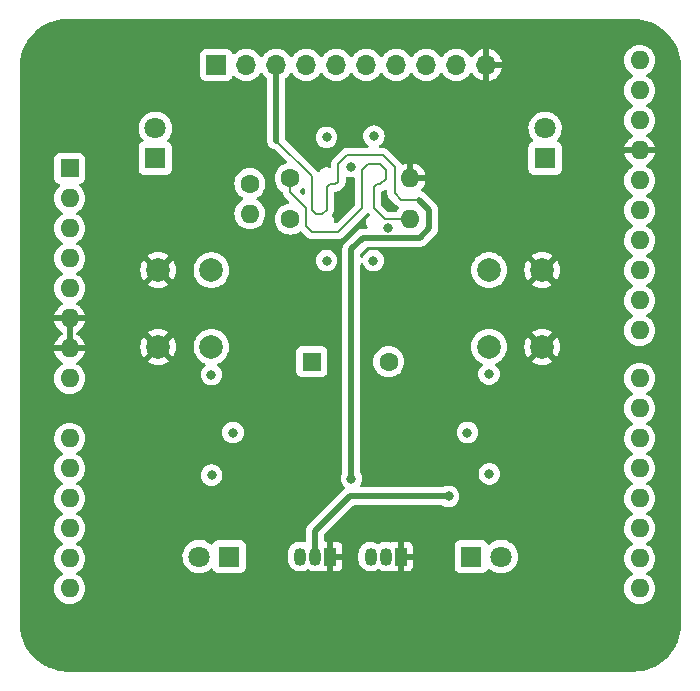
<source format=gbr>
%TF.GenerationSoftware,KiCad,Pcbnew,(6.0.10)*%
%TF.CreationDate,2023-08-29T00:03:05+02:00*%
%TF.ProjectId,Rentree ARES,52656e74-7265-4652-9041-5245532e6b69,rev?*%
%TF.SameCoordinates,Original*%
%TF.FileFunction,Copper,L4,Bot*%
%TF.FilePolarity,Positive*%
%FSLAX46Y46*%
G04 Gerber Fmt 4.6, Leading zero omitted, Abs format (unit mm)*
G04 Created by KiCad (PCBNEW (6.0.10)) date 2023-08-29 00:03:05*
%MOMM*%
%LPD*%
G01*
G04 APERTURE LIST*
%TA.AperFunction,ComponentPad*%
%ADD10C,1.600000*%
%TD*%
%TA.AperFunction,ComponentPad*%
%ADD11O,1.600000X1.600000*%
%TD*%
%TA.AperFunction,ComponentPad*%
%ADD12R,1.600000X1.600000*%
%TD*%
%TA.AperFunction,ComponentPad*%
%ADD13C,1.800000*%
%TD*%
%TA.AperFunction,ComponentPad*%
%ADD14R,1.800000X1.800000*%
%TD*%
%TA.AperFunction,ComponentPad*%
%ADD15R,1.700000X1.700000*%
%TD*%
%TA.AperFunction,ComponentPad*%
%ADD16O,1.700000X1.700000*%
%TD*%
%TA.AperFunction,ComponentPad*%
%ADD17C,2.000000*%
%TD*%
%TA.AperFunction,ComponentPad*%
%ADD18O,1.050000X1.500000*%
%TD*%
%TA.AperFunction,ComponentPad*%
%ADD19R,1.050000X1.500000*%
%TD*%
%TA.AperFunction,ViaPad*%
%ADD20C,0.800000*%
%TD*%
%TA.AperFunction,Conductor*%
%ADD21C,0.200000*%
%TD*%
%TA.AperFunction,Conductor*%
%ADD22C,0.500000*%
%TD*%
G04 APERTURE END LIST*
D10*
%TO.P,R2,1*%
%TO.N,Net-(R1-Pad2)*%
X119920000Y-99440000D03*
D11*
%TO.P,R2,2*%
%TO.N,/S1*%
X130080000Y-99440000D03*
%TD*%
%TO.P,A1,32,SCL/A5*%
%TO.N,unconnected-(A1-Pad32)*%
X149500000Y-86000000D03*
%TO.P,A1,31,SDA/A4*%
%TO.N,unconnected-(A1-Pad31)*%
X149500000Y-88540000D03*
%TO.P,A1,30,AREF*%
%TO.N,unconnected-(A1-Pad30)*%
X149500000Y-91080000D03*
%TO.P,A1,29,GND*%
%TO.N,GND*%
X149500000Y-93620000D03*
%TO.P,A1,28,D13*%
%TO.N,/RST*%
X149500000Y-96160000D03*
%TO.P,A1,27,D12*%
%TO.N,/Simon un peu plus dur/LED1*%
X149500000Y-98700000D03*
%TO.P,A1,26,D11*%
%TO.N,unconnected-(A1-Pad26)*%
X149500000Y-101240000D03*
%TO.P,A1,25,D10*%
%TO.N,/BUZZER*%
X149500000Y-103780000D03*
%TO.P,A1,24,D9*%
%TO.N,/Simon un peu plus dur/SW1*%
X149500000Y-106320000D03*
%TO.P,A1,23,D8*%
%TO.N,/Simon un peu plus dur/SW0*%
X149500000Y-108860000D03*
%TO.P,A1,22,D7*%
%TO.N,unconnected-(A1-Pad22)*%
X149500000Y-112920000D03*
%TO.P,A1,21,D6*%
%TO.N,unconnected-(A1-Pad21)*%
X149500000Y-115460000D03*
%TO.P,A1,20,D5*%
%TO.N,unconnected-(A1-Pad20)*%
X149500000Y-118000000D03*
%TO.P,A1,19,D4*%
%TO.N,unconnected-(A1-Pad19)*%
X149500000Y-120540000D03*
%TO.P,A1,18,D3*%
%TO.N,unconnected-(A1-Pad18)*%
X149500000Y-123080000D03*
%TO.P,A1,17,D2*%
%TO.N,unconnected-(A1-Pad17)*%
X149500000Y-125620000D03*
%TO.P,A1,16,D1/TX*%
%TO.N,unconnected-(A1-Pad16)*%
X149500000Y-128160000D03*
%TO.P,A1,15,D0/RX*%
%TO.N,unconnected-(A1-Pad15)*%
X149500000Y-130700000D03*
%TO.P,A1,14,SCL/A5*%
%TO.N,unconnected-(A1-Pad14)*%
X101240000Y-130700000D03*
%TO.P,A1,13,SDA/A4*%
%TO.N,unconnected-(A1-Pad13)*%
X101240000Y-128160000D03*
%TO.P,A1,12,A3*%
%TO.N,unconnected-(A1-Pad12)*%
X101240000Y-125620000D03*
%TO.P,A1,11,A2*%
%TO.N,unconnected-(A1-Pad11)*%
X101240000Y-123080000D03*
%TO.P,A1,10,A1*%
%TO.N,unconnected-(A1-Pad10)*%
X101240000Y-120540000D03*
%TO.P,A1,9,A0*%
%TO.N,/Simon un peu plus dur/LED0*%
X101240000Y-118000000D03*
%TO.P,A1,8,VIN*%
%TO.N,unconnected-(A1-Pad8)*%
X101240000Y-112920000D03*
%TO.P,A1,7,GND*%
%TO.N,GND*%
X101240000Y-110380000D03*
%TO.P,A1,6,GND*%
X101240000Y-107840000D03*
%TO.P,A1,5,+5V*%
%TO.N,unconnected-(A1-Pad5)*%
X101240000Y-105300000D03*
%TO.P,A1,4,3V3*%
%TO.N,+3.3V*%
X101240000Y-102760000D03*
%TO.P,A1,3,~{RESET}*%
%TO.N,unconnected-(A1-Pad3)*%
X101240000Y-100220000D03*
%TO.P,A1,2,IOREF*%
%TO.N,unconnected-(A1-Pad2)*%
X101240000Y-97680000D03*
D12*
%TO.P,A1,1,NC*%
%TO.N,unconnected-(A1-Pad1)*%
X101240000Y-95140000D03*
%TD*%
D13*
%TO.P,D1,2,A*%
%TO.N,Net-(D1-Pad2)*%
X112210000Y-128000000D03*
D14*
%TO.P,D1,1,K*%
%TO.N,Net-(C1-Pad2)*%
X114750000Y-128000000D03*
%TD*%
D13*
%TO.P,D2,2,A*%
%TO.N,Net-(D2-Pad2)*%
X137790000Y-128000000D03*
D14*
%TO.P,D2,1,K*%
%TO.N,/OSC*%
X135250000Y-128000000D03*
%TD*%
%TO.P,D3,1,K*%
%TO.N,Net-(D3-Pad1)*%
X108500000Y-94275000D03*
D13*
%TO.P,D3,2,A*%
%TO.N,+3.3V*%
X108500000Y-91735000D03*
%TD*%
D14*
%TO.P,D4,1,K*%
%TO.N,Net-(D4-Pad1)*%
X141500000Y-94275000D03*
D13*
%TO.P,D4,2,A*%
%TO.N,+3.3V*%
X141500000Y-91735000D03*
%TD*%
D15*
%TO.P,J1,1,Pin_1*%
%TO.N,+3.3V*%
X113655000Y-86375000D03*
D16*
%TO.P,J1,2,Pin_2*%
%TO.N,/S1*%
X116195000Y-86375000D03*
%TO.P,J1,3,Pin_3*%
%TO.N,/OSC*%
X118735000Y-86375000D03*
%TO.P,J1,4,Pin_4*%
%TO.N,/BUZZER*%
X121275000Y-86375000D03*
%TO.P,J1,5,Pin_5*%
%TO.N,/Simon un peu plus dur/LED0*%
X123815000Y-86375000D03*
%TO.P,J1,6,Pin_6*%
%TO.N,/Simon un peu plus dur/LED1*%
X126355000Y-86375000D03*
%TO.P,J1,7,Pin_7*%
%TO.N,Net-(F2-Pad2)*%
X128895000Y-86375000D03*
%TO.P,J1,8,Pin_8*%
%TO.N,Net-(F3-Pad2)*%
X131435000Y-86375000D03*
%TO.P,J1,9,Pin_9*%
%TO.N,/RST*%
X133975000Y-86375000D03*
%TO.P,J1,10,Pin_10*%
%TO.N,GND*%
X136515000Y-86375000D03*
%TD*%
D12*
%TO.P,LS1,1,1*%
%TO.N,+3.3V*%
X121750000Y-111500000D03*
D10*
%TO.P,LS1,2,2*%
%TO.N,/BUZZER*%
X128250000Y-111500000D03*
%TD*%
D11*
%TO.P,R1,2*%
%TO.N,Net-(R1-Pad2)*%
X116500000Y-98975000D03*
D10*
%TO.P,R1,1*%
%TO.N,+3.3V*%
X116500000Y-96435000D03*
%TD*%
D11*
%TO.P,R3,2*%
%TO.N,GND*%
X130080000Y-95980000D03*
D10*
%TO.P,R3,1*%
%TO.N,/S1*%
X119920000Y-95980000D03*
%TD*%
D17*
%TO.P,SW1,2,B*%
%TO.N,/Simon un peu plus dur/SW0*%
X113250000Y-103750000D03*
X113250000Y-110250000D03*
%TO.P,SW1,1,A*%
%TO.N,GND*%
X108750000Y-103750000D03*
X108750000Y-110250000D03*
%TD*%
%TO.P,SW2,1,A*%
%TO.N,GND*%
X141250000Y-103750000D03*
X141250000Y-110250000D03*
%TO.P,SW2,2,B*%
%TO.N,/Simon un peu plus dur/SW1*%
X136750000Y-103750000D03*
X136750000Y-110250000D03*
%TD*%
D18*
%TO.P,Q1,3,C*%
%TO.N,Net-(C1-Pad2)*%
X120750000Y-128000000D03*
%TO.P,Q1,2,B*%
%TO.N,Net-(C2-Pad2)*%
X122020000Y-128000000D03*
D19*
%TO.P,Q1,1,E*%
%TO.N,GND*%
X123290000Y-128000000D03*
%TD*%
D18*
%TO.P,Q2,3,C*%
%TO.N,/OSC*%
X126730000Y-128000000D03*
%TO.P,Q2,2,B*%
%TO.N,Net-(C1-Pad1)*%
X128000000Y-128000000D03*
D19*
%TO.P,Q2,1,E*%
%TO.N,GND*%
X129270000Y-128000000D03*
%TD*%
D20*
%TO.N,GND*%
X129200000Y-134000000D03*
%TO.N,/BUZZER*%
X128200000Y-100150500D03*
X125100000Y-95000000D03*
%TO.N,/OSC*%
X125100000Y-121400000D03*
%TO.N,Net-(C2-Pad2)*%
X133325000Y-122900000D03*
%TO.N,/Simon un peu plus dur/SW1*%
X136750000Y-112550000D03*
%TO.N,/Simon un peu plus dur/SW0*%
X113250000Y-112600000D03*
%TO.N,Net-(F3-Pad2)*%
X127000000Y-92400000D03*
%TO.N,+3.3V*%
X134925000Y-117500000D03*
X115075000Y-117500000D03*
X136775000Y-121000000D03*
X113265000Y-121110000D03*
%TO.N,Net-(F2-Pad2)*%
X123000000Y-92500000D03*
%TO.N,/Simon un peu plus dur/SW0*%
X123000000Y-102940000D03*
%TO.N,/Simon un peu plus dur/SW1*%
X126960000Y-102940000D03*
%TD*%
D21*
%TO.N,/OSC*%
X128750000Y-97250000D02*
X129300000Y-97800000D01*
X129300000Y-97800000D02*
X130800000Y-97800000D01*
X128750000Y-95000000D02*
X128750000Y-97250000D01*
X127750000Y-94000000D02*
X128750000Y-95000000D01*
X124750000Y-94000000D02*
X127750000Y-94000000D01*
X124000000Y-94750000D02*
X124750000Y-94000000D01*
X124000000Y-96250000D02*
X124000000Y-94750000D01*
X123750000Y-96500000D02*
X124000000Y-96250000D01*
X123000000Y-96750000D02*
X123250000Y-96500000D01*
X123250000Y-96500000D02*
X123750000Y-96500000D01*
X122125000Y-99000000D02*
X122625000Y-99000000D01*
X123000000Y-98625000D02*
X123000000Y-96750000D01*
X121750000Y-98625000D02*
X122125000Y-99000000D01*
X121750000Y-95800000D02*
X121750000Y-98625000D01*
X118735000Y-92785000D02*
X121750000Y-95800000D01*
X122625000Y-99000000D02*
X123000000Y-98625000D01*
%TO.N,/S1*%
X119920000Y-97170000D02*
X119920000Y-95980000D01*
X121250000Y-98500000D02*
X119920000Y-97170000D01*
X121250000Y-100000000D02*
X121250000Y-98500000D01*
X121750000Y-100500000D02*
X121250000Y-100000000D01*
X126000000Y-95250000D02*
X126000000Y-98500000D01*
X126500000Y-94750000D02*
X126000000Y-95250000D01*
X127500000Y-94750000D02*
X126500000Y-94750000D01*
X127250000Y-96500000D02*
X127500000Y-96500000D01*
X128000000Y-95250000D02*
X127500000Y-94750000D01*
X127000000Y-96750000D02*
X127250000Y-96500000D01*
X128000000Y-96000000D02*
X128000000Y-95250000D01*
X126000000Y-98500000D02*
X124000000Y-100500000D01*
X127000000Y-98500000D02*
X127000000Y-96750000D01*
X127500000Y-96500000D02*
X128000000Y-96000000D01*
X127940000Y-99440000D02*
X127000000Y-98500000D01*
X130080000Y-99440000D02*
X127940000Y-99440000D01*
X124000000Y-100500000D02*
X121750000Y-100500000D01*
D22*
%TO.N,Net-(C2-Pad2)*%
X124950000Y-122900000D02*
X133325000Y-122900000D01*
%TO.N,/OSC*%
X126100000Y-101000000D02*
X130900000Y-101000000D01*
X118735000Y-92785000D02*
X118735000Y-86375000D01*
X131700000Y-98700000D02*
X130800000Y-97800000D01*
X125100000Y-102000000D02*
X126100000Y-101000000D01*
X130900000Y-101000000D02*
X131700000Y-100200000D01*
X125100000Y-121400000D02*
X125100000Y-102000000D01*
X131700000Y-100200000D02*
X131700000Y-98700000D01*
%TO.N,Net-(C2-Pad2)*%
X122020000Y-125830000D02*
X124950000Y-122900000D01*
X122020000Y-128000000D02*
X122020000Y-125830000D01*
%TD*%
%TA.AperFunction,Conductor*%
%TO.N,GND*%
G36*
X148970018Y-82510000D02*
G01*
X148984852Y-82512310D01*
X148984855Y-82512310D01*
X148993724Y-82513691D01*
X149011033Y-82511428D01*
X149013656Y-82511085D01*
X149035810Y-82510156D01*
X149362472Y-82525258D01*
X149374060Y-82526332D01*
X149727672Y-82575659D01*
X149739112Y-82577798D01*
X150086665Y-82659541D01*
X150097841Y-82662721D01*
X150267111Y-82719455D01*
X150436372Y-82776186D01*
X150447224Y-82780390D01*
X150773840Y-82924605D01*
X150784245Y-82929785D01*
X151096177Y-83103530D01*
X151106054Y-83109646D01*
X151400610Y-83311422D01*
X151409898Y-83318436D01*
X151684581Y-83546530D01*
X151693181Y-83554371D01*
X151945629Y-83806819D01*
X151953470Y-83815419D01*
X152181564Y-84090102D01*
X152188578Y-84099390D01*
X152390354Y-84393946D01*
X152396470Y-84403823D01*
X152570215Y-84715755D01*
X152575395Y-84726160D01*
X152719610Y-85052776D01*
X152723814Y-85063628D01*
X152753368Y-85151803D01*
X152830603Y-85382240D01*
X152837276Y-85402150D01*
X152840459Y-85413335D01*
X152912496Y-85719621D01*
X152922202Y-85760888D01*
X152924341Y-85772328D01*
X152973668Y-86125940D01*
X152974742Y-86137529D01*
X152989502Y-86456785D01*
X152988136Y-86481989D01*
X152987690Y-86484850D01*
X152987690Y-86484856D01*
X152986309Y-86493724D01*
X152987473Y-86502626D01*
X152987473Y-86502628D01*
X152990436Y-86525283D01*
X152991500Y-86541621D01*
X152991500Y-133700633D01*
X152990000Y-133720018D01*
X152986309Y-133743724D01*
X152987473Y-133752625D01*
X152988915Y-133763656D01*
X152989844Y-133785810D01*
X152974742Y-134112471D01*
X152973668Y-134124060D01*
X152924341Y-134477672D01*
X152922202Y-134489112D01*
X152840461Y-134836656D01*
X152837276Y-134847850D01*
X152723814Y-135186372D01*
X152719610Y-135197224D01*
X152575395Y-135523840D01*
X152570215Y-135534245D01*
X152396470Y-135846177D01*
X152390354Y-135856054D01*
X152188578Y-136150610D01*
X152181564Y-136159898D01*
X151953470Y-136434581D01*
X151945629Y-136443181D01*
X151693181Y-136695629D01*
X151684581Y-136703470D01*
X151409898Y-136931564D01*
X151400610Y-136938578D01*
X151178930Y-137090433D01*
X151106054Y-137140354D01*
X151096177Y-137146470D01*
X150784245Y-137320215D01*
X150773840Y-137325395D01*
X150447224Y-137469610D01*
X150436372Y-137473814D01*
X150267111Y-137530545D01*
X150097841Y-137587279D01*
X150086665Y-137590459D01*
X149754150Y-137668665D01*
X149739112Y-137672202D01*
X149727672Y-137674341D01*
X149374060Y-137723668D01*
X149362471Y-137724742D01*
X149043215Y-137739502D01*
X149018011Y-137738136D01*
X149015150Y-137737690D01*
X149015144Y-137737690D01*
X149006276Y-137736309D01*
X148997374Y-137737473D01*
X148997372Y-137737473D01*
X148983900Y-137739235D01*
X148974714Y-137740436D01*
X148958379Y-137741500D01*
X101055666Y-137741500D01*
X101033817Y-137739591D01*
X101025295Y-137738090D01*
X101025292Y-137738090D01*
X101016455Y-137736534D01*
X101007535Y-137737521D01*
X101007532Y-137737521D01*
X100996485Y-137738744D01*
X100974314Y-137739235D01*
X100639530Y-137717101D01*
X100627973Y-137715797D01*
X100267031Y-137658135D01*
X100255637Y-137655770D01*
X99901546Y-137565047D01*
X99890442Y-137561649D01*
X99546222Y-137438638D01*
X99535464Y-137434223D01*
X99204065Y-137279978D01*
X99193778Y-137274600D01*
X98878019Y-137090431D01*
X98868251Y-137084111D01*
X98570855Y-136871611D01*
X98561708Y-136864415D01*
X98375523Y-136703470D01*
X98285177Y-136625371D01*
X98276737Y-136617365D01*
X98023447Y-136353832D01*
X98015778Y-136345077D01*
X97787885Y-136059298D01*
X97781057Y-136049873D01*
X97580510Y-135744295D01*
X97574580Y-135734281D01*
X97403074Y-135411485D01*
X97398094Y-135400966D01*
X97257105Y-135063727D01*
X97253119Y-135052799D01*
X97143852Y-134704000D01*
X97140889Y-134692745D01*
X97097234Y-134489112D01*
X97064267Y-134335332D01*
X97062357Y-134323857D01*
X97019041Y-133960917D01*
X97018197Y-133949309D01*
X97009543Y-133621340D01*
X97011407Y-133596172D01*
X97011910Y-133593313D01*
X97011910Y-133593310D01*
X97013466Y-133584472D01*
X97009265Y-133546510D01*
X97008500Y-133532651D01*
X97008500Y-130700000D01*
X99926502Y-130700000D01*
X99946457Y-130928087D01*
X100005716Y-131149243D01*
X100008039Y-131154224D01*
X100008039Y-131154225D01*
X100100151Y-131351762D01*
X100100154Y-131351767D01*
X100102477Y-131356749D01*
X100233802Y-131544300D01*
X100395700Y-131706198D01*
X100400208Y-131709355D01*
X100400211Y-131709357D01*
X100478389Y-131764098D01*
X100583251Y-131837523D01*
X100588233Y-131839846D01*
X100588238Y-131839849D01*
X100785775Y-131931961D01*
X100790757Y-131934284D01*
X100796065Y-131935706D01*
X100796067Y-131935707D01*
X101006598Y-131992119D01*
X101006600Y-131992119D01*
X101011913Y-131993543D01*
X101240000Y-132013498D01*
X101468087Y-131993543D01*
X101473400Y-131992119D01*
X101473402Y-131992119D01*
X101683933Y-131935707D01*
X101683935Y-131935706D01*
X101689243Y-131934284D01*
X101694225Y-131931961D01*
X101891762Y-131839849D01*
X101891767Y-131839846D01*
X101896749Y-131837523D01*
X102001611Y-131764098D01*
X102079789Y-131709357D01*
X102079792Y-131709355D01*
X102084300Y-131706198D01*
X102246198Y-131544300D01*
X102377523Y-131356749D01*
X102379846Y-131351767D01*
X102379849Y-131351762D01*
X102471961Y-131154225D01*
X102471961Y-131154224D01*
X102474284Y-131149243D01*
X102533543Y-130928087D01*
X102553498Y-130700000D01*
X148186502Y-130700000D01*
X148206457Y-130928087D01*
X148265716Y-131149243D01*
X148268039Y-131154224D01*
X148268039Y-131154225D01*
X148360151Y-131351762D01*
X148360154Y-131351767D01*
X148362477Y-131356749D01*
X148493802Y-131544300D01*
X148655700Y-131706198D01*
X148660208Y-131709355D01*
X148660211Y-131709357D01*
X148738389Y-131764098D01*
X148843251Y-131837523D01*
X148848233Y-131839846D01*
X148848238Y-131839849D01*
X149045775Y-131931961D01*
X149050757Y-131934284D01*
X149056065Y-131935706D01*
X149056067Y-131935707D01*
X149266598Y-131992119D01*
X149266600Y-131992119D01*
X149271913Y-131993543D01*
X149500000Y-132013498D01*
X149728087Y-131993543D01*
X149733400Y-131992119D01*
X149733402Y-131992119D01*
X149943933Y-131935707D01*
X149943935Y-131935706D01*
X149949243Y-131934284D01*
X149954225Y-131931961D01*
X150151762Y-131839849D01*
X150151767Y-131839846D01*
X150156749Y-131837523D01*
X150261611Y-131764098D01*
X150339789Y-131709357D01*
X150339792Y-131709355D01*
X150344300Y-131706198D01*
X150506198Y-131544300D01*
X150637523Y-131356749D01*
X150639846Y-131351767D01*
X150639849Y-131351762D01*
X150731961Y-131154225D01*
X150731961Y-131154224D01*
X150734284Y-131149243D01*
X150793543Y-130928087D01*
X150813498Y-130700000D01*
X150793543Y-130471913D01*
X150734284Y-130250757D01*
X150731961Y-130245775D01*
X150639849Y-130048238D01*
X150639846Y-130048233D01*
X150637523Y-130043251D01*
X150506198Y-129855700D01*
X150344300Y-129693802D01*
X150339792Y-129690645D01*
X150339789Y-129690643D01*
X150261611Y-129635902D01*
X150156749Y-129562477D01*
X150151767Y-129560154D01*
X150151762Y-129560151D01*
X150117543Y-129544195D01*
X150064258Y-129497278D01*
X150044797Y-129429001D01*
X150065339Y-129361041D01*
X150117543Y-129315805D01*
X150151762Y-129299849D01*
X150151767Y-129299846D01*
X150156749Y-129297523D01*
X150310850Y-129189620D01*
X150339789Y-129169357D01*
X150339792Y-129169355D01*
X150344300Y-129166198D01*
X150506198Y-129004300D01*
X150509410Y-128999714D01*
X150612594Y-128852351D01*
X150637523Y-128816749D01*
X150639846Y-128811767D01*
X150639849Y-128811762D01*
X150731961Y-128614225D01*
X150731961Y-128614224D01*
X150734284Y-128609243D01*
X150759449Y-128515329D01*
X150792119Y-128393402D01*
X150792119Y-128393400D01*
X150793543Y-128388087D01*
X150813498Y-128160000D01*
X150793543Y-127931913D01*
X150748592Y-127764156D01*
X150735707Y-127716067D01*
X150735706Y-127716065D01*
X150734284Y-127710757D01*
X150670864Y-127574751D01*
X150639849Y-127508238D01*
X150639846Y-127508233D01*
X150637523Y-127503251D01*
X150506198Y-127315700D01*
X150344300Y-127153802D01*
X150339792Y-127150645D01*
X150339789Y-127150643D01*
X150224237Y-127069733D01*
X150156749Y-127022477D01*
X150151767Y-127020154D01*
X150151762Y-127020151D01*
X150117543Y-127004195D01*
X150064258Y-126957278D01*
X150044797Y-126889001D01*
X150065339Y-126821041D01*
X150117543Y-126775805D01*
X150151762Y-126759849D01*
X150151767Y-126759846D01*
X150156749Y-126757523D01*
X150315687Y-126646233D01*
X150339789Y-126629357D01*
X150339792Y-126629355D01*
X150344300Y-126626198D01*
X150506198Y-126464300D01*
X150637523Y-126276749D01*
X150639846Y-126271767D01*
X150639849Y-126271762D01*
X150731961Y-126074225D01*
X150731961Y-126074224D01*
X150734284Y-126069243D01*
X150793543Y-125848087D01*
X150813498Y-125620000D01*
X150793543Y-125391913D01*
X150775608Y-125324979D01*
X150735707Y-125176067D01*
X150735706Y-125176065D01*
X150734284Y-125170757D01*
X150731961Y-125165775D01*
X150639849Y-124968238D01*
X150639846Y-124968233D01*
X150637523Y-124963251D01*
X150506198Y-124775700D01*
X150344300Y-124613802D01*
X150339792Y-124610645D01*
X150339789Y-124610643D01*
X150261611Y-124555902D01*
X150156749Y-124482477D01*
X150151767Y-124480154D01*
X150151762Y-124480151D01*
X150117543Y-124464195D01*
X150064258Y-124417278D01*
X150044797Y-124349001D01*
X150065339Y-124281041D01*
X150117543Y-124235805D01*
X150151762Y-124219849D01*
X150151767Y-124219846D01*
X150156749Y-124217523D01*
X150261611Y-124144098D01*
X150339789Y-124089357D01*
X150339792Y-124089355D01*
X150344300Y-124086198D01*
X150506198Y-123924300D01*
X150637523Y-123736749D01*
X150639846Y-123731767D01*
X150639849Y-123731762D01*
X150731961Y-123534225D01*
X150731961Y-123534224D01*
X150734284Y-123529243D01*
X150793543Y-123308087D01*
X150813498Y-123080000D01*
X150793543Y-122851913D01*
X150755537Y-122710072D01*
X150735707Y-122636067D01*
X150735706Y-122636065D01*
X150734284Y-122630757D01*
X150686575Y-122528444D01*
X150639849Y-122428238D01*
X150639846Y-122428233D01*
X150637523Y-122423251D01*
X150552007Y-122301122D01*
X150509357Y-122240211D01*
X150509355Y-122240208D01*
X150506198Y-122235700D01*
X150344300Y-122073802D01*
X150339792Y-122070645D01*
X150339789Y-122070643D01*
X150204780Y-121976109D01*
X150156749Y-121942477D01*
X150151767Y-121940154D01*
X150151762Y-121940151D01*
X150117543Y-121924195D01*
X150064258Y-121877278D01*
X150044797Y-121809001D01*
X150065339Y-121741041D01*
X150117543Y-121695805D01*
X150151762Y-121679849D01*
X150151767Y-121679846D01*
X150156749Y-121677523D01*
X150291220Y-121583365D01*
X150339789Y-121549357D01*
X150339792Y-121549355D01*
X150344300Y-121546198D01*
X150506198Y-121384300D01*
X150511115Y-121377279D01*
X150569872Y-121293365D01*
X150637523Y-121196749D01*
X150639846Y-121191767D01*
X150639849Y-121191762D01*
X150731961Y-120994225D01*
X150731961Y-120994224D01*
X150734284Y-120989243D01*
X150752819Y-120920072D01*
X150792119Y-120773402D01*
X150792119Y-120773400D01*
X150793543Y-120768087D01*
X150813498Y-120540000D01*
X150793543Y-120311913D01*
X150792119Y-120306598D01*
X150735707Y-120096067D01*
X150735706Y-120096065D01*
X150734284Y-120090757D01*
X150731961Y-120085775D01*
X150639849Y-119888238D01*
X150639846Y-119888233D01*
X150637523Y-119883251D01*
X150506198Y-119695700D01*
X150344300Y-119533802D01*
X150339792Y-119530645D01*
X150339789Y-119530643D01*
X150261611Y-119475902D01*
X150156749Y-119402477D01*
X150151767Y-119400154D01*
X150151762Y-119400151D01*
X150117543Y-119384195D01*
X150064258Y-119337278D01*
X150044797Y-119269001D01*
X150065339Y-119201041D01*
X150117543Y-119155805D01*
X150151762Y-119139849D01*
X150151767Y-119139846D01*
X150156749Y-119137523D01*
X150261611Y-119064098D01*
X150339789Y-119009357D01*
X150339792Y-119009355D01*
X150344300Y-119006198D01*
X150506198Y-118844300D01*
X150637523Y-118656749D01*
X150639846Y-118651767D01*
X150639849Y-118651762D01*
X150731961Y-118454225D01*
X150731961Y-118454224D01*
X150734284Y-118449243D01*
X150755841Y-118368794D01*
X150792119Y-118233402D01*
X150792119Y-118233400D01*
X150793543Y-118228087D01*
X150813498Y-118000000D01*
X150793543Y-117771913D01*
X150771575Y-117689928D01*
X150735707Y-117556067D01*
X150735706Y-117556065D01*
X150734284Y-117550757D01*
X150710616Y-117500000D01*
X150639849Y-117348238D01*
X150639846Y-117348233D01*
X150637523Y-117343251D01*
X150506198Y-117155700D01*
X150344300Y-116993802D01*
X150339792Y-116990645D01*
X150339789Y-116990643D01*
X150261611Y-116935902D01*
X150156749Y-116862477D01*
X150151767Y-116860154D01*
X150151762Y-116860151D01*
X150117543Y-116844195D01*
X150064258Y-116797278D01*
X150044797Y-116729001D01*
X150065339Y-116661041D01*
X150117543Y-116615805D01*
X150151762Y-116599849D01*
X150151767Y-116599846D01*
X150156749Y-116597523D01*
X150261611Y-116524098D01*
X150339789Y-116469357D01*
X150339792Y-116469355D01*
X150344300Y-116466198D01*
X150506198Y-116304300D01*
X150637523Y-116116749D01*
X150639846Y-116111767D01*
X150639849Y-116111762D01*
X150731961Y-115914225D01*
X150731961Y-115914224D01*
X150734284Y-115909243D01*
X150793543Y-115688087D01*
X150813498Y-115460000D01*
X150793543Y-115231913D01*
X150734284Y-115010757D01*
X150731961Y-115005775D01*
X150639849Y-114808238D01*
X150639846Y-114808233D01*
X150637523Y-114803251D01*
X150506198Y-114615700D01*
X150344300Y-114453802D01*
X150339792Y-114450645D01*
X150339789Y-114450643D01*
X150261611Y-114395902D01*
X150156749Y-114322477D01*
X150151767Y-114320154D01*
X150151762Y-114320151D01*
X150117543Y-114304195D01*
X150064258Y-114257278D01*
X150044797Y-114189001D01*
X150065339Y-114121041D01*
X150117543Y-114075805D01*
X150151762Y-114059849D01*
X150151767Y-114059846D01*
X150156749Y-114057523D01*
X150261611Y-113984098D01*
X150339789Y-113929357D01*
X150339792Y-113929355D01*
X150344300Y-113926198D01*
X150506198Y-113764300D01*
X150637523Y-113576749D01*
X150639846Y-113571767D01*
X150639849Y-113571762D01*
X150731961Y-113374225D01*
X150731961Y-113374224D01*
X150734284Y-113369243D01*
X150793543Y-113148087D01*
X150813498Y-112920000D01*
X150793543Y-112691913D01*
X150783942Y-112656081D01*
X150735707Y-112476067D01*
X150735706Y-112476065D01*
X150734284Y-112470757D01*
X150731961Y-112465775D01*
X150639849Y-112268238D01*
X150639846Y-112268233D01*
X150637523Y-112263251D01*
X150506198Y-112075700D01*
X150344300Y-111913802D01*
X150339792Y-111910645D01*
X150339789Y-111910643D01*
X150194459Y-111808882D01*
X150156749Y-111782477D01*
X150151767Y-111780154D01*
X150151762Y-111780151D01*
X149954225Y-111688039D01*
X149954224Y-111688039D01*
X149949243Y-111685716D01*
X149943935Y-111684294D01*
X149943933Y-111684293D01*
X149733402Y-111627881D01*
X149733400Y-111627881D01*
X149728087Y-111626457D01*
X149500000Y-111606502D01*
X149271913Y-111626457D01*
X149266600Y-111627881D01*
X149266598Y-111627881D01*
X149056067Y-111684293D01*
X149056065Y-111684294D01*
X149050757Y-111685716D01*
X149045776Y-111688039D01*
X149045775Y-111688039D01*
X148848238Y-111780151D01*
X148848233Y-111780154D01*
X148843251Y-111782477D01*
X148805541Y-111808882D01*
X148660211Y-111910643D01*
X148660208Y-111910645D01*
X148655700Y-111913802D01*
X148493802Y-112075700D01*
X148362477Y-112263251D01*
X148360154Y-112268233D01*
X148360151Y-112268238D01*
X148268039Y-112465775D01*
X148265716Y-112470757D01*
X148264294Y-112476065D01*
X148264293Y-112476067D01*
X148216058Y-112656081D01*
X148206457Y-112691913D01*
X148186502Y-112920000D01*
X148206457Y-113148087D01*
X148265716Y-113369243D01*
X148268039Y-113374224D01*
X148268039Y-113374225D01*
X148360151Y-113571762D01*
X148360154Y-113571767D01*
X148362477Y-113576749D01*
X148493802Y-113764300D01*
X148655700Y-113926198D01*
X148660208Y-113929355D01*
X148660211Y-113929357D01*
X148738389Y-113984098D01*
X148843251Y-114057523D01*
X148848233Y-114059846D01*
X148848238Y-114059849D01*
X148882457Y-114075805D01*
X148935742Y-114122722D01*
X148955203Y-114190999D01*
X148934661Y-114258959D01*
X148882457Y-114304195D01*
X148848238Y-114320151D01*
X148848233Y-114320154D01*
X148843251Y-114322477D01*
X148738389Y-114395902D01*
X148660211Y-114450643D01*
X148660208Y-114450645D01*
X148655700Y-114453802D01*
X148493802Y-114615700D01*
X148362477Y-114803251D01*
X148360154Y-114808233D01*
X148360151Y-114808238D01*
X148268039Y-115005775D01*
X148265716Y-115010757D01*
X148206457Y-115231913D01*
X148186502Y-115460000D01*
X148206457Y-115688087D01*
X148265716Y-115909243D01*
X148268039Y-115914224D01*
X148268039Y-115914225D01*
X148360151Y-116111762D01*
X148360154Y-116111767D01*
X148362477Y-116116749D01*
X148493802Y-116304300D01*
X148655700Y-116466198D01*
X148660208Y-116469355D01*
X148660211Y-116469357D01*
X148738389Y-116524098D01*
X148843251Y-116597523D01*
X148848233Y-116599846D01*
X148848238Y-116599849D01*
X148882457Y-116615805D01*
X148935742Y-116662722D01*
X148955203Y-116730999D01*
X148934661Y-116798959D01*
X148882457Y-116844195D01*
X148848238Y-116860151D01*
X148848233Y-116860154D01*
X148843251Y-116862477D01*
X148738389Y-116935902D01*
X148660211Y-116990643D01*
X148660208Y-116990645D01*
X148655700Y-116993802D01*
X148493802Y-117155700D01*
X148362477Y-117343251D01*
X148360154Y-117348233D01*
X148360151Y-117348238D01*
X148289384Y-117500000D01*
X148265716Y-117550757D01*
X148264294Y-117556065D01*
X148264293Y-117556067D01*
X148228425Y-117689928D01*
X148206457Y-117771913D01*
X148186502Y-118000000D01*
X148206457Y-118228087D01*
X148207881Y-118233400D01*
X148207881Y-118233402D01*
X148244160Y-118368794D01*
X148265716Y-118449243D01*
X148268039Y-118454224D01*
X148268039Y-118454225D01*
X148360151Y-118651762D01*
X148360154Y-118651767D01*
X148362477Y-118656749D01*
X148493802Y-118844300D01*
X148655700Y-119006198D01*
X148660208Y-119009355D01*
X148660211Y-119009357D01*
X148738389Y-119064098D01*
X148843251Y-119137523D01*
X148848233Y-119139846D01*
X148848238Y-119139849D01*
X148882457Y-119155805D01*
X148935742Y-119202722D01*
X148955203Y-119270999D01*
X148934661Y-119338959D01*
X148882457Y-119384195D01*
X148848238Y-119400151D01*
X148848233Y-119400154D01*
X148843251Y-119402477D01*
X148738389Y-119475902D01*
X148660211Y-119530643D01*
X148660208Y-119530645D01*
X148655700Y-119533802D01*
X148493802Y-119695700D01*
X148362477Y-119883251D01*
X148360154Y-119888233D01*
X148360151Y-119888238D01*
X148268039Y-120085775D01*
X148265716Y-120090757D01*
X148264294Y-120096065D01*
X148264293Y-120096067D01*
X148207881Y-120306598D01*
X148206457Y-120311913D01*
X148186502Y-120540000D01*
X148206457Y-120768087D01*
X148207881Y-120773400D01*
X148207881Y-120773402D01*
X148247182Y-120920072D01*
X148265716Y-120989243D01*
X148268039Y-120994224D01*
X148268039Y-120994225D01*
X148360151Y-121191762D01*
X148360154Y-121191767D01*
X148362477Y-121196749D01*
X148430128Y-121293365D01*
X148488886Y-121377279D01*
X148493802Y-121384300D01*
X148655700Y-121546198D01*
X148660208Y-121549355D01*
X148660211Y-121549357D01*
X148708780Y-121583365D01*
X148843251Y-121677523D01*
X148848233Y-121679846D01*
X148848238Y-121679849D01*
X148882457Y-121695805D01*
X148935742Y-121742722D01*
X148955203Y-121810999D01*
X148934661Y-121878959D01*
X148882457Y-121924195D01*
X148848238Y-121940151D01*
X148848233Y-121940154D01*
X148843251Y-121942477D01*
X148795220Y-121976109D01*
X148660211Y-122070643D01*
X148660208Y-122070645D01*
X148655700Y-122073802D01*
X148493802Y-122235700D01*
X148490645Y-122240208D01*
X148490643Y-122240211D01*
X148447993Y-122301122D01*
X148362477Y-122423251D01*
X148360154Y-122428233D01*
X148360151Y-122428238D01*
X148313425Y-122528444D01*
X148265716Y-122630757D01*
X148264294Y-122636065D01*
X148264293Y-122636067D01*
X148244463Y-122710072D01*
X148206457Y-122851913D01*
X148186502Y-123080000D01*
X148206457Y-123308087D01*
X148265716Y-123529243D01*
X148268039Y-123534224D01*
X148268039Y-123534225D01*
X148360151Y-123731762D01*
X148360154Y-123731767D01*
X148362477Y-123736749D01*
X148493802Y-123924300D01*
X148655700Y-124086198D01*
X148660208Y-124089355D01*
X148660211Y-124089357D01*
X148738389Y-124144098D01*
X148843251Y-124217523D01*
X148848233Y-124219846D01*
X148848238Y-124219849D01*
X148882457Y-124235805D01*
X148935742Y-124282722D01*
X148955203Y-124350999D01*
X148934661Y-124418959D01*
X148882457Y-124464195D01*
X148848238Y-124480151D01*
X148848233Y-124480154D01*
X148843251Y-124482477D01*
X148738389Y-124555902D01*
X148660211Y-124610643D01*
X148660208Y-124610645D01*
X148655700Y-124613802D01*
X148493802Y-124775700D01*
X148362477Y-124963251D01*
X148360154Y-124968233D01*
X148360151Y-124968238D01*
X148268039Y-125165775D01*
X148265716Y-125170757D01*
X148264294Y-125176065D01*
X148264293Y-125176067D01*
X148224392Y-125324979D01*
X148206457Y-125391913D01*
X148186502Y-125620000D01*
X148206457Y-125848087D01*
X148265716Y-126069243D01*
X148268039Y-126074224D01*
X148268039Y-126074225D01*
X148360151Y-126271762D01*
X148360154Y-126271767D01*
X148362477Y-126276749D01*
X148493802Y-126464300D01*
X148655700Y-126626198D01*
X148660208Y-126629355D01*
X148660211Y-126629357D01*
X148684313Y-126646233D01*
X148843251Y-126757523D01*
X148848233Y-126759846D01*
X148848238Y-126759849D01*
X148882457Y-126775805D01*
X148935742Y-126822722D01*
X148955203Y-126890999D01*
X148934661Y-126958959D01*
X148882457Y-127004195D01*
X148848238Y-127020151D01*
X148848233Y-127020154D01*
X148843251Y-127022477D01*
X148775763Y-127069733D01*
X148660211Y-127150643D01*
X148660208Y-127150645D01*
X148655700Y-127153802D01*
X148493802Y-127315700D01*
X148362477Y-127503251D01*
X148360154Y-127508233D01*
X148360151Y-127508238D01*
X148329136Y-127574751D01*
X148265716Y-127710757D01*
X148264294Y-127716065D01*
X148264293Y-127716067D01*
X148251408Y-127764156D01*
X148206457Y-127931913D01*
X148186502Y-128160000D01*
X148206457Y-128388087D01*
X148207881Y-128393400D01*
X148207881Y-128393402D01*
X148240552Y-128515329D01*
X148265716Y-128609243D01*
X148268039Y-128614224D01*
X148268039Y-128614225D01*
X148360151Y-128811762D01*
X148360154Y-128811767D01*
X148362477Y-128816749D01*
X148387406Y-128852351D01*
X148490591Y-128999714D01*
X148493802Y-129004300D01*
X148655700Y-129166198D01*
X148660208Y-129169355D01*
X148660211Y-129169357D01*
X148689150Y-129189620D01*
X148843251Y-129297523D01*
X148848233Y-129299846D01*
X148848238Y-129299849D01*
X148882457Y-129315805D01*
X148935742Y-129362722D01*
X148955203Y-129430999D01*
X148934661Y-129498959D01*
X148882457Y-129544195D01*
X148848238Y-129560151D01*
X148848233Y-129560154D01*
X148843251Y-129562477D01*
X148738389Y-129635902D01*
X148660211Y-129690643D01*
X148660208Y-129690645D01*
X148655700Y-129693802D01*
X148493802Y-129855700D01*
X148362477Y-130043251D01*
X148360154Y-130048233D01*
X148360151Y-130048238D01*
X148268039Y-130245775D01*
X148265716Y-130250757D01*
X148206457Y-130471913D01*
X148186502Y-130700000D01*
X102553498Y-130700000D01*
X102533543Y-130471913D01*
X102474284Y-130250757D01*
X102471961Y-130245775D01*
X102379849Y-130048238D01*
X102379846Y-130048233D01*
X102377523Y-130043251D01*
X102246198Y-129855700D01*
X102084300Y-129693802D01*
X102079792Y-129690645D01*
X102079789Y-129690643D01*
X102001611Y-129635902D01*
X101896749Y-129562477D01*
X101891767Y-129560154D01*
X101891762Y-129560151D01*
X101857543Y-129544195D01*
X101804258Y-129497278D01*
X101784797Y-129429001D01*
X101805339Y-129361041D01*
X101857543Y-129315805D01*
X101891762Y-129299849D01*
X101891767Y-129299846D01*
X101896749Y-129297523D01*
X102050850Y-129189620D01*
X102079789Y-129169357D01*
X102079792Y-129169355D01*
X102084300Y-129166198D01*
X102246198Y-129004300D01*
X102249410Y-128999714D01*
X102352594Y-128852351D01*
X102377523Y-128816749D01*
X102379846Y-128811767D01*
X102379849Y-128811762D01*
X102471961Y-128614225D01*
X102471961Y-128614224D01*
X102474284Y-128609243D01*
X102499449Y-128515329D01*
X102532119Y-128393402D01*
X102532119Y-128393400D01*
X102533543Y-128388087D01*
X102553498Y-128160000D01*
X102536479Y-127965469D01*
X110797095Y-127965469D01*
X110797392Y-127970622D01*
X110797392Y-127970625D01*
X110803067Y-128069041D01*
X110810427Y-128196697D01*
X110811564Y-128201743D01*
X110811565Y-128201749D01*
X110843741Y-128344523D01*
X110861346Y-128422642D01*
X110863288Y-128427424D01*
X110863289Y-128427428D01*
X110946540Y-128632450D01*
X110948484Y-128637237D01*
X111069501Y-128834719D01*
X111221147Y-129009784D01*
X111399349Y-129157730D01*
X111599322Y-129274584D01*
X111604147Y-129276426D01*
X111604148Y-129276427D01*
X111659393Y-129297523D01*
X111815694Y-129357209D01*
X111820760Y-129358240D01*
X111820761Y-129358240D01*
X111842791Y-129362722D01*
X112042656Y-129403385D01*
X112172089Y-129408131D01*
X112268949Y-129411683D01*
X112268953Y-129411683D01*
X112274113Y-129411872D01*
X112279233Y-129411216D01*
X112279235Y-129411216D01*
X112353166Y-129401745D01*
X112503847Y-129382442D01*
X112508795Y-129380957D01*
X112508802Y-129380956D01*
X112720747Y-129317369D01*
X112725690Y-129315886D01*
X112806236Y-129276427D01*
X112929049Y-129216262D01*
X112929052Y-129216260D01*
X112933684Y-129213991D01*
X113122243Y-129079494D01*
X113167309Y-129034585D01*
X113229681Y-129000669D01*
X113300487Y-129005857D01*
X113357249Y-129048503D01*
X113374231Y-129079607D01*
X113380690Y-129096835D01*
X113399385Y-129146705D01*
X113486739Y-129263261D01*
X113603295Y-129350615D01*
X113739684Y-129401745D01*
X113801866Y-129408500D01*
X115698134Y-129408500D01*
X115760316Y-129401745D01*
X115896705Y-129350615D01*
X116013261Y-129263261D01*
X116100615Y-129146705D01*
X116151745Y-129010316D01*
X116158500Y-128948134D01*
X116158500Y-127051866D01*
X116151745Y-126989684D01*
X116100615Y-126853295D01*
X116013261Y-126736739D01*
X115896705Y-126649385D01*
X115760316Y-126598255D01*
X115698134Y-126591500D01*
X113801866Y-126591500D01*
X113739684Y-126598255D01*
X113603295Y-126649385D01*
X113486739Y-126736739D01*
X113399385Y-126853295D01*
X113396233Y-126861703D01*
X113396232Y-126861705D01*
X113375538Y-126916906D01*
X113332897Y-126973671D01*
X113266335Y-126998371D01*
X113196986Y-126983164D01*
X113174167Y-126966666D01*
X113173887Y-126966358D01*
X113107646Y-126914044D01*
X112996177Y-126826011D01*
X112996172Y-126826008D01*
X112992123Y-126822810D01*
X112987607Y-126820317D01*
X112987604Y-126820315D01*
X112793879Y-126713373D01*
X112793875Y-126713371D01*
X112789355Y-126710876D01*
X112784486Y-126709152D01*
X112784482Y-126709150D01*
X112575903Y-126635288D01*
X112575899Y-126635287D01*
X112571028Y-126633562D01*
X112565935Y-126632655D01*
X112565932Y-126632654D01*
X112348095Y-126593851D01*
X112348089Y-126593850D01*
X112343006Y-126592945D01*
X112270096Y-126592054D01*
X112116581Y-126590179D01*
X112116579Y-126590179D01*
X112111411Y-126590116D01*
X111882464Y-126625150D01*
X111662314Y-126697106D01*
X111657726Y-126699494D01*
X111657722Y-126699496D01*
X111511134Y-126775805D01*
X111456872Y-126804052D01*
X111452739Y-126807155D01*
X111452736Y-126807157D01*
X111275790Y-126940012D01*
X111271655Y-126943117D01*
X111111639Y-127110564D01*
X111108725Y-127114836D01*
X111108724Y-127114837D01*
X111093152Y-127137665D01*
X110981119Y-127301899D01*
X110883602Y-127511981D01*
X110821707Y-127735169D01*
X110797095Y-127965469D01*
X102536479Y-127965469D01*
X102533543Y-127931913D01*
X102488592Y-127764156D01*
X102475707Y-127716067D01*
X102475706Y-127716065D01*
X102474284Y-127710757D01*
X102410864Y-127574751D01*
X102379849Y-127508238D01*
X102379846Y-127508233D01*
X102377523Y-127503251D01*
X102246198Y-127315700D01*
X102084300Y-127153802D01*
X102079792Y-127150645D01*
X102079789Y-127150643D01*
X101964237Y-127069733D01*
X101896749Y-127022477D01*
X101891767Y-127020154D01*
X101891762Y-127020151D01*
X101857543Y-127004195D01*
X101804258Y-126957278D01*
X101784797Y-126889001D01*
X101805339Y-126821041D01*
X101857543Y-126775805D01*
X101891762Y-126759849D01*
X101891767Y-126759846D01*
X101896749Y-126757523D01*
X102055687Y-126646233D01*
X102079789Y-126629357D01*
X102079792Y-126629355D01*
X102084300Y-126626198D01*
X102246198Y-126464300D01*
X102377523Y-126276749D01*
X102379846Y-126271767D01*
X102379849Y-126271762D01*
X102471961Y-126074225D01*
X102471961Y-126074224D01*
X102474284Y-126069243D01*
X102533543Y-125848087D01*
X102553498Y-125620000D01*
X102533543Y-125391913D01*
X102515608Y-125324979D01*
X102475707Y-125176067D01*
X102475706Y-125176065D01*
X102474284Y-125170757D01*
X102471961Y-125165775D01*
X102379849Y-124968238D01*
X102379846Y-124968233D01*
X102377523Y-124963251D01*
X102246198Y-124775700D01*
X102084300Y-124613802D01*
X102079792Y-124610645D01*
X102079789Y-124610643D01*
X102001611Y-124555902D01*
X101896749Y-124482477D01*
X101891767Y-124480154D01*
X101891762Y-124480151D01*
X101857543Y-124464195D01*
X101804258Y-124417278D01*
X101784797Y-124349001D01*
X101805339Y-124281041D01*
X101857543Y-124235805D01*
X101891762Y-124219849D01*
X101891767Y-124219846D01*
X101896749Y-124217523D01*
X102001611Y-124144098D01*
X102079789Y-124089357D01*
X102079792Y-124089355D01*
X102084300Y-124086198D01*
X102246198Y-123924300D01*
X102377523Y-123736749D01*
X102379846Y-123731767D01*
X102379849Y-123731762D01*
X102471961Y-123534225D01*
X102471961Y-123534224D01*
X102474284Y-123529243D01*
X102533543Y-123308087D01*
X102553498Y-123080000D01*
X102533543Y-122851913D01*
X102495537Y-122710072D01*
X102475707Y-122636067D01*
X102475706Y-122636065D01*
X102474284Y-122630757D01*
X102426575Y-122528444D01*
X102379849Y-122428238D01*
X102379846Y-122428233D01*
X102377523Y-122423251D01*
X102292007Y-122301122D01*
X102249357Y-122240211D01*
X102249355Y-122240208D01*
X102246198Y-122235700D01*
X102084300Y-122073802D01*
X102079792Y-122070645D01*
X102079789Y-122070643D01*
X101944780Y-121976109D01*
X101896749Y-121942477D01*
X101891767Y-121940154D01*
X101891762Y-121940151D01*
X101857543Y-121924195D01*
X101804258Y-121877278D01*
X101784797Y-121809001D01*
X101805339Y-121741041D01*
X101857543Y-121695805D01*
X101891762Y-121679849D01*
X101891767Y-121679846D01*
X101896749Y-121677523D01*
X102031220Y-121583365D01*
X102079789Y-121549357D01*
X102079792Y-121549355D01*
X102084300Y-121546198D01*
X102246198Y-121384300D01*
X102251115Y-121377279D01*
X102309872Y-121293365D01*
X102377523Y-121196749D01*
X102379846Y-121191767D01*
X102379849Y-121191762D01*
X102417975Y-121110000D01*
X112351496Y-121110000D01*
X112352186Y-121116565D01*
X112360614Y-121196749D01*
X112371458Y-121299928D01*
X112430473Y-121481556D01*
X112525960Y-121646944D01*
X112530378Y-121651851D01*
X112530379Y-121651852D01*
X112610685Y-121741041D01*
X112653747Y-121788866D01*
X112808248Y-121901118D01*
X112814276Y-121903802D01*
X112814278Y-121903803D01*
X112901142Y-121942477D01*
X112982712Y-121978794D01*
X113071036Y-121997568D01*
X113163056Y-122017128D01*
X113163061Y-122017128D01*
X113169513Y-122018500D01*
X113360487Y-122018500D01*
X113366939Y-122017128D01*
X113366944Y-122017128D01*
X113458964Y-121997568D01*
X113547288Y-121978794D01*
X113628858Y-121942477D01*
X113715722Y-121903803D01*
X113715724Y-121903802D01*
X113721752Y-121901118D01*
X113876253Y-121788866D01*
X113919315Y-121741041D01*
X113999621Y-121651852D01*
X113999622Y-121651851D01*
X114004040Y-121646944D01*
X114099527Y-121481556D01*
X114158542Y-121299928D01*
X114169387Y-121196749D01*
X114177814Y-121116565D01*
X114178504Y-121110000D01*
X114158542Y-120920072D01*
X114099527Y-120738444D01*
X114004040Y-120573056D01*
X113900577Y-120458148D01*
X113880675Y-120436045D01*
X113880674Y-120436044D01*
X113876253Y-120431134D01*
X113721752Y-120318882D01*
X113715724Y-120316198D01*
X113715722Y-120316197D01*
X113553319Y-120243891D01*
X113553318Y-120243891D01*
X113547288Y-120241206D01*
X113453887Y-120221353D01*
X113366944Y-120202872D01*
X113366939Y-120202872D01*
X113360487Y-120201500D01*
X113169513Y-120201500D01*
X113163061Y-120202872D01*
X113163056Y-120202872D01*
X113076113Y-120221353D01*
X112982712Y-120241206D01*
X112976682Y-120243891D01*
X112976681Y-120243891D01*
X112814278Y-120316197D01*
X112814276Y-120316198D01*
X112808248Y-120318882D01*
X112653747Y-120431134D01*
X112649326Y-120436044D01*
X112649325Y-120436045D01*
X112629424Y-120458148D01*
X112525960Y-120573056D01*
X112430473Y-120738444D01*
X112371458Y-120920072D01*
X112351496Y-121110000D01*
X102417975Y-121110000D01*
X102471961Y-120994225D01*
X102471961Y-120994224D01*
X102474284Y-120989243D01*
X102492819Y-120920072D01*
X102532119Y-120773402D01*
X102532119Y-120773400D01*
X102533543Y-120768087D01*
X102553498Y-120540000D01*
X102533543Y-120311913D01*
X102532119Y-120306598D01*
X102475707Y-120096067D01*
X102475706Y-120096065D01*
X102474284Y-120090757D01*
X102471961Y-120085775D01*
X102379849Y-119888238D01*
X102379846Y-119888233D01*
X102377523Y-119883251D01*
X102246198Y-119695700D01*
X102084300Y-119533802D01*
X102079792Y-119530645D01*
X102079789Y-119530643D01*
X102001611Y-119475902D01*
X101896749Y-119402477D01*
X101891767Y-119400154D01*
X101891762Y-119400151D01*
X101857543Y-119384195D01*
X101804258Y-119337278D01*
X101784797Y-119269001D01*
X101805339Y-119201041D01*
X101857543Y-119155805D01*
X101891762Y-119139849D01*
X101891767Y-119139846D01*
X101896749Y-119137523D01*
X102001611Y-119064098D01*
X102079789Y-119009357D01*
X102079792Y-119009355D01*
X102084300Y-119006198D01*
X102246198Y-118844300D01*
X102377523Y-118656749D01*
X102379846Y-118651767D01*
X102379849Y-118651762D01*
X102471961Y-118454225D01*
X102471961Y-118454224D01*
X102474284Y-118449243D01*
X102495841Y-118368794D01*
X102532119Y-118233402D01*
X102532119Y-118233400D01*
X102533543Y-118228087D01*
X102553498Y-118000000D01*
X102533543Y-117771913D01*
X102511575Y-117689928D01*
X102475707Y-117556067D01*
X102475706Y-117556065D01*
X102474284Y-117550757D01*
X102450616Y-117500000D01*
X114161496Y-117500000D01*
X114181458Y-117689928D01*
X114240473Y-117871556D01*
X114335960Y-118036944D01*
X114463747Y-118178866D01*
X114618248Y-118291118D01*
X114624276Y-118293802D01*
X114624278Y-118293803D01*
X114786681Y-118366109D01*
X114792712Y-118368794D01*
X114886113Y-118388647D01*
X114973056Y-118407128D01*
X114973061Y-118407128D01*
X114979513Y-118408500D01*
X115170487Y-118408500D01*
X115176939Y-118407128D01*
X115176944Y-118407128D01*
X115263887Y-118388647D01*
X115357288Y-118368794D01*
X115363319Y-118366109D01*
X115525722Y-118293803D01*
X115525724Y-118293802D01*
X115531752Y-118291118D01*
X115686253Y-118178866D01*
X115814040Y-118036944D01*
X115909527Y-117871556D01*
X115968542Y-117689928D01*
X115988504Y-117500000D01*
X115987814Y-117493435D01*
X115969232Y-117316635D01*
X115969232Y-117316633D01*
X115968542Y-117310072D01*
X115909527Y-117128444D01*
X115814040Y-116963056D01*
X115686253Y-116821134D01*
X115531752Y-116708882D01*
X115525724Y-116706198D01*
X115525722Y-116706197D01*
X115363319Y-116633891D01*
X115363318Y-116633891D01*
X115357288Y-116631206D01*
X115263887Y-116611353D01*
X115176944Y-116592872D01*
X115176939Y-116592872D01*
X115170487Y-116591500D01*
X114979513Y-116591500D01*
X114973061Y-116592872D01*
X114973056Y-116592872D01*
X114886113Y-116611353D01*
X114792712Y-116631206D01*
X114786682Y-116633891D01*
X114786681Y-116633891D01*
X114624278Y-116706197D01*
X114624276Y-116706198D01*
X114618248Y-116708882D01*
X114463747Y-116821134D01*
X114335960Y-116963056D01*
X114240473Y-117128444D01*
X114181458Y-117310072D01*
X114180768Y-117316633D01*
X114180768Y-117316635D01*
X114162186Y-117493435D01*
X114161496Y-117500000D01*
X102450616Y-117500000D01*
X102379849Y-117348238D01*
X102379846Y-117348233D01*
X102377523Y-117343251D01*
X102246198Y-117155700D01*
X102084300Y-116993802D01*
X102079792Y-116990645D01*
X102079789Y-116990643D01*
X102001611Y-116935902D01*
X101896749Y-116862477D01*
X101891767Y-116860154D01*
X101891762Y-116860151D01*
X101694225Y-116768039D01*
X101694224Y-116768039D01*
X101689243Y-116765716D01*
X101683935Y-116764294D01*
X101683933Y-116764293D01*
X101473402Y-116707881D01*
X101473400Y-116707881D01*
X101468087Y-116706457D01*
X101240000Y-116686502D01*
X101011913Y-116706457D01*
X101006600Y-116707881D01*
X101006598Y-116707881D01*
X100796067Y-116764293D01*
X100796065Y-116764294D01*
X100790757Y-116765716D01*
X100785776Y-116768039D01*
X100785775Y-116768039D01*
X100588238Y-116860151D01*
X100588233Y-116860154D01*
X100583251Y-116862477D01*
X100478389Y-116935902D01*
X100400211Y-116990643D01*
X100400208Y-116990645D01*
X100395700Y-116993802D01*
X100233802Y-117155700D01*
X100102477Y-117343251D01*
X100100154Y-117348233D01*
X100100151Y-117348238D01*
X100029384Y-117500000D01*
X100005716Y-117550757D01*
X100004294Y-117556065D01*
X100004293Y-117556067D01*
X99968425Y-117689928D01*
X99946457Y-117771913D01*
X99926502Y-118000000D01*
X99946457Y-118228087D01*
X99947881Y-118233400D01*
X99947881Y-118233402D01*
X99984160Y-118368794D01*
X100005716Y-118449243D01*
X100008039Y-118454224D01*
X100008039Y-118454225D01*
X100100151Y-118651762D01*
X100100154Y-118651767D01*
X100102477Y-118656749D01*
X100233802Y-118844300D01*
X100395700Y-119006198D01*
X100400208Y-119009355D01*
X100400211Y-119009357D01*
X100478389Y-119064098D01*
X100583251Y-119137523D01*
X100588233Y-119139846D01*
X100588238Y-119139849D01*
X100622457Y-119155805D01*
X100675742Y-119202722D01*
X100695203Y-119270999D01*
X100674661Y-119338959D01*
X100622457Y-119384195D01*
X100588238Y-119400151D01*
X100588233Y-119400154D01*
X100583251Y-119402477D01*
X100478389Y-119475902D01*
X100400211Y-119530643D01*
X100400208Y-119530645D01*
X100395700Y-119533802D01*
X100233802Y-119695700D01*
X100102477Y-119883251D01*
X100100154Y-119888233D01*
X100100151Y-119888238D01*
X100008039Y-120085775D01*
X100005716Y-120090757D01*
X100004294Y-120096065D01*
X100004293Y-120096067D01*
X99947881Y-120306598D01*
X99946457Y-120311913D01*
X99926502Y-120540000D01*
X99946457Y-120768087D01*
X99947881Y-120773400D01*
X99947881Y-120773402D01*
X99987182Y-120920072D01*
X100005716Y-120989243D01*
X100008039Y-120994224D01*
X100008039Y-120994225D01*
X100100151Y-121191762D01*
X100100154Y-121191767D01*
X100102477Y-121196749D01*
X100170128Y-121293365D01*
X100228886Y-121377279D01*
X100233802Y-121384300D01*
X100395700Y-121546198D01*
X100400208Y-121549355D01*
X100400211Y-121549357D01*
X100448780Y-121583365D01*
X100583251Y-121677523D01*
X100588233Y-121679846D01*
X100588238Y-121679849D01*
X100622457Y-121695805D01*
X100675742Y-121742722D01*
X100695203Y-121810999D01*
X100674661Y-121878959D01*
X100622457Y-121924195D01*
X100588238Y-121940151D01*
X100588233Y-121940154D01*
X100583251Y-121942477D01*
X100535220Y-121976109D01*
X100400211Y-122070643D01*
X100400208Y-122070645D01*
X100395700Y-122073802D01*
X100233802Y-122235700D01*
X100230645Y-122240208D01*
X100230643Y-122240211D01*
X100187993Y-122301122D01*
X100102477Y-122423251D01*
X100100154Y-122428233D01*
X100100151Y-122428238D01*
X100053425Y-122528444D01*
X100005716Y-122630757D01*
X100004294Y-122636065D01*
X100004293Y-122636067D01*
X99984463Y-122710072D01*
X99946457Y-122851913D01*
X99926502Y-123080000D01*
X99946457Y-123308087D01*
X100005716Y-123529243D01*
X100008039Y-123534224D01*
X100008039Y-123534225D01*
X100100151Y-123731762D01*
X100100154Y-123731767D01*
X100102477Y-123736749D01*
X100233802Y-123924300D01*
X100395700Y-124086198D01*
X100400208Y-124089355D01*
X100400211Y-124089357D01*
X100478389Y-124144098D01*
X100583251Y-124217523D01*
X100588233Y-124219846D01*
X100588238Y-124219849D01*
X100622457Y-124235805D01*
X100675742Y-124282722D01*
X100695203Y-124350999D01*
X100674661Y-124418959D01*
X100622457Y-124464195D01*
X100588238Y-124480151D01*
X100588233Y-124480154D01*
X100583251Y-124482477D01*
X100478389Y-124555902D01*
X100400211Y-124610643D01*
X100400208Y-124610645D01*
X100395700Y-124613802D01*
X100233802Y-124775700D01*
X100102477Y-124963251D01*
X100100154Y-124968233D01*
X100100151Y-124968238D01*
X100008039Y-125165775D01*
X100005716Y-125170757D01*
X100004294Y-125176065D01*
X100004293Y-125176067D01*
X99964392Y-125324979D01*
X99946457Y-125391913D01*
X99926502Y-125620000D01*
X99946457Y-125848087D01*
X100005716Y-126069243D01*
X100008039Y-126074224D01*
X100008039Y-126074225D01*
X100100151Y-126271762D01*
X100100154Y-126271767D01*
X100102477Y-126276749D01*
X100233802Y-126464300D01*
X100395700Y-126626198D01*
X100400208Y-126629355D01*
X100400211Y-126629357D01*
X100424313Y-126646233D01*
X100583251Y-126757523D01*
X100588233Y-126759846D01*
X100588238Y-126759849D01*
X100622457Y-126775805D01*
X100675742Y-126822722D01*
X100695203Y-126890999D01*
X100674661Y-126958959D01*
X100622457Y-127004195D01*
X100588238Y-127020151D01*
X100588233Y-127020154D01*
X100583251Y-127022477D01*
X100515763Y-127069733D01*
X100400211Y-127150643D01*
X100400208Y-127150645D01*
X100395700Y-127153802D01*
X100233802Y-127315700D01*
X100102477Y-127503251D01*
X100100154Y-127508233D01*
X100100151Y-127508238D01*
X100069136Y-127574751D01*
X100005716Y-127710757D01*
X100004294Y-127716065D01*
X100004293Y-127716067D01*
X99991408Y-127764156D01*
X99946457Y-127931913D01*
X99926502Y-128160000D01*
X99946457Y-128388087D01*
X99947881Y-128393400D01*
X99947881Y-128393402D01*
X99980552Y-128515329D01*
X100005716Y-128609243D01*
X100008039Y-128614224D01*
X100008039Y-128614225D01*
X100100151Y-128811762D01*
X100100154Y-128811767D01*
X100102477Y-128816749D01*
X100127406Y-128852351D01*
X100230591Y-128999714D01*
X100233802Y-129004300D01*
X100395700Y-129166198D01*
X100400208Y-129169355D01*
X100400211Y-129169357D01*
X100429150Y-129189620D01*
X100583251Y-129297523D01*
X100588233Y-129299846D01*
X100588238Y-129299849D01*
X100622457Y-129315805D01*
X100675742Y-129362722D01*
X100695203Y-129430999D01*
X100674661Y-129498959D01*
X100622457Y-129544195D01*
X100588238Y-129560151D01*
X100588233Y-129560154D01*
X100583251Y-129562477D01*
X100478389Y-129635902D01*
X100400211Y-129690643D01*
X100400208Y-129690645D01*
X100395700Y-129693802D01*
X100233802Y-129855700D01*
X100102477Y-130043251D01*
X100100154Y-130048233D01*
X100100151Y-130048238D01*
X100008039Y-130245775D01*
X100005716Y-130250757D01*
X99946457Y-130471913D01*
X99926502Y-130700000D01*
X97008500Y-130700000D01*
X97008500Y-112920000D01*
X99926502Y-112920000D01*
X99946457Y-113148087D01*
X100005716Y-113369243D01*
X100008039Y-113374224D01*
X100008039Y-113374225D01*
X100100151Y-113571762D01*
X100100154Y-113571767D01*
X100102477Y-113576749D01*
X100233802Y-113764300D01*
X100395700Y-113926198D01*
X100400208Y-113929355D01*
X100400211Y-113929357D01*
X100478389Y-113984098D01*
X100583251Y-114057523D01*
X100588233Y-114059846D01*
X100588238Y-114059849D01*
X100785775Y-114151961D01*
X100790757Y-114154284D01*
X100796065Y-114155706D01*
X100796067Y-114155707D01*
X101006598Y-114212119D01*
X101006600Y-114212119D01*
X101011913Y-114213543D01*
X101240000Y-114233498D01*
X101468087Y-114213543D01*
X101473400Y-114212119D01*
X101473402Y-114212119D01*
X101683933Y-114155707D01*
X101683935Y-114155706D01*
X101689243Y-114154284D01*
X101694225Y-114151961D01*
X101891762Y-114059849D01*
X101891767Y-114059846D01*
X101896749Y-114057523D01*
X102001611Y-113984098D01*
X102079789Y-113929357D01*
X102079792Y-113929355D01*
X102084300Y-113926198D01*
X102246198Y-113764300D01*
X102377523Y-113576749D01*
X102379846Y-113571767D01*
X102379849Y-113571762D01*
X102471961Y-113374225D01*
X102471961Y-113374224D01*
X102474284Y-113369243D01*
X102533543Y-113148087D01*
X102553498Y-112920000D01*
X102533543Y-112691913D01*
X102523942Y-112656081D01*
X102475707Y-112476067D01*
X102475706Y-112476065D01*
X102474284Y-112470757D01*
X102471961Y-112465775D01*
X102379849Y-112268238D01*
X102379846Y-112268233D01*
X102377523Y-112263251D01*
X102246198Y-112075700D01*
X102084300Y-111913802D01*
X102079792Y-111910645D01*
X102079789Y-111910643D01*
X101934459Y-111808882D01*
X101896749Y-111782477D01*
X101891767Y-111780154D01*
X101891762Y-111780151D01*
X101856951Y-111763919D01*
X101803666Y-111717002D01*
X101784205Y-111648725D01*
X101804747Y-111580765D01*
X101856951Y-111535529D01*
X101891511Y-111519414D01*
X101901007Y-111513931D01*
X101945652Y-111482670D01*
X107882160Y-111482670D01*
X107887887Y-111490320D01*
X108059042Y-111595205D01*
X108067837Y-111599687D01*
X108277988Y-111686734D01*
X108287373Y-111689783D01*
X108508554Y-111742885D01*
X108518301Y-111744428D01*
X108745070Y-111762275D01*
X108754930Y-111762275D01*
X108981699Y-111744428D01*
X108991446Y-111742885D01*
X109212627Y-111689783D01*
X109222012Y-111686734D01*
X109432163Y-111599687D01*
X109440958Y-111595205D01*
X109608445Y-111492568D01*
X109617907Y-111482110D01*
X109614124Y-111473334D01*
X108762812Y-110622022D01*
X108748868Y-110614408D01*
X108747035Y-110614539D01*
X108740420Y-110618790D01*
X107888920Y-111470290D01*
X107882160Y-111482670D01*
X101945652Y-111482670D01*
X102079467Y-111388972D01*
X102087875Y-111381916D01*
X102241916Y-111227875D01*
X102248972Y-111219467D01*
X102373931Y-111041007D01*
X102379414Y-111031511D01*
X102471490Y-110834053D01*
X102475236Y-110823761D01*
X102521394Y-110651497D01*
X102521058Y-110637401D01*
X102513116Y-110634000D01*
X99972033Y-110634000D01*
X99958502Y-110637973D01*
X99957273Y-110646522D01*
X100004764Y-110823761D01*
X100008510Y-110834053D01*
X100100586Y-111031511D01*
X100106069Y-111041007D01*
X100231028Y-111219467D01*
X100238084Y-111227875D01*
X100392125Y-111381916D01*
X100400533Y-111388972D01*
X100578993Y-111513931D01*
X100588489Y-111519414D01*
X100623049Y-111535529D01*
X100676334Y-111582446D01*
X100695795Y-111650723D01*
X100675253Y-111718683D01*
X100623049Y-111763919D01*
X100588238Y-111780151D01*
X100588233Y-111780154D01*
X100583251Y-111782477D01*
X100545541Y-111808882D01*
X100400211Y-111910643D01*
X100400208Y-111910645D01*
X100395700Y-111913802D01*
X100233802Y-112075700D01*
X100102477Y-112263251D01*
X100100154Y-112268233D01*
X100100151Y-112268238D01*
X100008039Y-112465775D01*
X100005716Y-112470757D01*
X100004294Y-112476065D01*
X100004293Y-112476067D01*
X99956058Y-112656081D01*
X99946457Y-112691913D01*
X99926502Y-112920000D01*
X97008500Y-112920000D01*
X97008500Y-110254930D01*
X107237725Y-110254930D01*
X107255572Y-110481699D01*
X107257115Y-110491446D01*
X107310217Y-110712627D01*
X107313266Y-110722012D01*
X107400313Y-110932163D01*
X107404795Y-110940958D01*
X107507432Y-111108445D01*
X107517890Y-111117907D01*
X107526666Y-111114124D01*
X108377978Y-110262812D01*
X108384356Y-110251132D01*
X109114408Y-110251132D01*
X109114539Y-110252965D01*
X109118790Y-110259580D01*
X109970290Y-111111080D01*
X109982670Y-111117840D01*
X109990320Y-111112113D01*
X110095205Y-110940958D01*
X110099687Y-110932163D01*
X110186734Y-110722012D01*
X110189783Y-110712627D01*
X110242885Y-110491446D01*
X110244428Y-110481699D01*
X110262275Y-110254930D01*
X110262275Y-110250000D01*
X111736835Y-110250000D01*
X111755465Y-110486711D01*
X111756619Y-110491518D01*
X111756620Y-110491524D01*
X111782073Y-110597540D01*
X111810895Y-110717594D01*
X111812788Y-110722165D01*
X111812789Y-110722167D01*
X111899772Y-110932163D01*
X111901760Y-110936963D01*
X111904346Y-110941183D01*
X112023241Y-111135202D01*
X112023245Y-111135208D01*
X112025824Y-111139416D01*
X112180031Y-111319969D01*
X112360584Y-111474176D01*
X112364792Y-111476755D01*
X112364798Y-111476759D01*
X112537264Y-111582446D01*
X112563037Y-111598240D01*
X112567607Y-111600133D01*
X112567611Y-111600135D01*
X112630003Y-111625978D01*
X112686447Y-111649358D01*
X112741727Y-111693905D01*
X112764148Y-111761268D01*
X112746590Y-111830060D01*
X112712289Y-111867702D01*
X112700806Y-111876045D01*
X112638747Y-111921134D01*
X112634326Y-111926044D01*
X112634325Y-111926045D01*
X112550832Y-112018774D01*
X112510960Y-112063056D01*
X112415473Y-112228444D01*
X112356458Y-112410072D01*
X112355768Y-112416633D01*
X112355768Y-112416635D01*
X112350603Y-112465775D01*
X112336496Y-112600000D01*
X112337186Y-112606565D01*
X112350610Y-112734284D01*
X112356458Y-112789928D01*
X112415473Y-112971556D01*
X112510960Y-113136944D01*
X112638747Y-113278866D01*
X112793248Y-113391118D01*
X112799276Y-113393802D01*
X112799278Y-113393803D01*
X112944591Y-113458500D01*
X112967712Y-113468794D01*
X113061113Y-113488647D01*
X113148056Y-113507128D01*
X113148061Y-113507128D01*
X113154513Y-113508500D01*
X113345487Y-113508500D01*
X113351939Y-113507128D01*
X113351944Y-113507128D01*
X113438887Y-113488647D01*
X113532288Y-113468794D01*
X113555409Y-113458500D01*
X113700722Y-113393803D01*
X113700724Y-113393802D01*
X113706752Y-113391118D01*
X113861253Y-113278866D01*
X113989040Y-113136944D01*
X114084527Y-112971556D01*
X114143542Y-112789928D01*
X114149391Y-112734284D01*
X114162814Y-112606565D01*
X114163504Y-112600000D01*
X114149397Y-112465775D01*
X114144232Y-112416635D01*
X114144232Y-112416633D01*
X114143542Y-112410072D01*
X114123417Y-112348134D01*
X120441500Y-112348134D01*
X120448255Y-112410316D01*
X120499385Y-112546705D01*
X120586739Y-112663261D01*
X120703295Y-112750615D01*
X120839684Y-112801745D01*
X120901866Y-112808500D01*
X122598134Y-112808500D01*
X122660316Y-112801745D01*
X122796705Y-112750615D01*
X122913261Y-112663261D01*
X123000615Y-112546705D01*
X123051745Y-112410316D01*
X123058500Y-112348134D01*
X123058500Y-110651866D01*
X123051745Y-110589684D01*
X123000615Y-110453295D01*
X122913261Y-110336739D01*
X122796705Y-110249385D01*
X122660316Y-110198255D01*
X122598134Y-110191500D01*
X120901866Y-110191500D01*
X120839684Y-110198255D01*
X120703295Y-110249385D01*
X120586739Y-110336739D01*
X120499385Y-110453295D01*
X120448255Y-110589684D01*
X120441500Y-110651866D01*
X120441500Y-112348134D01*
X114123417Y-112348134D01*
X114084527Y-112228444D01*
X113989040Y-112063056D01*
X113949169Y-112018774D01*
X113865675Y-111926045D01*
X113865674Y-111926044D01*
X113861253Y-111921134D01*
X113799194Y-111876045D01*
X113787711Y-111867702D01*
X113744357Y-111811479D01*
X113738282Y-111740743D01*
X113771414Y-111677951D01*
X113813553Y-111649358D01*
X113869997Y-111625978D01*
X113932389Y-111600135D01*
X113932393Y-111600133D01*
X113936963Y-111598240D01*
X113962736Y-111582446D01*
X114135202Y-111476759D01*
X114135208Y-111476755D01*
X114139416Y-111474176D01*
X114319969Y-111319969D01*
X114474176Y-111139416D01*
X114476755Y-111135208D01*
X114476759Y-111135202D01*
X114595654Y-110941183D01*
X114598240Y-110936963D01*
X114600229Y-110932163D01*
X114687211Y-110722167D01*
X114687212Y-110722165D01*
X114689105Y-110717594D01*
X114717927Y-110597540D01*
X114743380Y-110491524D01*
X114743381Y-110491518D01*
X114744535Y-110486711D01*
X114763165Y-110250000D01*
X114744535Y-110013289D01*
X114741309Y-109999849D01*
X114690260Y-109787218D01*
X114689105Y-109782406D01*
X114654884Y-109699789D01*
X114600135Y-109567611D01*
X114600133Y-109567607D01*
X114598240Y-109563037D01*
X114595654Y-109558817D01*
X114476759Y-109364798D01*
X114476755Y-109364792D01*
X114474176Y-109360584D01*
X114319969Y-109180031D01*
X114139416Y-109025824D01*
X114135208Y-109023245D01*
X114135202Y-109023241D01*
X113941183Y-108904346D01*
X113936963Y-108901760D01*
X113932393Y-108899867D01*
X113932389Y-108899865D01*
X113722167Y-108812789D01*
X113722165Y-108812788D01*
X113717594Y-108810895D01*
X113637391Y-108791640D01*
X113491524Y-108756620D01*
X113491518Y-108756619D01*
X113486711Y-108755465D01*
X113250000Y-108736835D01*
X113013289Y-108755465D01*
X113008482Y-108756619D01*
X113008476Y-108756620D01*
X112862609Y-108791640D01*
X112782406Y-108810895D01*
X112777835Y-108812788D01*
X112777833Y-108812789D01*
X112567611Y-108899865D01*
X112567607Y-108899867D01*
X112563037Y-108901760D01*
X112558817Y-108904346D01*
X112364798Y-109023241D01*
X112364792Y-109023245D01*
X112360584Y-109025824D01*
X112180031Y-109180031D01*
X112025824Y-109360584D01*
X112023245Y-109364792D01*
X112023241Y-109364798D01*
X111904346Y-109558817D01*
X111901760Y-109563037D01*
X111899867Y-109567607D01*
X111899865Y-109567611D01*
X111845116Y-109699789D01*
X111810895Y-109782406D01*
X111809740Y-109787218D01*
X111758692Y-109999849D01*
X111755465Y-110013289D01*
X111736835Y-110250000D01*
X110262275Y-110250000D01*
X110262275Y-110245070D01*
X110244428Y-110018301D01*
X110242885Y-110008554D01*
X110189783Y-109787373D01*
X110186734Y-109777988D01*
X110099687Y-109567837D01*
X110095205Y-109559042D01*
X109992568Y-109391555D01*
X109982110Y-109382093D01*
X109973334Y-109385876D01*
X109122022Y-110237188D01*
X109114408Y-110251132D01*
X108384356Y-110251132D01*
X108385592Y-110248868D01*
X108385461Y-110247035D01*
X108381210Y-110240420D01*
X107529710Y-109388920D01*
X107517330Y-109382160D01*
X107509680Y-109387887D01*
X107404795Y-109559042D01*
X107400313Y-109567837D01*
X107313266Y-109777988D01*
X107310217Y-109787373D01*
X107257115Y-110008554D01*
X107255572Y-110018301D01*
X107237725Y-110245070D01*
X107237725Y-110254930D01*
X97008500Y-110254930D01*
X97008500Y-108106522D01*
X99957273Y-108106522D01*
X100004764Y-108283761D01*
X100008510Y-108294053D01*
X100100586Y-108491511D01*
X100106069Y-108501007D01*
X100231028Y-108679467D01*
X100238084Y-108687875D01*
X100392125Y-108841916D01*
X100400533Y-108848972D01*
X100578993Y-108973931D01*
X100588489Y-108979414D01*
X100623641Y-108995805D01*
X100676926Y-109042722D01*
X100696387Y-109110999D01*
X100675845Y-109178959D01*
X100623641Y-109224195D01*
X100588489Y-109240586D01*
X100578993Y-109246069D01*
X100400533Y-109371028D01*
X100392125Y-109378084D01*
X100238084Y-109532125D01*
X100231028Y-109540533D01*
X100106069Y-109718993D01*
X100100586Y-109728489D01*
X100008510Y-109925947D01*
X100004764Y-109936239D01*
X99958606Y-110108503D01*
X99958942Y-110122599D01*
X99966884Y-110126000D01*
X100967885Y-110126000D01*
X100983124Y-110121525D01*
X100984329Y-110120135D01*
X100986000Y-110112452D01*
X100986000Y-110107885D01*
X101494000Y-110107885D01*
X101498475Y-110123124D01*
X101499865Y-110124329D01*
X101507548Y-110126000D01*
X102507967Y-110126000D01*
X102521498Y-110122027D01*
X102522727Y-110113478D01*
X102475236Y-109936239D01*
X102471490Y-109925947D01*
X102379414Y-109728489D01*
X102373931Y-109718993D01*
X102248972Y-109540533D01*
X102241916Y-109532125D01*
X102087875Y-109378084D01*
X102079467Y-109371028D01*
X101901007Y-109246069D01*
X101891511Y-109240586D01*
X101856359Y-109224195D01*
X101803074Y-109177278D01*
X101783613Y-109109001D01*
X101804155Y-109041041D01*
X101830872Y-109017890D01*
X107882093Y-109017890D01*
X107885876Y-109026666D01*
X108737188Y-109877978D01*
X108751132Y-109885592D01*
X108752965Y-109885461D01*
X108759580Y-109881210D01*
X109611080Y-109029710D01*
X109617840Y-109017330D01*
X109612113Y-109009680D01*
X109440958Y-108904795D01*
X109432163Y-108900313D01*
X109222012Y-108813266D01*
X109212627Y-108810217D01*
X108991446Y-108757115D01*
X108981699Y-108755572D01*
X108754930Y-108737725D01*
X108745070Y-108737725D01*
X108518301Y-108755572D01*
X108508554Y-108757115D01*
X108287373Y-108810217D01*
X108277988Y-108813266D01*
X108067837Y-108900313D01*
X108059042Y-108904795D01*
X107891555Y-109007432D01*
X107882093Y-109017890D01*
X101830872Y-109017890D01*
X101856359Y-108995805D01*
X101891511Y-108979414D01*
X101901007Y-108973931D01*
X102079467Y-108848972D01*
X102087875Y-108841916D01*
X102241916Y-108687875D01*
X102248972Y-108679467D01*
X102373931Y-108501007D01*
X102379414Y-108491511D01*
X102471490Y-108294053D01*
X102475236Y-108283761D01*
X102521394Y-108111497D01*
X102521058Y-108097401D01*
X102513116Y-108094000D01*
X101512115Y-108094000D01*
X101496876Y-108098475D01*
X101495671Y-108099865D01*
X101494000Y-108107548D01*
X101494000Y-110107885D01*
X100986000Y-110107885D01*
X100986000Y-108112115D01*
X100981525Y-108096876D01*
X100980135Y-108095671D01*
X100972452Y-108094000D01*
X99972033Y-108094000D01*
X99958502Y-108097973D01*
X99957273Y-108106522D01*
X97008500Y-108106522D01*
X97008500Y-105300000D01*
X99926502Y-105300000D01*
X99946457Y-105528087D01*
X99947881Y-105533400D01*
X99947881Y-105533402D01*
X99984011Y-105668238D01*
X100005716Y-105749243D01*
X100008039Y-105754224D01*
X100008039Y-105754225D01*
X100100151Y-105951762D01*
X100100154Y-105951767D01*
X100102477Y-105956749D01*
X100105634Y-105961257D01*
X100193399Y-106086598D01*
X100233802Y-106144300D01*
X100395700Y-106306198D01*
X100400208Y-106309355D01*
X100400211Y-106309357D01*
X100407592Y-106314525D01*
X100583251Y-106437523D01*
X100588233Y-106439846D01*
X100588238Y-106439849D01*
X100623049Y-106456081D01*
X100676334Y-106502998D01*
X100695795Y-106571275D01*
X100675253Y-106639235D01*
X100623049Y-106684471D01*
X100588489Y-106700586D01*
X100578993Y-106706069D01*
X100400533Y-106831028D01*
X100392125Y-106838084D01*
X100238084Y-106992125D01*
X100231028Y-107000533D01*
X100106069Y-107178993D01*
X100100586Y-107188489D01*
X100008510Y-107385947D01*
X100004764Y-107396239D01*
X99958606Y-107568503D01*
X99958942Y-107582599D01*
X99966884Y-107586000D01*
X102507967Y-107586000D01*
X102521498Y-107582027D01*
X102522727Y-107573478D01*
X102475236Y-107396239D01*
X102471490Y-107385947D01*
X102379414Y-107188489D01*
X102373931Y-107178993D01*
X102248972Y-107000533D01*
X102241916Y-106992125D01*
X102087875Y-106838084D01*
X102079467Y-106831028D01*
X101901007Y-106706069D01*
X101891511Y-106700586D01*
X101856951Y-106684471D01*
X101803666Y-106637554D01*
X101784205Y-106569277D01*
X101804747Y-106501317D01*
X101856951Y-106456081D01*
X101891762Y-106439849D01*
X101891767Y-106439846D01*
X101896749Y-106437523D01*
X102072408Y-106314525D01*
X102079789Y-106309357D01*
X102079792Y-106309355D01*
X102084300Y-106306198D01*
X102246198Y-106144300D01*
X102286602Y-106086598D01*
X102374366Y-105961257D01*
X102377523Y-105956749D01*
X102379846Y-105951767D01*
X102379849Y-105951762D01*
X102471961Y-105754225D01*
X102471961Y-105754224D01*
X102474284Y-105749243D01*
X102495990Y-105668238D01*
X102532119Y-105533402D01*
X102532119Y-105533400D01*
X102533543Y-105528087D01*
X102553498Y-105300000D01*
X102533543Y-105071913D01*
X102527939Y-105050999D01*
X102509630Y-104982670D01*
X107882160Y-104982670D01*
X107887887Y-104990320D01*
X108059042Y-105095205D01*
X108067837Y-105099687D01*
X108277988Y-105186734D01*
X108287373Y-105189783D01*
X108508554Y-105242885D01*
X108518301Y-105244428D01*
X108745070Y-105262275D01*
X108754930Y-105262275D01*
X108981699Y-105244428D01*
X108991446Y-105242885D01*
X109212627Y-105189783D01*
X109222012Y-105186734D01*
X109432163Y-105099687D01*
X109440958Y-105095205D01*
X109608445Y-104992568D01*
X109617907Y-104982110D01*
X109614124Y-104973334D01*
X108762812Y-104122022D01*
X108748868Y-104114408D01*
X108747035Y-104114539D01*
X108740420Y-104118790D01*
X107888920Y-104970290D01*
X107882160Y-104982670D01*
X102509630Y-104982670D01*
X102475707Y-104856067D01*
X102475706Y-104856065D01*
X102474284Y-104850757D01*
X102461423Y-104823177D01*
X102379849Y-104648238D01*
X102379846Y-104648233D01*
X102377523Y-104643251D01*
X102246198Y-104455700D01*
X102084300Y-104293802D01*
X102079792Y-104290645D01*
X102079789Y-104290643D01*
X101981995Y-104222167D01*
X101896749Y-104162477D01*
X101891767Y-104160154D01*
X101891762Y-104160151D01*
X101857543Y-104144195D01*
X101804258Y-104097278D01*
X101784797Y-104029001D01*
X101805339Y-103961041D01*
X101857543Y-103915805D01*
X101891762Y-103899849D01*
X101891767Y-103899846D01*
X101896749Y-103897523D01*
X102023467Y-103808794D01*
X102079789Y-103769357D01*
X102079792Y-103769355D01*
X102084300Y-103766198D01*
X102095568Y-103754930D01*
X107237725Y-103754930D01*
X107255572Y-103981699D01*
X107257115Y-103991446D01*
X107310217Y-104212627D01*
X107313266Y-104222012D01*
X107400313Y-104432163D01*
X107404795Y-104440958D01*
X107507432Y-104608445D01*
X107517890Y-104617907D01*
X107526666Y-104614124D01*
X108377978Y-103762812D01*
X108384356Y-103751132D01*
X109114408Y-103751132D01*
X109114539Y-103752965D01*
X109118790Y-103759580D01*
X109970290Y-104611080D01*
X109982670Y-104617840D01*
X109990320Y-104612113D01*
X110095205Y-104440958D01*
X110099687Y-104432163D01*
X110186734Y-104222012D01*
X110189783Y-104212627D01*
X110242885Y-103991446D01*
X110244428Y-103981699D01*
X110262275Y-103754930D01*
X110262275Y-103750000D01*
X111736835Y-103750000D01*
X111755465Y-103986711D01*
X111756619Y-103991518D01*
X111756620Y-103991524D01*
X111774432Y-104065716D01*
X111810895Y-104217594D01*
X111812788Y-104222165D01*
X111812789Y-104222167D01*
X111899772Y-104432163D01*
X111901760Y-104436963D01*
X111904346Y-104441183D01*
X112023241Y-104635202D01*
X112023245Y-104635208D01*
X112025824Y-104639416D01*
X112180031Y-104819969D01*
X112360584Y-104974176D01*
X112364792Y-104976755D01*
X112364798Y-104976759D01*
X112485947Y-105050999D01*
X112563037Y-105098240D01*
X112567607Y-105100133D01*
X112567611Y-105100135D01*
X112777833Y-105187211D01*
X112782406Y-105189105D01*
X112862609Y-105208360D01*
X113008476Y-105243380D01*
X113008482Y-105243381D01*
X113013289Y-105244535D01*
X113250000Y-105263165D01*
X113486711Y-105244535D01*
X113491518Y-105243381D01*
X113491524Y-105243380D01*
X113637391Y-105208360D01*
X113717594Y-105189105D01*
X113722167Y-105187211D01*
X113932389Y-105100135D01*
X113932393Y-105100133D01*
X113936963Y-105098240D01*
X114014053Y-105050999D01*
X114135202Y-104976759D01*
X114135208Y-104976755D01*
X114139416Y-104974176D01*
X114319969Y-104819969D01*
X114474176Y-104639416D01*
X114476755Y-104635208D01*
X114476759Y-104635202D01*
X114595654Y-104441183D01*
X114598240Y-104436963D01*
X114600229Y-104432163D01*
X114687211Y-104222167D01*
X114687212Y-104222165D01*
X114689105Y-104217594D01*
X114725568Y-104065716D01*
X114743380Y-103991524D01*
X114743381Y-103991518D01*
X114744535Y-103986711D01*
X114763165Y-103750000D01*
X114744535Y-103513289D01*
X114735810Y-103476944D01*
X114690260Y-103287218D01*
X114689105Y-103282406D01*
X114650915Y-103190206D01*
X114600135Y-103067611D01*
X114600133Y-103067607D01*
X114598240Y-103063037D01*
X114595654Y-103058817D01*
X114522843Y-102940000D01*
X122086496Y-102940000D01*
X122087186Y-102946565D01*
X122099428Y-103063037D01*
X122106458Y-103129928D01*
X122165473Y-103311556D01*
X122260960Y-103476944D01*
X122265378Y-103481851D01*
X122265379Y-103481852D01*
X122384325Y-103613955D01*
X122388747Y-103618866D01*
X122543248Y-103731118D01*
X122549276Y-103733802D01*
X122549278Y-103733803D01*
X122640742Y-103774525D01*
X122717712Y-103808794D01*
X122811113Y-103828647D01*
X122898056Y-103847128D01*
X122898061Y-103847128D01*
X122904513Y-103848500D01*
X123095487Y-103848500D01*
X123101939Y-103847128D01*
X123101944Y-103847128D01*
X123188887Y-103828647D01*
X123282288Y-103808794D01*
X123359258Y-103774525D01*
X123450722Y-103733803D01*
X123450724Y-103733802D01*
X123456752Y-103731118D01*
X123611253Y-103618866D01*
X123615675Y-103613955D01*
X123734621Y-103481852D01*
X123734622Y-103481851D01*
X123739040Y-103476944D01*
X123834527Y-103311556D01*
X123893542Y-103129928D01*
X123900573Y-103063037D01*
X123912814Y-102946565D01*
X123913504Y-102940000D01*
X123895161Y-102765475D01*
X123894232Y-102756635D01*
X123894232Y-102756633D01*
X123893542Y-102750072D01*
X123834527Y-102568444D01*
X123800208Y-102509001D01*
X123797314Y-102503990D01*
X123739040Y-102403056D01*
X123718145Y-102379849D01*
X123615675Y-102266045D01*
X123615674Y-102266044D01*
X123611253Y-102261134D01*
X123456752Y-102148882D01*
X123450724Y-102146198D01*
X123450722Y-102146197D01*
X123288319Y-102073891D01*
X123288318Y-102073891D01*
X123282288Y-102071206D01*
X123188888Y-102051353D01*
X123101944Y-102032872D01*
X123101939Y-102032872D01*
X123095487Y-102031500D01*
X122904513Y-102031500D01*
X122898061Y-102032872D01*
X122898056Y-102032872D01*
X122811112Y-102051353D01*
X122717712Y-102071206D01*
X122711682Y-102073891D01*
X122711681Y-102073891D01*
X122549278Y-102146197D01*
X122549276Y-102146198D01*
X122543248Y-102148882D01*
X122388747Y-102261134D01*
X122384326Y-102266044D01*
X122384325Y-102266045D01*
X122281856Y-102379849D01*
X122260960Y-102403056D01*
X122202686Y-102503990D01*
X122199793Y-102509001D01*
X122165473Y-102568444D01*
X122106458Y-102750072D01*
X122105768Y-102756633D01*
X122105768Y-102756635D01*
X122104839Y-102765475D01*
X122086496Y-102940000D01*
X114522843Y-102940000D01*
X114476759Y-102864798D01*
X114476755Y-102864792D01*
X114474176Y-102860584D01*
X114319969Y-102680031D01*
X114139416Y-102525824D01*
X114135208Y-102523245D01*
X114135202Y-102523241D01*
X113941183Y-102404346D01*
X113936963Y-102401760D01*
X113932393Y-102399867D01*
X113932389Y-102399865D01*
X113722167Y-102312789D01*
X113722165Y-102312788D01*
X113717594Y-102310895D01*
X113577561Y-102277276D01*
X113491524Y-102256620D01*
X113491518Y-102256619D01*
X113486711Y-102255465D01*
X113250000Y-102236835D01*
X113013289Y-102255465D01*
X113008482Y-102256619D01*
X113008476Y-102256620D01*
X112922439Y-102277276D01*
X112782406Y-102310895D01*
X112777835Y-102312788D01*
X112777833Y-102312789D01*
X112567611Y-102399865D01*
X112567607Y-102399867D01*
X112563037Y-102401760D01*
X112558817Y-102404346D01*
X112364798Y-102523241D01*
X112364792Y-102523245D01*
X112360584Y-102525824D01*
X112180031Y-102680031D01*
X112025824Y-102860584D01*
X112023245Y-102864792D01*
X112023241Y-102864798D01*
X111904346Y-103058817D01*
X111901760Y-103063037D01*
X111899867Y-103067607D01*
X111899865Y-103067611D01*
X111849085Y-103190206D01*
X111810895Y-103282406D01*
X111809740Y-103287218D01*
X111764191Y-103476944D01*
X111755465Y-103513289D01*
X111736835Y-103750000D01*
X110262275Y-103750000D01*
X110262275Y-103745070D01*
X110244428Y-103518301D01*
X110242885Y-103508554D01*
X110189783Y-103287373D01*
X110186734Y-103277988D01*
X110099687Y-103067837D01*
X110095205Y-103059042D01*
X109992568Y-102891555D01*
X109982110Y-102882093D01*
X109973334Y-102885876D01*
X109122022Y-103737188D01*
X109114408Y-103751132D01*
X108384356Y-103751132D01*
X108385592Y-103748868D01*
X108385461Y-103747035D01*
X108381210Y-103740420D01*
X107529710Y-102888920D01*
X107517330Y-102882160D01*
X107509680Y-102887887D01*
X107404795Y-103059042D01*
X107400313Y-103067837D01*
X107313266Y-103277988D01*
X107310217Y-103287373D01*
X107257115Y-103508554D01*
X107255572Y-103518301D01*
X107237725Y-103745070D01*
X107237725Y-103754930D01*
X102095568Y-103754930D01*
X102246198Y-103604300D01*
X102286602Y-103546598D01*
X102335374Y-103476944D01*
X102377523Y-103416749D01*
X102379846Y-103411767D01*
X102379849Y-103411762D01*
X102471961Y-103214225D01*
X102471961Y-103214224D01*
X102474284Y-103209243D01*
X102493855Y-103136206D01*
X102532119Y-102993402D01*
X102532119Y-102993400D01*
X102533543Y-102988087D01*
X102553498Y-102760000D01*
X102533543Y-102531913D01*
X102532119Y-102526598D01*
X102529786Y-102517890D01*
X107882093Y-102517890D01*
X107885876Y-102526666D01*
X108737188Y-103377978D01*
X108751132Y-103385592D01*
X108752965Y-103385461D01*
X108759580Y-103381210D01*
X109611080Y-102529710D01*
X109617840Y-102517330D01*
X109612113Y-102509680D01*
X109440958Y-102404795D01*
X109432163Y-102400313D01*
X109222012Y-102313266D01*
X109212627Y-102310217D01*
X108991446Y-102257115D01*
X108981699Y-102255572D01*
X108754930Y-102237725D01*
X108745070Y-102237725D01*
X108518301Y-102255572D01*
X108508554Y-102257115D01*
X108287373Y-102310217D01*
X108277988Y-102313266D01*
X108067837Y-102400313D01*
X108059042Y-102404795D01*
X107891555Y-102507432D01*
X107882093Y-102517890D01*
X102529786Y-102517890D01*
X102475707Y-102316067D01*
X102475706Y-102316065D01*
X102474284Y-102310757D01*
X102449334Y-102257251D01*
X102379849Y-102108238D01*
X102379846Y-102108233D01*
X102377523Y-102103251D01*
X102304098Y-101998389D01*
X102249357Y-101920211D01*
X102249355Y-101920208D01*
X102246198Y-101915700D01*
X102084300Y-101753802D01*
X102079792Y-101750645D01*
X102079789Y-101750643D01*
X101925793Y-101642814D01*
X101896749Y-101622477D01*
X101891767Y-101620154D01*
X101891762Y-101620151D01*
X101857543Y-101604195D01*
X101804258Y-101557278D01*
X101784797Y-101489001D01*
X101805339Y-101421041D01*
X101857543Y-101375805D01*
X101891762Y-101359849D01*
X101891767Y-101359846D01*
X101896749Y-101357523D01*
X102072408Y-101234525D01*
X102079789Y-101229357D01*
X102079792Y-101229355D01*
X102084300Y-101226198D01*
X102246198Y-101064300D01*
X102266936Y-101034684D01*
X102320294Y-100958480D01*
X102377523Y-100876749D01*
X102379846Y-100871767D01*
X102379849Y-100871762D01*
X102471961Y-100674225D01*
X102471961Y-100674224D01*
X102474284Y-100669243D01*
X102495990Y-100588238D01*
X102532119Y-100453402D01*
X102532119Y-100453400D01*
X102533543Y-100448087D01*
X102553498Y-100220000D01*
X102533543Y-99991913D01*
X102532119Y-99986598D01*
X102475707Y-99776067D01*
X102475706Y-99776065D01*
X102474284Y-99770757D01*
X102465349Y-99751595D01*
X102379849Y-99568238D01*
X102379846Y-99568233D01*
X102377523Y-99563251D01*
X102295055Y-99445475D01*
X102249357Y-99380211D01*
X102249355Y-99380208D01*
X102246198Y-99375700D01*
X102084300Y-99213802D01*
X102079792Y-99210645D01*
X102079789Y-99210643D01*
X101934256Y-99108740D01*
X101896749Y-99082477D01*
X101891767Y-99080154D01*
X101891762Y-99080151D01*
X101857543Y-99064195D01*
X101804258Y-99017278D01*
X101792207Y-98975000D01*
X115186502Y-98975000D01*
X115206457Y-99203087D01*
X115207881Y-99208400D01*
X115207881Y-99208402D01*
X115263222Y-99414934D01*
X115265716Y-99424243D01*
X115268039Y-99429224D01*
X115268039Y-99429225D01*
X115360151Y-99626762D01*
X115360154Y-99626767D01*
X115362477Y-99631749D01*
X115391643Y-99673402D01*
X115490351Y-99814371D01*
X115493802Y-99819300D01*
X115655700Y-99981198D01*
X115660208Y-99984355D01*
X115660211Y-99984357D01*
X115690715Y-100005716D01*
X115843251Y-100112523D01*
X115848233Y-100114846D01*
X115848238Y-100114849D01*
X116010384Y-100190458D01*
X116050757Y-100209284D01*
X116056065Y-100210706D01*
X116056067Y-100210707D01*
X116266598Y-100267119D01*
X116266600Y-100267119D01*
X116271913Y-100268543D01*
X116500000Y-100288498D01*
X116728087Y-100268543D01*
X116733400Y-100267119D01*
X116733402Y-100267119D01*
X116943933Y-100210707D01*
X116943935Y-100210706D01*
X116949243Y-100209284D01*
X116989616Y-100190458D01*
X117151762Y-100114849D01*
X117151767Y-100114846D01*
X117156749Y-100112523D01*
X117309285Y-100005716D01*
X117339789Y-99984357D01*
X117339792Y-99984355D01*
X117344300Y-99981198D01*
X117506198Y-99819300D01*
X117509650Y-99814371D01*
X117608357Y-99673402D01*
X117637523Y-99631749D01*
X117639846Y-99626767D01*
X117639849Y-99626762D01*
X117731961Y-99429225D01*
X117731961Y-99429224D01*
X117734284Y-99424243D01*
X117736779Y-99414934D01*
X117792119Y-99208402D01*
X117792119Y-99208400D01*
X117793543Y-99203087D01*
X117813498Y-98975000D01*
X117793543Y-98746913D01*
X117778121Y-98689357D01*
X117735707Y-98531067D01*
X117735706Y-98531065D01*
X117734284Y-98525757D01*
X117711732Y-98477393D01*
X117639849Y-98323238D01*
X117639846Y-98323233D01*
X117637523Y-98318251D01*
X117558725Y-98205716D01*
X117509357Y-98135211D01*
X117509355Y-98135208D01*
X117506198Y-98130700D01*
X117344300Y-97968802D01*
X117339792Y-97965645D01*
X117339789Y-97965643D01*
X117182774Y-97855700D01*
X117156749Y-97837477D01*
X117151767Y-97835154D01*
X117151762Y-97835151D01*
X117117543Y-97819195D01*
X117064258Y-97772278D01*
X117044797Y-97704001D01*
X117065339Y-97636041D01*
X117117543Y-97590805D01*
X117151762Y-97574849D01*
X117151767Y-97574846D01*
X117156749Y-97572523D01*
X117293347Y-97476876D01*
X117339789Y-97444357D01*
X117339792Y-97444355D01*
X117344300Y-97441198D01*
X117506198Y-97279300D01*
X117532448Y-97241812D01*
X117604123Y-97139449D01*
X117637523Y-97091749D01*
X117639846Y-97086767D01*
X117639849Y-97086762D01*
X117731961Y-96889225D01*
X117731961Y-96889224D01*
X117734284Y-96884243D01*
X117746083Y-96840211D01*
X117792119Y-96668402D01*
X117792119Y-96668400D01*
X117793543Y-96663087D01*
X117813498Y-96435000D01*
X117793543Y-96206913D01*
X117779506Y-96154525D01*
X117735707Y-95991067D01*
X117735706Y-95991065D01*
X117734284Y-95985757D01*
X117731961Y-95980775D01*
X117639849Y-95783238D01*
X117639846Y-95783233D01*
X117637523Y-95778251D01*
X117530646Y-95625615D01*
X117509357Y-95595211D01*
X117509355Y-95595208D01*
X117506198Y-95590700D01*
X117344300Y-95428802D01*
X117339792Y-95425645D01*
X117339789Y-95425643D01*
X117226829Y-95346548D01*
X117156749Y-95297477D01*
X117151767Y-95295154D01*
X117151762Y-95295151D01*
X116954225Y-95203039D01*
X116954224Y-95203039D01*
X116949243Y-95200716D01*
X116943935Y-95199294D01*
X116943933Y-95199293D01*
X116733402Y-95142881D01*
X116733400Y-95142881D01*
X116728087Y-95141457D01*
X116500000Y-95121502D01*
X116271913Y-95141457D01*
X116266600Y-95142881D01*
X116266598Y-95142881D01*
X116056067Y-95199293D01*
X116056065Y-95199294D01*
X116050757Y-95200716D01*
X116045776Y-95203039D01*
X116045775Y-95203039D01*
X115848238Y-95295151D01*
X115848233Y-95295154D01*
X115843251Y-95297477D01*
X115773171Y-95346548D01*
X115660211Y-95425643D01*
X115660208Y-95425645D01*
X115655700Y-95428802D01*
X115493802Y-95590700D01*
X115490645Y-95595208D01*
X115490643Y-95595211D01*
X115469354Y-95625615D01*
X115362477Y-95778251D01*
X115360154Y-95783233D01*
X115360151Y-95783238D01*
X115268039Y-95980775D01*
X115265716Y-95985757D01*
X115264294Y-95991065D01*
X115264293Y-95991067D01*
X115220494Y-96154525D01*
X115206457Y-96206913D01*
X115186502Y-96435000D01*
X115206457Y-96663087D01*
X115207881Y-96668400D01*
X115207881Y-96668402D01*
X115253918Y-96840211D01*
X115265716Y-96884243D01*
X115268039Y-96889224D01*
X115268039Y-96889225D01*
X115360151Y-97086762D01*
X115360154Y-97086767D01*
X115362477Y-97091749D01*
X115395877Y-97139449D01*
X115467553Y-97241812D01*
X115493802Y-97279300D01*
X115655700Y-97441198D01*
X115660208Y-97444355D01*
X115660211Y-97444357D01*
X115706653Y-97476876D01*
X115843251Y-97572523D01*
X115848233Y-97574846D01*
X115848238Y-97574849D01*
X115882457Y-97590805D01*
X115935742Y-97637722D01*
X115955203Y-97705999D01*
X115934661Y-97773959D01*
X115882457Y-97819195D01*
X115848238Y-97835151D01*
X115848233Y-97835154D01*
X115843251Y-97837477D01*
X115817226Y-97855700D01*
X115660211Y-97965643D01*
X115660208Y-97965645D01*
X115655700Y-97968802D01*
X115493802Y-98130700D01*
X115490645Y-98135208D01*
X115490643Y-98135211D01*
X115441275Y-98205716D01*
X115362477Y-98318251D01*
X115360154Y-98323233D01*
X115360151Y-98323238D01*
X115288268Y-98477393D01*
X115265716Y-98525757D01*
X115264294Y-98531065D01*
X115264293Y-98531067D01*
X115221879Y-98689357D01*
X115206457Y-98746913D01*
X115186502Y-98975000D01*
X101792207Y-98975000D01*
X101784797Y-98949001D01*
X101805339Y-98881041D01*
X101857543Y-98835805D01*
X101891762Y-98819849D01*
X101891767Y-98819846D01*
X101896749Y-98817523D01*
X102072408Y-98694525D01*
X102079789Y-98689357D01*
X102079792Y-98689355D01*
X102084300Y-98686198D01*
X102246198Y-98524300D01*
X102286602Y-98466598D01*
X102309566Y-98433802D01*
X102377523Y-98336749D01*
X102379846Y-98331767D01*
X102379849Y-98331762D01*
X102471961Y-98134225D01*
X102471961Y-98134224D01*
X102474284Y-98129243D01*
X102495990Y-98048238D01*
X102532119Y-97913402D01*
X102532119Y-97913400D01*
X102533543Y-97908087D01*
X102553498Y-97680000D01*
X102533543Y-97451913D01*
X102532119Y-97446598D01*
X102475707Y-97236067D01*
X102475706Y-97236065D01*
X102474284Y-97230757D01*
X102455978Y-97191500D01*
X102379849Y-97028238D01*
X102379846Y-97028233D01*
X102377523Y-97023251D01*
X102246198Y-96835700D01*
X102084300Y-96673802D01*
X102079789Y-96670643D01*
X102075576Y-96667108D01*
X102076527Y-96665974D01*
X102036529Y-96615929D01*
X102029224Y-96545310D01*
X102061258Y-96481951D01*
X102122462Y-96445970D01*
X102139517Y-96442918D01*
X102150316Y-96441745D01*
X102286705Y-96390615D01*
X102403261Y-96303261D01*
X102490615Y-96186705D01*
X102541745Y-96050316D01*
X102548500Y-95988134D01*
X102548500Y-94291866D01*
X102541745Y-94229684D01*
X102490615Y-94093295D01*
X102403261Y-93976739D01*
X102286705Y-93889385D01*
X102150316Y-93838255D01*
X102088134Y-93831500D01*
X100391866Y-93831500D01*
X100329684Y-93838255D01*
X100193295Y-93889385D01*
X100076739Y-93976739D01*
X99989385Y-94093295D01*
X99938255Y-94229684D01*
X99931500Y-94291866D01*
X99931500Y-95988134D01*
X99938255Y-96050316D01*
X99989385Y-96186705D01*
X100076739Y-96303261D01*
X100193295Y-96390615D01*
X100329684Y-96441745D01*
X100340474Y-96442917D01*
X100342606Y-96443803D01*
X100345222Y-96444425D01*
X100345121Y-96444848D01*
X100406035Y-96470155D01*
X100446463Y-96528517D01*
X100448922Y-96599471D01*
X100412629Y-96660490D01*
X100403969Y-96667489D01*
X100400207Y-96670646D01*
X100395700Y-96673802D01*
X100233802Y-96835700D01*
X100102477Y-97023251D01*
X100100154Y-97028233D01*
X100100151Y-97028238D01*
X100024022Y-97191500D01*
X100005716Y-97230757D01*
X100004294Y-97236065D01*
X100004293Y-97236067D01*
X99947881Y-97446598D01*
X99946457Y-97451913D01*
X99926502Y-97680000D01*
X99946457Y-97908087D01*
X99947881Y-97913400D01*
X99947881Y-97913402D01*
X99984011Y-98048238D01*
X100005716Y-98129243D01*
X100008039Y-98134224D01*
X100008039Y-98134225D01*
X100100151Y-98331762D01*
X100100154Y-98331767D01*
X100102477Y-98336749D01*
X100170434Y-98433802D01*
X100193399Y-98466598D01*
X100233802Y-98524300D01*
X100395700Y-98686198D01*
X100400208Y-98689355D01*
X100400211Y-98689357D01*
X100407592Y-98694525D01*
X100583251Y-98817523D01*
X100588233Y-98819846D01*
X100588238Y-98819849D01*
X100622457Y-98835805D01*
X100675742Y-98882722D01*
X100695203Y-98950999D01*
X100674661Y-99018959D01*
X100622457Y-99064195D01*
X100588238Y-99080151D01*
X100588233Y-99080154D01*
X100583251Y-99082477D01*
X100545744Y-99108740D01*
X100400211Y-99210643D01*
X100400208Y-99210645D01*
X100395700Y-99213802D01*
X100233802Y-99375700D01*
X100230645Y-99380208D01*
X100230643Y-99380211D01*
X100184945Y-99445475D01*
X100102477Y-99563251D01*
X100100154Y-99568233D01*
X100100151Y-99568238D01*
X100014651Y-99751595D01*
X100005716Y-99770757D01*
X100004294Y-99776065D01*
X100004293Y-99776067D01*
X99947881Y-99986598D01*
X99946457Y-99991913D01*
X99926502Y-100220000D01*
X99946457Y-100448087D01*
X99947881Y-100453400D01*
X99947881Y-100453402D01*
X99984011Y-100588238D01*
X100005716Y-100669243D01*
X100008039Y-100674224D01*
X100008039Y-100674225D01*
X100100151Y-100871762D01*
X100100154Y-100871767D01*
X100102477Y-100876749D01*
X100159706Y-100958480D01*
X100213065Y-101034684D01*
X100233802Y-101064300D01*
X100395700Y-101226198D01*
X100400208Y-101229355D01*
X100400211Y-101229357D01*
X100407592Y-101234525D01*
X100583251Y-101357523D01*
X100588233Y-101359846D01*
X100588238Y-101359849D01*
X100622457Y-101375805D01*
X100675742Y-101422722D01*
X100695203Y-101490999D01*
X100674661Y-101558959D01*
X100622457Y-101604195D01*
X100588238Y-101620151D01*
X100588233Y-101620154D01*
X100583251Y-101622477D01*
X100554207Y-101642814D01*
X100400211Y-101750643D01*
X100400208Y-101750645D01*
X100395700Y-101753802D01*
X100233802Y-101915700D01*
X100230645Y-101920208D01*
X100230643Y-101920211D01*
X100175902Y-101998389D01*
X100102477Y-102103251D01*
X100100154Y-102108233D01*
X100100151Y-102108238D01*
X100030666Y-102257251D01*
X100005716Y-102310757D01*
X100004294Y-102316065D01*
X100004293Y-102316067D01*
X99947881Y-102526598D01*
X99946457Y-102531913D01*
X99926502Y-102760000D01*
X99946457Y-102988087D01*
X99947881Y-102993400D01*
X99947881Y-102993402D01*
X99986146Y-103136206D01*
X100005716Y-103209243D01*
X100008039Y-103214224D01*
X100008039Y-103214225D01*
X100100151Y-103411762D01*
X100100154Y-103411767D01*
X100102477Y-103416749D01*
X100144626Y-103476944D01*
X100193399Y-103546598D01*
X100233802Y-103604300D01*
X100395700Y-103766198D01*
X100400208Y-103769355D01*
X100400211Y-103769357D01*
X100456533Y-103808794D01*
X100583251Y-103897523D01*
X100588233Y-103899846D01*
X100588238Y-103899849D01*
X100622457Y-103915805D01*
X100675742Y-103962722D01*
X100695203Y-104030999D01*
X100674661Y-104098959D01*
X100622457Y-104144195D01*
X100588238Y-104160151D01*
X100588233Y-104160154D01*
X100583251Y-104162477D01*
X100498005Y-104222167D01*
X100400211Y-104290643D01*
X100400208Y-104290645D01*
X100395700Y-104293802D01*
X100233802Y-104455700D01*
X100102477Y-104643251D01*
X100100154Y-104648233D01*
X100100151Y-104648238D01*
X100018577Y-104823177D01*
X100005716Y-104850757D01*
X100004294Y-104856065D01*
X100004293Y-104856067D01*
X99952061Y-105050999D01*
X99946457Y-105071913D01*
X99926502Y-105300000D01*
X97008500Y-105300000D01*
X97008500Y-91700469D01*
X107087095Y-91700469D01*
X107087392Y-91705622D01*
X107087392Y-91705625D01*
X107100129Y-91926529D01*
X107100427Y-91931697D01*
X107101564Y-91936743D01*
X107101565Y-91936749D01*
X107133741Y-92079523D01*
X107151346Y-92157642D01*
X107153288Y-92162424D01*
X107153289Y-92162428D01*
X107215906Y-92316635D01*
X107238484Y-92372237D01*
X107359501Y-92569719D01*
X107362882Y-92573622D01*
X107471304Y-92698788D01*
X107500786Y-92763373D01*
X107490671Y-92833646D01*
X107444170Y-92887294D01*
X107420296Y-92899267D01*
X107364515Y-92920179D01*
X107353295Y-92924385D01*
X107236739Y-93011739D01*
X107149385Y-93128295D01*
X107098255Y-93264684D01*
X107091500Y-93326866D01*
X107091500Y-95223134D01*
X107098255Y-95285316D01*
X107149385Y-95421705D01*
X107236739Y-95538261D01*
X107353295Y-95625615D01*
X107489684Y-95676745D01*
X107551866Y-95683500D01*
X109448134Y-95683500D01*
X109510316Y-95676745D01*
X109646705Y-95625615D01*
X109763261Y-95538261D01*
X109850615Y-95421705D01*
X109901745Y-95285316D01*
X109908500Y-95223134D01*
X109908500Y-93326866D01*
X109901745Y-93264684D01*
X109850615Y-93128295D01*
X109763261Y-93011739D01*
X109646705Y-92924385D01*
X109638296Y-92921233D01*
X109638295Y-92921232D01*
X109579804Y-92899305D01*
X109523039Y-92856664D01*
X109498339Y-92790103D01*
X109513546Y-92720754D01*
X109535093Y-92692073D01*
X109572636Y-92654660D01*
X109572640Y-92654655D01*
X109576303Y-92651005D01*
X109711458Y-92462917D01*
X109742554Y-92400000D01*
X109811784Y-92259922D01*
X109811785Y-92259920D01*
X109814078Y-92255280D01*
X109881408Y-92033671D01*
X109911640Y-91804041D01*
X109913327Y-91735000D01*
X109902958Y-91608882D01*
X109894773Y-91509318D01*
X109894772Y-91509312D01*
X109894349Y-91504167D01*
X109866137Y-91391850D01*
X109839184Y-91284544D01*
X109839183Y-91284540D01*
X109837925Y-91279533D01*
X109835866Y-91274797D01*
X109747630Y-91071868D01*
X109747628Y-91071865D01*
X109745570Y-91067131D01*
X109619764Y-90872665D01*
X109463887Y-90701358D01*
X109459836Y-90698159D01*
X109459832Y-90698155D01*
X109286177Y-90561011D01*
X109286172Y-90561008D01*
X109282123Y-90557810D01*
X109277607Y-90555317D01*
X109277604Y-90555315D01*
X109083879Y-90448373D01*
X109083875Y-90448371D01*
X109079355Y-90445876D01*
X109074486Y-90444152D01*
X109074482Y-90444150D01*
X108865903Y-90370288D01*
X108865899Y-90370287D01*
X108861028Y-90368562D01*
X108855935Y-90367655D01*
X108855932Y-90367654D01*
X108638095Y-90328851D01*
X108638089Y-90328850D01*
X108633006Y-90327945D01*
X108560096Y-90327054D01*
X108406581Y-90325179D01*
X108406579Y-90325179D01*
X108401411Y-90325116D01*
X108172464Y-90360150D01*
X107952314Y-90432106D01*
X107947726Y-90434494D01*
X107947722Y-90434496D01*
X107921065Y-90448373D01*
X107746872Y-90539052D01*
X107742739Y-90542155D01*
X107742736Y-90542157D01*
X107617660Y-90636067D01*
X107561655Y-90678117D01*
X107401639Y-90845564D01*
X107398725Y-90849836D01*
X107398724Y-90849837D01*
X107383152Y-90872665D01*
X107271119Y-91036899D01*
X107173602Y-91246981D01*
X107111707Y-91470169D01*
X107087095Y-91700469D01*
X97008500Y-91700469D01*
X97008500Y-87273134D01*
X112296500Y-87273134D01*
X112303255Y-87335316D01*
X112354385Y-87471705D01*
X112441739Y-87588261D01*
X112558295Y-87675615D01*
X112694684Y-87726745D01*
X112756866Y-87733500D01*
X114553134Y-87733500D01*
X114615316Y-87726745D01*
X114751705Y-87675615D01*
X114868261Y-87588261D01*
X114955615Y-87471705D01*
X114977799Y-87412529D01*
X114999598Y-87354382D01*
X115042240Y-87297618D01*
X115108802Y-87272918D01*
X115178150Y-87288126D01*
X115212817Y-87316114D01*
X115241250Y-87348938D01*
X115413126Y-87491632D01*
X115606000Y-87604338D01*
X115814692Y-87684030D01*
X115819760Y-87685061D01*
X115819763Y-87685062D01*
X115914862Y-87704410D01*
X116033597Y-87728567D01*
X116038772Y-87728757D01*
X116038774Y-87728757D01*
X116251673Y-87736564D01*
X116251677Y-87736564D01*
X116256837Y-87736753D01*
X116261957Y-87736097D01*
X116261959Y-87736097D01*
X116473288Y-87709025D01*
X116473289Y-87709025D01*
X116478416Y-87708368D01*
X116483366Y-87706883D01*
X116687429Y-87645661D01*
X116687434Y-87645659D01*
X116692384Y-87644174D01*
X116892994Y-87545896D01*
X117074860Y-87416173D01*
X117233096Y-87258489D01*
X117273169Y-87202722D01*
X117363453Y-87077077D01*
X117364776Y-87078028D01*
X117411645Y-87034857D01*
X117481580Y-87022625D01*
X117547026Y-87050144D01*
X117574875Y-87081994D01*
X117634987Y-87180088D01*
X117781250Y-87348938D01*
X117929124Y-87471705D01*
X117930985Y-87473250D01*
X117970620Y-87532152D01*
X117976500Y-87570194D01*
X117976500Y-92829293D01*
X117983262Y-92887294D01*
X117989623Y-92941852D01*
X117991818Y-92960681D01*
X117994313Y-92967556D01*
X117994314Y-92967558D01*
X118021282Y-93041852D01*
X118052167Y-93126937D01*
X118056178Y-93133054D01*
X118056179Y-93133057D01*
X118145132Y-93268733D01*
X118149144Y-93274852D01*
X118154456Y-93279884D01*
X118271142Y-93390422D01*
X118277547Y-93396490D01*
X118430490Y-93485326D01*
X118437494Y-93487447D01*
X118437498Y-93487449D01*
X118599767Y-93536595D01*
X118599287Y-93538181D01*
X118658682Y-93569231D01*
X119603840Y-94514389D01*
X119637866Y-94576701D01*
X119632801Y-94647516D01*
X119590254Y-94704352D01*
X119547357Y-94725191D01*
X119470757Y-94745716D01*
X119465776Y-94748039D01*
X119465775Y-94748039D01*
X119268238Y-94840151D01*
X119268233Y-94840154D01*
X119263251Y-94842477D01*
X119197202Y-94888725D01*
X119080211Y-94970643D01*
X119080208Y-94970645D01*
X119075700Y-94973802D01*
X118913802Y-95135700D01*
X118910645Y-95140208D01*
X118910643Y-95140211D01*
X118868277Y-95200716D01*
X118782477Y-95323251D01*
X118780154Y-95328233D01*
X118780151Y-95328238D01*
X118703264Y-95493124D01*
X118685716Y-95530757D01*
X118684294Y-95536065D01*
X118684293Y-95536067D01*
X118646598Y-95676745D01*
X118626457Y-95751913D01*
X118606502Y-95980000D01*
X118626457Y-96208087D01*
X118627881Y-96213400D01*
X118627881Y-96213402D01*
X118680252Y-96408850D01*
X118685716Y-96429243D01*
X118688039Y-96434224D01*
X118688039Y-96434225D01*
X118780151Y-96631762D01*
X118780154Y-96631767D01*
X118782477Y-96636749D01*
X118840104Y-96719049D01*
X118908515Y-96816749D01*
X118913802Y-96824300D01*
X119075700Y-96986198D01*
X119080208Y-96989355D01*
X119080211Y-96989357D01*
X119133251Y-97026496D01*
X119257593Y-97113561D01*
X119301920Y-97169017D01*
X119310243Y-97200329D01*
X119311500Y-97209880D01*
X119311500Y-97209885D01*
X119322032Y-97289885D01*
X119327162Y-97328851D01*
X119388476Y-97476876D01*
X119393503Y-97483427D01*
X119393504Y-97483429D01*
X119461520Y-97572069D01*
X119461526Y-97572075D01*
X119486013Y-97603987D01*
X119492568Y-97609017D01*
X119511379Y-97623452D01*
X119523770Y-97634319D01*
X119817168Y-97927717D01*
X119851194Y-97990029D01*
X119846129Y-98060844D01*
X119803582Y-98117680D01*
X119739055Y-98142333D01*
X119723014Y-98143736D01*
X119697394Y-98145977D01*
X119697389Y-98145978D01*
X119691913Y-98146457D01*
X119686600Y-98147881D01*
X119686598Y-98147881D01*
X119476067Y-98204293D01*
X119476065Y-98204294D01*
X119470757Y-98205716D01*
X119465776Y-98208039D01*
X119465775Y-98208039D01*
X119268238Y-98300151D01*
X119268233Y-98300154D01*
X119263251Y-98302477D01*
X119214306Y-98336749D01*
X119080211Y-98430643D01*
X119080208Y-98430645D01*
X119075700Y-98433802D01*
X118913802Y-98595700D01*
X118910645Y-98600208D01*
X118910643Y-98600211D01*
X118865358Y-98664885D01*
X118782477Y-98783251D01*
X118780154Y-98788233D01*
X118780151Y-98788238D01*
X118688067Y-98985716D01*
X118685716Y-98990757D01*
X118684294Y-98996065D01*
X118684293Y-98996067D01*
X118628822Y-99203087D01*
X118626457Y-99211913D01*
X118606502Y-99440000D01*
X118626457Y-99668087D01*
X118627881Y-99673400D01*
X118627881Y-99673402D01*
X118671858Y-99837523D01*
X118685716Y-99889243D01*
X118688039Y-99894224D01*
X118688039Y-99894225D01*
X118780151Y-100091762D01*
X118780154Y-100091767D01*
X118782477Y-100096749D01*
X118843729Y-100184226D01*
X118902769Y-100268543D01*
X118913802Y-100284300D01*
X119075700Y-100446198D01*
X119080208Y-100449355D01*
X119080211Y-100449357D01*
X119113563Y-100472710D01*
X119263251Y-100577523D01*
X119268233Y-100579846D01*
X119268238Y-100579849D01*
X119374281Y-100629297D01*
X119470757Y-100674284D01*
X119476065Y-100675706D01*
X119476067Y-100675707D01*
X119686598Y-100732119D01*
X119686600Y-100732119D01*
X119691913Y-100733543D01*
X119920000Y-100753498D01*
X120148087Y-100733543D01*
X120153400Y-100732119D01*
X120153402Y-100732119D01*
X120363933Y-100675707D01*
X120363935Y-100675706D01*
X120369243Y-100674284D01*
X120465719Y-100629297D01*
X120571762Y-100579849D01*
X120571767Y-100579846D01*
X120576749Y-100577523D01*
X120719659Y-100477456D01*
X120786933Y-100454768D01*
X120855794Y-100472053D01*
X120881025Y-100491574D01*
X121285685Y-100896234D01*
X121296552Y-100908625D01*
X121316013Y-100933987D01*
X121322563Y-100939013D01*
X121347921Y-100958471D01*
X121347937Y-100958485D01*
X121397305Y-100996366D01*
X121443124Y-101031524D01*
X121591149Y-101092838D01*
X121599336Y-101093916D01*
X121599337Y-101093916D01*
X121610542Y-101095391D01*
X121641738Y-101099498D01*
X121710115Y-101108500D01*
X121710118Y-101108500D01*
X121710126Y-101108501D01*
X121741811Y-101112672D01*
X121750000Y-101113750D01*
X121781693Y-101109578D01*
X121798136Y-101108500D01*
X123951864Y-101108500D01*
X123968307Y-101109578D01*
X124000000Y-101113750D01*
X124008189Y-101112672D01*
X124039874Y-101108501D01*
X124039884Y-101108500D01*
X124039885Y-101108500D01*
X124039901Y-101108498D01*
X124139457Y-101095391D01*
X124150664Y-101093916D01*
X124150666Y-101093915D01*
X124158851Y-101092838D01*
X124306876Y-101031524D01*
X124325292Y-101017393D01*
X124402069Y-100958480D01*
X124402075Y-100958474D01*
X124427434Y-100939015D01*
X124433987Y-100933987D01*
X124439017Y-100927432D01*
X124453452Y-100908621D01*
X124464319Y-100896230D01*
X126396234Y-98964315D01*
X126408624Y-98953449D01*
X126423294Y-98942192D01*
X126489514Y-98916590D01*
X126559063Y-98930854D01*
X126576702Y-98942190D01*
X126591378Y-98953451D01*
X126603770Y-98964319D01*
X126615064Y-98975613D01*
X126649090Y-99037925D01*
X126644025Y-99108740D01*
X126600032Y-99166643D01*
X126545643Y-99206159D01*
X126439591Y-99334354D01*
X126368751Y-99484895D01*
X126337576Y-99648324D01*
X126340972Y-99702301D01*
X126344966Y-99765775D01*
X126348023Y-99814371D01*
X126350472Y-99821907D01*
X126350472Y-99821909D01*
X126361486Y-99855805D01*
X126399436Y-99972604D01*
X126403680Y-99979291D01*
X126403683Y-99979298D01*
X126447274Y-100047987D01*
X126466886Y-100116221D01*
X126446495Y-100184226D01*
X126392574Y-100230411D01*
X126340888Y-100241500D01*
X126167070Y-100241500D01*
X126148120Y-100240067D01*
X126133885Y-100237901D01*
X126133881Y-100237901D01*
X126126651Y-100236801D01*
X126119359Y-100237394D01*
X126119356Y-100237394D01*
X126073982Y-100241085D01*
X126063767Y-100241500D01*
X126055707Y-100241500D01*
X126052073Y-100241924D01*
X126052067Y-100241924D01*
X126039042Y-100243443D01*
X126027480Y-100244791D01*
X126023132Y-100245221D01*
X126001059Y-100247016D01*
X125957662Y-100250546D01*
X125957659Y-100250547D01*
X125950364Y-100251140D01*
X125943400Y-100253396D01*
X125937461Y-100254583D01*
X125931590Y-100255970D01*
X125924319Y-100256818D01*
X125917443Y-100259314D01*
X125917434Y-100259316D01*
X125855702Y-100281725D01*
X125851598Y-100283135D01*
X125782101Y-100305648D01*
X125775846Y-100309444D01*
X125770387Y-100311943D01*
X125764939Y-100314671D01*
X125758063Y-100317167D01*
X125697010Y-100357195D01*
X125693337Y-100359513D01*
X125630893Y-100397405D01*
X125622517Y-100404802D01*
X125622493Y-100404775D01*
X125619499Y-100407430D01*
X125616268Y-100410132D01*
X125610148Y-100414144D01*
X125583185Y-100442607D01*
X125556872Y-100470383D01*
X125554494Y-100472825D01*
X124611089Y-101416230D01*
X124596677Y-101428616D01*
X124585082Y-101437149D01*
X124585077Y-101437154D01*
X124579182Y-101441492D01*
X124574443Y-101447070D01*
X124574440Y-101447073D01*
X124544965Y-101481768D01*
X124538035Y-101489284D01*
X124532340Y-101494979D01*
X124530060Y-101497861D01*
X124514719Y-101517251D01*
X124511928Y-101520655D01*
X124469409Y-101570703D01*
X124464667Y-101576285D01*
X124461339Y-101582801D01*
X124457972Y-101587850D01*
X124454805Y-101592979D01*
X124450266Y-101598716D01*
X124419345Y-101664875D01*
X124417442Y-101668769D01*
X124384231Y-101733808D01*
X124382492Y-101740916D01*
X124380393Y-101746559D01*
X124378476Y-101752322D01*
X124375378Y-101758950D01*
X124373888Y-101766112D01*
X124373888Y-101766113D01*
X124360514Y-101830412D01*
X124359544Y-101834696D01*
X124342192Y-101905610D01*
X124341500Y-101916764D01*
X124341464Y-101916762D01*
X124341225Y-101920755D01*
X124340851Y-101924947D01*
X124339360Y-101932115D01*
X124339558Y-101939432D01*
X124341454Y-102009521D01*
X124341500Y-102012928D01*
X124341500Y-120863001D01*
X124324619Y-120926001D01*
X124285686Y-120993435D01*
X124265473Y-121028444D01*
X124206458Y-121210072D01*
X124186496Y-121400000D01*
X124206458Y-121589928D01*
X124265473Y-121771556D01*
X124268776Y-121777278D01*
X124268777Y-121777279D01*
X124274526Y-121787237D01*
X124360960Y-121936944D01*
X124365378Y-121941851D01*
X124365379Y-121941852D01*
X124396224Y-121976109D01*
X124488747Y-122078866D01*
X124495792Y-122083985D01*
X124496539Y-122084952D01*
X124498998Y-122087167D01*
X124498593Y-122087617D01*
X124539146Y-122140205D01*
X124545223Y-122210941D01*
X124512092Y-122273733D01*
X124490204Y-122291165D01*
X124490208Y-122291170D01*
X124490083Y-122291262D01*
X124487101Y-122293637D01*
X124485701Y-122294487D01*
X124485698Y-122294490D01*
X124480893Y-122297405D01*
X124472516Y-122304803D01*
X124472492Y-122304776D01*
X124469500Y-122307429D01*
X124466267Y-122310132D01*
X124460148Y-122314144D01*
X124455116Y-122319456D01*
X124406872Y-122370383D01*
X124404494Y-122372825D01*
X121531089Y-125246230D01*
X121516677Y-125258616D01*
X121505082Y-125267149D01*
X121505077Y-125267154D01*
X121499182Y-125271492D01*
X121494443Y-125277070D01*
X121494440Y-125277073D01*
X121464965Y-125311768D01*
X121458035Y-125319284D01*
X121452340Y-125324979D01*
X121450060Y-125327861D01*
X121434719Y-125347251D01*
X121431928Y-125350655D01*
X121396877Y-125391913D01*
X121384667Y-125406285D01*
X121381339Y-125412801D01*
X121377972Y-125417850D01*
X121374805Y-125422979D01*
X121370266Y-125428716D01*
X121339345Y-125494875D01*
X121337442Y-125498769D01*
X121304231Y-125563808D01*
X121302492Y-125570916D01*
X121300393Y-125576559D01*
X121298476Y-125582322D01*
X121295378Y-125588950D01*
X121293888Y-125596112D01*
X121293888Y-125596113D01*
X121280514Y-125660412D01*
X121279544Y-125664696D01*
X121262192Y-125735610D01*
X121261500Y-125746764D01*
X121261464Y-125746762D01*
X121261225Y-125750755D01*
X121260851Y-125754947D01*
X121259360Y-125762115D01*
X121259558Y-125769432D01*
X121261454Y-125839521D01*
X121261500Y-125842928D01*
X121261500Y-126680503D01*
X121241498Y-126748624D01*
X121187842Y-126795117D01*
X121117568Y-126805221D01*
X121098241Y-126800868D01*
X120964707Y-126759532D01*
X120964704Y-126759531D01*
X120958820Y-126757710D01*
X120952695Y-126757066D01*
X120952694Y-126757066D01*
X120763378Y-126737168D01*
X120763377Y-126737168D01*
X120757250Y-126736524D01*
X120678709Y-126743672D01*
X120561543Y-126754335D01*
X120561540Y-126754336D01*
X120555404Y-126754894D01*
X120549498Y-126756632D01*
X120549494Y-126756633D01*
X120413442Y-126796676D01*
X120360971Y-126812119D01*
X120355514Y-126814972D01*
X120355511Y-126814973D01*
X120295953Y-126846109D01*
X120181355Y-126906019D01*
X120023399Y-127033019D01*
X119893119Y-127188281D01*
X119890155Y-127193673D01*
X119890152Y-127193677D01*
X119798444Y-127360494D01*
X119795477Y-127365891D01*
X119734193Y-127559084D01*
X119733507Y-127565201D01*
X119733506Y-127565205D01*
X119731912Y-127579418D01*
X119716500Y-127716817D01*
X119716500Y-128276004D01*
X119731277Y-128426713D01*
X119789858Y-128620742D01*
X119885010Y-128799698D01*
X119888904Y-128804472D01*
X119888905Y-128804474D01*
X119916756Y-128838622D01*
X120013110Y-128956763D01*
X120017857Y-128960690D01*
X120017859Y-128960692D01*
X120164528Y-129082027D01*
X120164531Y-129082029D01*
X120169278Y-129085956D01*
X120347565Y-129182356D01*
X120440076Y-129210993D01*
X120535293Y-129240468D01*
X120535296Y-129240469D01*
X120541180Y-129242290D01*
X120547305Y-129242934D01*
X120547306Y-129242934D01*
X120736622Y-129262832D01*
X120736623Y-129262832D01*
X120742750Y-129263476D01*
X120852090Y-129253525D01*
X120938457Y-129245665D01*
X120938460Y-129245664D01*
X120944596Y-129245106D01*
X120950502Y-129243368D01*
X120950506Y-129243367D01*
X121091909Y-129201749D01*
X121139029Y-129187881D01*
X121144486Y-129185028D01*
X121144489Y-129185027D01*
X121296182Y-129105724D01*
X121318460Y-129094077D01*
X121318462Y-129094077D01*
X121318645Y-129093981D01*
X121318663Y-129094016D01*
X121384441Y-129074111D01*
X121445409Y-129089271D01*
X121617565Y-129182356D01*
X121710076Y-129210993D01*
X121805293Y-129240468D01*
X121805296Y-129240469D01*
X121811180Y-129242290D01*
X121817305Y-129242934D01*
X121817306Y-129242934D01*
X122006622Y-129262832D01*
X122006623Y-129262832D01*
X122012750Y-129263476D01*
X122122090Y-129253525D01*
X122208457Y-129245665D01*
X122208460Y-129245664D01*
X122214596Y-129245106D01*
X122220502Y-129243368D01*
X122220506Y-129243367D01*
X122320315Y-129213991D01*
X122409029Y-129187881D01*
X122409229Y-129188559D01*
X122475273Y-129182044D01*
X122512323Y-129195320D01*
X122526937Y-129203321D01*
X122647394Y-129248478D01*
X122662649Y-129252105D01*
X122713514Y-129257631D01*
X122720328Y-129258000D01*
X123017885Y-129258000D01*
X123033124Y-129253525D01*
X123034329Y-129252135D01*
X123036000Y-129244452D01*
X123036000Y-129239884D01*
X123544000Y-129239884D01*
X123548475Y-129255123D01*
X123549865Y-129256328D01*
X123557548Y-129257999D01*
X123859669Y-129257999D01*
X123866490Y-129257629D01*
X123917352Y-129252105D01*
X123932604Y-129248479D01*
X124053054Y-129203324D01*
X124068649Y-129194786D01*
X124170724Y-129118285D01*
X124183285Y-129105724D01*
X124259786Y-129003649D01*
X124268324Y-128988054D01*
X124313478Y-128867606D01*
X124317105Y-128852351D01*
X124322631Y-128801486D01*
X124323000Y-128794672D01*
X124323000Y-128276004D01*
X125696500Y-128276004D01*
X125711277Y-128426713D01*
X125769858Y-128620742D01*
X125865010Y-128799698D01*
X125868904Y-128804472D01*
X125868905Y-128804474D01*
X125896756Y-128838622D01*
X125993110Y-128956763D01*
X125997857Y-128960690D01*
X125997859Y-128960692D01*
X126144528Y-129082027D01*
X126144531Y-129082029D01*
X126149278Y-129085956D01*
X126327565Y-129182356D01*
X126420076Y-129210993D01*
X126515293Y-129240468D01*
X126515296Y-129240469D01*
X126521180Y-129242290D01*
X126527305Y-129242934D01*
X126527306Y-129242934D01*
X126716622Y-129262832D01*
X126716623Y-129262832D01*
X126722750Y-129263476D01*
X126832090Y-129253525D01*
X126918457Y-129245665D01*
X126918460Y-129245664D01*
X126924596Y-129245106D01*
X126930502Y-129243368D01*
X126930506Y-129243367D01*
X127071909Y-129201749D01*
X127119029Y-129187881D01*
X127124486Y-129185028D01*
X127124489Y-129185027D01*
X127276182Y-129105724D01*
X127298460Y-129094077D01*
X127298462Y-129094077D01*
X127298645Y-129093981D01*
X127298663Y-129094016D01*
X127364441Y-129074111D01*
X127425409Y-129089271D01*
X127597565Y-129182356D01*
X127690076Y-129210993D01*
X127785293Y-129240468D01*
X127785296Y-129240469D01*
X127791180Y-129242290D01*
X127797305Y-129242934D01*
X127797306Y-129242934D01*
X127986622Y-129262832D01*
X127986623Y-129262832D01*
X127992750Y-129263476D01*
X128102090Y-129253525D01*
X128188457Y-129245665D01*
X128188460Y-129245664D01*
X128194596Y-129245106D01*
X128200502Y-129243368D01*
X128200506Y-129243367D01*
X128300315Y-129213991D01*
X128389029Y-129187881D01*
X128389229Y-129188559D01*
X128455273Y-129182044D01*
X128492323Y-129195320D01*
X128506937Y-129203321D01*
X128627394Y-129248478D01*
X128642649Y-129252105D01*
X128693514Y-129257631D01*
X128700328Y-129258000D01*
X128997885Y-129258000D01*
X129013124Y-129253525D01*
X129014329Y-129252135D01*
X129016000Y-129244452D01*
X129016000Y-129239884D01*
X129524000Y-129239884D01*
X129528475Y-129255123D01*
X129529865Y-129256328D01*
X129537548Y-129257999D01*
X129839669Y-129257999D01*
X129846490Y-129257629D01*
X129897352Y-129252105D01*
X129912604Y-129248479D01*
X130033054Y-129203324D01*
X130048649Y-129194786D01*
X130150724Y-129118285D01*
X130163285Y-129105724D01*
X130239786Y-129003649D01*
X130248324Y-128988054D01*
X130263289Y-128948134D01*
X133841500Y-128948134D01*
X133848255Y-129010316D01*
X133899385Y-129146705D01*
X133986739Y-129263261D01*
X134103295Y-129350615D01*
X134239684Y-129401745D01*
X134301866Y-129408500D01*
X136198134Y-129408500D01*
X136260316Y-129401745D01*
X136396705Y-129350615D01*
X136513261Y-129263261D01*
X136600615Y-129146705D01*
X136625180Y-129081178D01*
X136667822Y-129024414D01*
X136734383Y-128999714D01*
X136803732Y-129014921D01*
X136823647Y-129028464D01*
X136916707Y-129105724D01*
X136979349Y-129157730D01*
X137179322Y-129274584D01*
X137184147Y-129276426D01*
X137184148Y-129276427D01*
X137239393Y-129297523D01*
X137395694Y-129357209D01*
X137400760Y-129358240D01*
X137400761Y-129358240D01*
X137422791Y-129362722D01*
X137622656Y-129403385D01*
X137752089Y-129408131D01*
X137848949Y-129411683D01*
X137848953Y-129411683D01*
X137854113Y-129411872D01*
X137859233Y-129411216D01*
X137859235Y-129411216D01*
X137933166Y-129401745D01*
X138083847Y-129382442D01*
X138088795Y-129380957D01*
X138088802Y-129380956D01*
X138300747Y-129317369D01*
X138305690Y-129315886D01*
X138386236Y-129276427D01*
X138509049Y-129216262D01*
X138509052Y-129216260D01*
X138513684Y-129213991D01*
X138702243Y-129079494D01*
X138866303Y-128916005D01*
X139001458Y-128727917D01*
X139048641Y-128632450D01*
X139101784Y-128524922D01*
X139101785Y-128524920D01*
X139104078Y-128520280D01*
X139171408Y-128298671D01*
X139201640Y-128069041D01*
X139203327Y-128000000D01*
X139197032Y-127923434D01*
X139184773Y-127774318D01*
X139184772Y-127774312D01*
X139184349Y-127769167D01*
X139156137Y-127656850D01*
X139129184Y-127549544D01*
X139129183Y-127549540D01*
X139127925Y-127544533D01*
X139125866Y-127539797D01*
X139037630Y-127336868D01*
X139037628Y-127336865D01*
X139035570Y-127332131D01*
X138909764Y-127137665D01*
X138753887Y-126966358D01*
X138749836Y-126963159D01*
X138749832Y-126963155D01*
X138576177Y-126826011D01*
X138576172Y-126826008D01*
X138572123Y-126822810D01*
X138567607Y-126820317D01*
X138567604Y-126820315D01*
X138373879Y-126713373D01*
X138373875Y-126713371D01*
X138369355Y-126710876D01*
X138364486Y-126709152D01*
X138364482Y-126709150D01*
X138155903Y-126635288D01*
X138155899Y-126635287D01*
X138151028Y-126633562D01*
X138145935Y-126632655D01*
X138145932Y-126632654D01*
X137928095Y-126593851D01*
X137928089Y-126593850D01*
X137923006Y-126592945D01*
X137850096Y-126592054D01*
X137696581Y-126590179D01*
X137696579Y-126590179D01*
X137691411Y-126590116D01*
X137462464Y-126625150D01*
X137242314Y-126697106D01*
X137237726Y-126699494D01*
X137237722Y-126699496D01*
X137091134Y-126775805D01*
X137036872Y-126804052D01*
X137032739Y-126807155D01*
X137032736Y-126807157D01*
X136855790Y-126940012D01*
X136851655Y-126943117D01*
X136838122Y-126957278D01*
X136834170Y-126961414D01*
X136772646Y-126996844D01*
X136701733Y-126993387D01*
X136643947Y-126952141D01*
X136625094Y-126918592D01*
X136603768Y-126861705D01*
X136603767Y-126861703D01*
X136600615Y-126853295D01*
X136513261Y-126736739D01*
X136396705Y-126649385D01*
X136260316Y-126598255D01*
X136198134Y-126591500D01*
X134301866Y-126591500D01*
X134239684Y-126598255D01*
X134103295Y-126649385D01*
X133986739Y-126736739D01*
X133899385Y-126853295D01*
X133848255Y-126989684D01*
X133841500Y-127051866D01*
X133841500Y-128948134D01*
X130263289Y-128948134D01*
X130293478Y-128867606D01*
X130297105Y-128852351D01*
X130302631Y-128801486D01*
X130303000Y-128794672D01*
X130303000Y-128272115D01*
X130298525Y-128256876D01*
X130297135Y-128255671D01*
X130289452Y-128254000D01*
X129542115Y-128254000D01*
X129526876Y-128258475D01*
X129525671Y-128259865D01*
X129524000Y-128267548D01*
X129524000Y-129239884D01*
X129016000Y-129239884D01*
X129016000Y-128446242D01*
X129016785Y-128432197D01*
X129021733Y-128388087D01*
X129033500Y-128283183D01*
X129033500Y-127727885D01*
X129524000Y-127727885D01*
X129528475Y-127743124D01*
X129529865Y-127744329D01*
X129537548Y-127746000D01*
X130284884Y-127746000D01*
X130300123Y-127741525D01*
X130301328Y-127740135D01*
X130302999Y-127732452D01*
X130302999Y-127205331D01*
X130302629Y-127198510D01*
X130297105Y-127147648D01*
X130293479Y-127132396D01*
X130248324Y-127011946D01*
X130239786Y-126996351D01*
X130163285Y-126894276D01*
X130150724Y-126881715D01*
X130048649Y-126805214D01*
X130033054Y-126796676D01*
X129912606Y-126751522D01*
X129897351Y-126747895D01*
X129846486Y-126742369D01*
X129839672Y-126742000D01*
X129542115Y-126742000D01*
X129526876Y-126746475D01*
X129525671Y-126747865D01*
X129524000Y-126755548D01*
X129524000Y-127727885D01*
X129033500Y-127727885D01*
X129033500Y-127723996D01*
X129018723Y-127573287D01*
X129018032Y-127570998D01*
X129016000Y-127550276D01*
X129016000Y-126760116D01*
X129011525Y-126744877D01*
X129010135Y-126743672D01*
X129002452Y-126742001D01*
X128700331Y-126742001D01*
X128693510Y-126742371D01*
X128642648Y-126747895D01*
X128627396Y-126751521D01*
X128506944Y-126796677D01*
X128491534Y-126805114D01*
X128422177Y-126820284D01*
X128393764Y-126814960D01*
X128384587Y-126812119D01*
X128208820Y-126757710D01*
X128202695Y-126757066D01*
X128202694Y-126757066D01*
X128013378Y-126737168D01*
X128013377Y-126737168D01*
X128007250Y-126736524D01*
X127928709Y-126743672D01*
X127811543Y-126754335D01*
X127811540Y-126754336D01*
X127805404Y-126754894D01*
X127799498Y-126756632D01*
X127799494Y-126756633D01*
X127663442Y-126796676D01*
X127610971Y-126812119D01*
X127605514Y-126814972D01*
X127605511Y-126814973D01*
X127545953Y-126846109D01*
X127431540Y-126905923D01*
X127431538Y-126905923D01*
X127431355Y-126906019D01*
X127431337Y-126905984D01*
X127365559Y-126925889D01*
X127304591Y-126910729D01*
X127295815Y-126905984D01*
X127132435Y-126817644D01*
X127035627Y-126787677D01*
X126944707Y-126759532D01*
X126944704Y-126759531D01*
X126938820Y-126757710D01*
X126932695Y-126757066D01*
X126932694Y-126757066D01*
X126743378Y-126737168D01*
X126743377Y-126737168D01*
X126737250Y-126736524D01*
X126658709Y-126743672D01*
X126541543Y-126754335D01*
X126541540Y-126754336D01*
X126535404Y-126754894D01*
X126529498Y-126756632D01*
X126529494Y-126756633D01*
X126393442Y-126796676D01*
X126340971Y-126812119D01*
X126335514Y-126814972D01*
X126335511Y-126814973D01*
X126275953Y-126846109D01*
X126161355Y-126906019D01*
X126003399Y-127033019D01*
X125873119Y-127188281D01*
X125870155Y-127193673D01*
X125870152Y-127193677D01*
X125778444Y-127360494D01*
X125775477Y-127365891D01*
X125714193Y-127559084D01*
X125713507Y-127565201D01*
X125713506Y-127565205D01*
X125711912Y-127579418D01*
X125696500Y-127716817D01*
X125696500Y-128276004D01*
X124323000Y-128276004D01*
X124323000Y-128272115D01*
X124318525Y-128256876D01*
X124317135Y-128255671D01*
X124309452Y-128254000D01*
X123562115Y-128254000D01*
X123546876Y-128258475D01*
X123545671Y-128259865D01*
X123544000Y-128267548D01*
X123544000Y-129239884D01*
X123036000Y-129239884D01*
X123036000Y-128446242D01*
X123036785Y-128432197D01*
X123041733Y-128388087D01*
X123053500Y-128283183D01*
X123053500Y-127727885D01*
X123544000Y-127727885D01*
X123548475Y-127743124D01*
X123549865Y-127744329D01*
X123557548Y-127746000D01*
X124304884Y-127746000D01*
X124320123Y-127741525D01*
X124321328Y-127740135D01*
X124322999Y-127732452D01*
X124322999Y-127205331D01*
X124322629Y-127198510D01*
X124317105Y-127147648D01*
X124313479Y-127132396D01*
X124268324Y-127011946D01*
X124259786Y-126996351D01*
X124183285Y-126894276D01*
X124170724Y-126881715D01*
X124068649Y-126805214D01*
X124053054Y-126796676D01*
X123932606Y-126751522D01*
X123917351Y-126747895D01*
X123866486Y-126742369D01*
X123859672Y-126742000D01*
X123562115Y-126742000D01*
X123546876Y-126746475D01*
X123545671Y-126747865D01*
X123544000Y-126755548D01*
X123544000Y-127727885D01*
X123053500Y-127727885D01*
X123053500Y-127723996D01*
X123038723Y-127573287D01*
X123038032Y-127570998D01*
X123036000Y-127550276D01*
X123036000Y-126760116D01*
X123031525Y-126744877D01*
X123030135Y-126743672D01*
X123022452Y-126742001D01*
X122904500Y-126742001D01*
X122836379Y-126721999D01*
X122789886Y-126668343D01*
X122778500Y-126616001D01*
X122778500Y-126196371D01*
X122798502Y-126128250D01*
X122815405Y-126107276D01*
X125227276Y-123695405D01*
X125289588Y-123661379D01*
X125316371Y-123658500D01*
X132782413Y-123658500D01*
X132856472Y-123682563D01*
X132862902Y-123687235D01*
X132862909Y-123687239D01*
X132868248Y-123691118D01*
X132874276Y-123693802D01*
X132874278Y-123693803D01*
X133036681Y-123766109D01*
X133042712Y-123768794D01*
X133136113Y-123788647D01*
X133223056Y-123807128D01*
X133223061Y-123807128D01*
X133229513Y-123808500D01*
X133420487Y-123808500D01*
X133426939Y-123807128D01*
X133426944Y-123807128D01*
X133513887Y-123788647D01*
X133607288Y-123768794D01*
X133613319Y-123766109D01*
X133775722Y-123693803D01*
X133775724Y-123693802D01*
X133781752Y-123691118D01*
X133787097Y-123687235D01*
X133837157Y-123650864D01*
X133936253Y-123578866D01*
X134064040Y-123436944D01*
X134159527Y-123271556D01*
X134218542Y-123089928D01*
X134219586Y-123080000D01*
X134237814Y-122906565D01*
X134238504Y-122900000D01*
X134218542Y-122710072D01*
X134159527Y-122528444D01*
X134064040Y-122363056D01*
X134024783Y-122319456D01*
X133940675Y-122226045D01*
X133940674Y-122226044D01*
X133936253Y-122221134D01*
X133824864Y-122140205D01*
X133787094Y-122112763D01*
X133787093Y-122112762D01*
X133781752Y-122108882D01*
X133775724Y-122106198D01*
X133775722Y-122106197D01*
X133613319Y-122033891D01*
X133613318Y-122033891D01*
X133607288Y-122031206D01*
X133513888Y-122011353D01*
X133426944Y-121992872D01*
X133426939Y-121992872D01*
X133420487Y-121991500D01*
X133229513Y-121991500D01*
X133223061Y-121992872D01*
X133223056Y-121992872D01*
X133136112Y-122011353D01*
X133042712Y-122031206D01*
X133036682Y-122033891D01*
X133036681Y-122033891D01*
X132874278Y-122106197D01*
X132874276Y-122106198D01*
X132868248Y-122108882D01*
X132862909Y-122112761D01*
X132862902Y-122112765D01*
X132856472Y-122117437D01*
X132782413Y-122141500D01*
X125936857Y-122141500D01*
X125868736Y-122121498D01*
X125822243Y-122067842D01*
X125812139Y-121997568D01*
X125834862Y-121941584D01*
X125839040Y-121936944D01*
X125873488Y-121877278D01*
X125931223Y-121777279D01*
X125931224Y-121777278D01*
X125934527Y-121771556D01*
X125993542Y-121589928D01*
X126013504Y-121400000D01*
X125993542Y-121210072D01*
X125934527Y-121028444D01*
X125918105Y-121000000D01*
X135861496Y-121000000D01*
X135881458Y-121189928D01*
X135940473Y-121371556D01*
X136035960Y-121536944D01*
X136040378Y-121541851D01*
X136040379Y-121541852D01*
X136159325Y-121673955D01*
X136163747Y-121678866D01*
X136318248Y-121791118D01*
X136324276Y-121793802D01*
X136324278Y-121793803D01*
X136486681Y-121866109D01*
X136492712Y-121868794D01*
X136586112Y-121888647D01*
X136673056Y-121907128D01*
X136673061Y-121907128D01*
X136679513Y-121908500D01*
X136870487Y-121908500D01*
X136876939Y-121907128D01*
X136876944Y-121907128D01*
X136963888Y-121888647D01*
X137057288Y-121868794D01*
X137063319Y-121866109D01*
X137225722Y-121793803D01*
X137225724Y-121793802D01*
X137231752Y-121791118D01*
X137386253Y-121678866D01*
X137390675Y-121673955D01*
X137509621Y-121541852D01*
X137509622Y-121541851D01*
X137514040Y-121536944D01*
X137609527Y-121371556D01*
X137668542Y-121189928D01*
X137688504Y-121000000D01*
X137680793Y-120926635D01*
X137669232Y-120816635D01*
X137669232Y-120816633D01*
X137668542Y-120810072D01*
X137609527Y-120628444D01*
X137514040Y-120463056D01*
X137485298Y-120431134D01*
X137390675Y-120326045D01*
X137390674Y-120326044D01*
X137386253Y-120321134D01*
X137231752Y-120208882D01*
X137225724Y-120206198D01*
X137225722Y-120206197D01*
X137063319Y-120133891D01*
X137063318Y-120133891D01*
X137057288Y-120131206D01*
X136963887Y-120111353D01*
X136876944Y-120092872D01*
X136876939Y-120092872D01*
X136870487Y-120091500D01*
X136679513Y-120091500D01*
X136673061Y-120092872D01*
X136673056Y-120092872D01*
X136586113Y-120111353D01*
X136492712Y-120131206D01*
X136486682Y-120133891D01*
X136486681Y-120133891D01*
X136324278Y-120206197D01*
X136324276Y-120206198D01*
X136318248Y-120208882D01*
X136163747Y-120321134D01*
X136159326Y-120326044D01*
X136159325Y-120326045D01*
X136064703Y-120431134D01*
X136035960Y-120463056D01*
X135940473Y-120628444D01*
X135881458Y-120810072D01*
X135880768Y-120816633D01*
X135880768Y-120816635D01*
X135869207Y-120926635D01*
X135861496Y-121000000D01*
X125918105Y-121000000D01*
X125914315Y-120993435D01*
X125875381Y-120926001D01*
X125858500Y-120863001D01*
X125858500Y-117500000D01*
X134011496Y-117500000D01*
X134031458Y-117689928D01*
X134090473Y-117871556D01*
X134185960Y-118036944D01*
X134313747Y-118178866D01*
X134468248Y-118291118D01*
X134474276Y-118293802D01*
X134474278Y-118293803D01*
X134636681Y-118366109D01*
X134642712Y-118368794D01*
X134736113Y-118388647D01*
X134823056Y-118407128D01*
X134823061Y-118407128D01*
X134829513Y-118408500D01*
X135020487Y-118408500D01*
X135026939Y-118407128D01*
X135026944Y-118407128D01*
X135113887Y-118388647D01*
X135207288Y-118368794D01*
X135213319Y-118366109D01*
X135375722Y-118293803D01*
X135375724Y-118293802D01*
X135381752Y-118291118D01*
X135536253Y-118178866D01*
X135664040Y-118036944D01*
X135759527Y-117871556D01*
X135818542Y-117689928D01*
X135838504Y-117500000D01*
X135837814Y-117493435D01*
X135819232Y-117316635D01*
X135819232Y-117316633D01*
X135818542Y-117310072D01*
X135759527Y-117128444D01*
X135664040Y-116963056D01*
X135536253Y-116821134D01*
X135381752Y-116708882D01*
X135375724Y-116706198D01*
X135375722Y-116706197D01*
X135213319Y-116633891D01*
X135213318Y-116633891D01*
X135207288Y-116631206D01*
X135113887Y-116611353D01*
X135026944Y-116592872D01*
X135026939Y-116592872D01*
X135020487Y-116591500D01*
X134829513Y-116591500D01*
X134823061Y-116592872D01*
X134823056Y-116592872D01*
X134736113Y-116611353D01*
X134642712Y-116631206D01*
X134636682Y-116633891D01*
X134636681Y-116633891D01*
X134474278Y-116706197D01*
X134474276Y-116706198D01*
X134468248Y-116708882D01*
X134313747Y-116821134D01*
X134185960Y-116963056D01*
X134090473Y-117128444D01*
X134031458Y-117310072D01*
X134030768Y-117316633D01*
X134030768Y-117316635D01*
X134012186Y-117493435D01*
X134011496Y-117500000D01*
X125858500Y-117500000D01*
X125858500Y-111500000D01*
X126936502Y-111500000D01*
X126956457Y-111728087D01*
X126957881Y-111733400D01*
X126957881Y-111733402D01*
X127006220Y-111913802D01*
X127015716Y-111949243D01*
X127018039Y-111954224D01*
X127018039Y-111954225D01*
X127110151Y-112151762D01*
X127110154Y-112151767D01*
X127112477Y-112156749D01*
X127243802Y-112344300D01*
X127405700Y-112506198D01*
X127410208Y-112509355D01*
X127410211Y-112509357D01*
X127473812Y-112553891D01*
X127593251Y-112637523D01*
X127598233Y-112639846D01*
X127598238Y-112639849D01*
X127698493Y-112686598D01*
X127800757Y-112734284D01*
X127806065Y-112735706D01*
X127806067Y-112735707D01*
X128016598Y-112792119D01*
X128016600Y-112792119D01*
X128021913Y-112793543D01*
X128250000Y-112813498D01*
X128478087Y-112793543D01*
X128483400Y-112792119D01*
X128483402Y-112792119D01*
X128693933Y-112735707D01*
X128693935Y-112735706D01*
X128699243Y-112734284D01*
X128801507Y-112686598D01*
X128901762Y-112639849D01*
X128901767Y-112639846D01*
X128906749Y-112637523D01*
X129026188Y-112553891D01*
X129089789Y-112509357D01*
X129089792Y-112509355D01*
X129094300Y-112506198D01*
X129256198Y-112344300D01*
X129387523Y-112156749D01*
X129389846Y-112151767D01*
X129389849Y-112151762D01*
X129481961Y-111954225D01*
X129481961Y-111954224D01*
X129484284Y-111949243D01*
X129493781Y-111913802D01*
X129542119Y-111733402D01*
X129542119Y-111733400D01*
X129543543Y-111728087D01*
X129563498Y-111500000D01*
X129543543Y-111271913D01*
X129501263Y-111114124D01*
X129485707Y-111056067D01*
X129485706Y-111056065D01*
X129484284Y-111050757D01*
X129475310Y-111031511D01*
X129389849Y-110848238D01*
X129389846Y-110848233D01*
X129387523Y-110843251D01*
X129256198Y-110655700D01*
X129094300Y-110493802D01*
X129089792Y-110490645D01*
X129089789Y-110490643D01*
X129011611Y-110435902D01*
X128906749Y-110362477D01*
X128901767Y-110360154D01*
X128901762Y-110360151D01*
X128704225Y-110268039D01*
X128704224Y-110268039D01*
X128699243Y-110265716D01*
X128693935Y-110264294D01*
X128693933Y-110264293D01*
X128640591Y-110250000D01*
X135236835Y-110250000D01*
X135255465Y-110486711D01*
X135256619Y-110491518D01*
X135256620Y-110491524D01*
X135282073Y-110597540D01*
X135310895Y-110717594D01*
X135312788Y-110722165D01*
X135312789Y-110722167D01*
X135399772Y-110932163D01*
X135401760Y-110936963D01*
X135404346Y-110941183D01*
X135523241Y-111135202D01*
X135523245Y-111135208D01*
X135525824Y-111139416D01*
X135680031Y-111319969D01*
X135860584Y-111474176D01*
X135864792Y-111476755D01*
X135864798Y-111476759D01*
X136037264Y-111582446D01*
X136063037Y-111598240D01*
X136067607Y-111600133D01*
X136067611Y-111600135D01*
X136142615Y-111631202D01*
X136197896Y-111675750D01*
X136220317Y-111743113D01*
X136202759Y-111811905D01*
X136168460Y-111849546D01*
X136138747Y-111871134D01*
X136134326Y-111876044D01*
X136134325Y-111876045D01*
X136063932Y-111954225D01*
X136010960Y-112013056D01*
X135915473Y-112178444D01*
X135856458Y-112360072D01*
X135855768Y-112366633D01*
X135855768Y-112366635D01*
X135841509Y-112502301D01*
X135836496Y-112550000D01*
X135837186Y-112556565D01*
X135855621Y-112731961D01*
X135856458Y-112739928D01*
X135915473Y-112921556D01*
X136010960Y-113086944D01*
X136015378Y-113091851D01*
X136015379Y-113091852D01*
X136055980Y-113136944D01*
X136138747Y-113228866D01*
X136293248Y-113341118D01*
X136299276Y-113343802D01*
X136299278Y-113343803D01*
X136396833Y-113387237D01*
X136467712Y-113418794D01*
X136561113Y-113438647D01*
X136648056Y-113457128D01*
X136648061Y-113457128D01*
X136654513Y-113458500D01*
X136845487Y-113458500D01*
X136851939Y-113457128D01*
X136851944Y-113457128D01*
X136938887Y-113438647D01*
X137032288Y-113418794D01*
X137103167Y-113387237D01*
X137200722Y-113343803D01*
X137200724Y-113343802D01*
X137206752Y-113341118D01*
X137361253Y-113228866D01*
X137444020Y-113136944D01*
X137484621Y-113091852D01*
X137484622Y-113091851D01*
X137489040Y-113086944D01*
X137584527Y-112921556D01*
X137643542Y-112739928D01*
X137644380Y-112731961D01*
X137662814Y-112556565D01*
X137663504Y-112550000D01*
X137658491Y-112502301D01*
X137644232Y-112366635D01*
X137644232Y-112366633D01*
X137643542Y-112360072D01*
X137584527Y-112178444D01*
X137489040Y-112013056D01*
X137436069Y-111954225D01*
X137365675Y-111876045D01*
X137365674Y-111876044D01*
X137361253Y-111871134D01*
X137331540Y-111849546D01*
X137288187Y-111793323D01*
X137282113Y-111722587D01*
X137315246Y-111659795D01*
X137357385Y-111631202D01*
X137432389Y-111600135D01*
X137432393Y-111600133D01*
X137436963Y-111598240D01*
X137462736Y-111582446D01*
X137625556Y-111482670D01*
X140382160Y-111482670D01*
X140387887Y-111490320D01*
X140559042Y-111595205D01*
X140567837Y-111599687D01*
X140777988Y-111686734D01*
X140787373Y-111689783D01*
X141008554Y-111742885D01*
X141018301Y-111744428D01*
X141245070Y-111762275D01*
X141254930Y-111762275D01*
X141481699Y-111744428D01*
X141491446Y-111742885D01*
X141712627Y-111689783D01*
X141722012Y-111686734D01*
X141932163Y-111599687D01*
X141940958Y-111595205D01*
X142108445Y-111492568D01*
X142117907Y-111482110D01*
X142114124Y-111473334D01*
X141262812Y-110622022D01*
X141248868Y-110614408D01*
X141247035Y-110614539D01*
X141240420Y-110618790D01*
X140388920Y-111470290D01*
X140382160Y-111482670D01*
X137625556Y-111482670D01*
X137635202Y-111476759D01*
X137635208Y-111476755D01*
X137639416Y-111474176D01*
X137819969Y-111319969D01*
X137974176Y-111139416D01*
X137976755Y-111135208D01*
X137976759Y-111135202D01*
X138095654Y-110941183D01*
X138098240Y-110936963D01*
X138100229Y-110932163D01*
X138187211Y-110722167D01*
X138187212Y-110722165D01*
X138189105Y-110717594D01*
X138217927Y-110597540D01*
X138243380Y-110491524D01*
X138243381Y-110491518D01*
X138244535Y-110486711D01*
X138262777Y-110254930D01*
X139737725Y-110254930D01*
X139755572Y-110481699D01*
X139757115Y-110491446D01*
X139810217Y-110712627D01*
X139813266Y-110722012D01*
X139900313Y-110932163D01*
X139904795Y-110940958D01*
X140007432Y-111108445D01*
X140017890Y-111117907D01*
X140026666Y-111114124D01*
X140877978Y-110262812D01*
X140884356Y-110251132D01*
X141614408Y-110251132D01*
X141614539Y-110252965D01*
X141618790Y-110259580D01*
X142470290Y-111111080D01*
X142482670Y-111117840D01*
X142490320Y-111112113D01*
X142595205Y-110940958D01*
X142599687Y-110932163D01*
X142686734Y-110722012D01*
X142689783Y-110712627D01*
X142742885Y-110491446D01*
X142744428Y-110481699D01*
X142762275Y-110254930D01*
X142762275Y-110245070D01*
X142744428Y-110018301D01*
X142742885Y-110008554D01*
X142689783Y-109787373D01*
X142686734Y-109777988D01*
X142599687Y-109567837D01*
X142595205Y-109559042D01*
X142492568Y-109391555D01*
X142482110Y-109382093D01*
X142473334Y-109385876D01*
X141622022Y-110237188D01*
X141614408Y-110251132D01*
X140884356Y-110251132D01*
X140885592Y-110248868D01*
X140885461Y-110247035D01*
X140881210Y-110240420D01*
X140029710Y-109388920D01*
X140017330Y-109382160D01*
X140009680Y-109387887D01*
X139904795Y-109559042D01*
X139900313Y-109567837D01*
X139813266Y-109777988D01*
X139810217Y-109787373D01*
X139757115Y-110008554D01*
X139755572Y-110018301D01*
X139737725Y-110245070D01*
X139737725Y-110254930D01*
X138262777Y-110254930D01*
X138263165Y-110250000D01*
X138244535Y-110013289D01*
X138241309Y-109999849D01*
X138190260Y-109787218D01*
X138189105Y-109782406D01*
X138154884Y-109699789D01*
X138100135Y-109567611D01*
X138100133Y-109567607D01*
X138098240Y-109563037D01*
X138095654Y-109558817D01*
X137976759Y-109364798D01*
X137976755Y-109364792D01*
X137974176Y-109360584D01*
X137819969Y-109180031D01*
X137639416Y-109025824D01*
X137635208Y-109023245D01*
X137635202Y-109023241D01*
X137626470Y-109017890D01*
X140382093Y-109017890D01*
X140385876Y-109026666D01*
X141237188Y-109877978D01*
X141251132Y-109885592D01*
X141252965Y-109885461D01*
X141259580Y-109881210D01*
X142111080Y-109029710D01*
X142117840Y-109017330D01*
X142112113Y-109009680D01*
X141940958Y-108904795D01*
X141932163Y-108900313D01*
X141834838Y-108860000D01*
X148186502Y-108860000D01*
X148206457Y-109088087D01*
X148265716Y-109309243D01*
X148268039Y-109314224D01*
X148268039Y-109314225D01*
X148360151Y-109511762D01*
X148360154Y-109511767D01*
X148362477Y-109516749D01*
X148493802Y-109704300D01*
X148655700Y-109866198D01*
X148660208Y-109869355D01*
X148660211Y-109869357D01*
X148677139Y-109881210D01*
X148843251Y-109997523D01*
X148848233Y-109999846D01*
X148848238Y-109999849D01*
X149045775Y-110091961D01*
X149050757Y-110094284D01*
X149056065Y-110095706D01*
X149056067Y-110095707D01*
X149266598Y-110152119D01*
X149266600Y-110152119D01*
X149271913Y-110153543D01*
X149500000Y-110173498D01*
X149728087Y-110153543D01*
X149733400Y-110152119D01*
X149733402Y-110152119D01*
X149943933Y-110095707D01*
X149943935Y-110095706D01*
X149949243Y-110094284D01*
X149954225Y-110091961D01*
X150151762Y-109999849D01*
X150151767Y-109999846D01*
X150156749Y-109997523D01*
X150322861Y-109881210D01*
X150339789Y-109869357D01*
X150339792Y-109869355D01*
X150344300Y-109866198D01*
X150506198Y-109704300D01*
X150637523Y-109516749D01*
X150639846Y-109511767D01*
X150639849Y-109511762D01*
X150731961Y-109314225D01*
X150731961Y-109314224D01*
X150734284Y-109309243D01*
X150793543Y-109088087D01*
X150813498Y-108860000D01*
X150793543Y-108631913D01*
X150734284Y-108410757D01*
X150731961Y-108405775D01*
X150639849Y-108208238D01*
X150639846Y-108208233D01*
X150637523Y-108203251D01*
X150506198Y-108015700D01*
X150344300Y-107853802D01*
X150339792Y-107850645D01*
X150339789Y-107850643D01*
X150261611Y-107795902D01*
X150156749Y-107722477D01*
X150151767Y-107720154D01*
X150151762Y-107720151D01*
X150117543Y-107704195D01*
X150064258Y-107657278D01*
X150044797Y-107589001D01*
X150065339Y-107521041D01*
X150117543Y-107475805D01*
X150151762Y-107459849D01*
X150151767Y-107459846D01*
X150156749Y-107457523D01*
X150261611Y-107384098D01*
X150339789Y-107329357D01*
X150339792Y-107329355D01*
X150344300Y-107326198D01*
X150506198Y-107164300D01*
X150637523Y-106976749D01*
X150639846Y-106971767D01*
X150639849Y-106971762D01*
X150731961Y-106774225D01*
X150731961Y-106774224D01*
X150734284Y-106769243D01*
X150793543Y-106548087D01*
X150813498Y-106320000D01*
X150793543Y-106091913D01*
X150757326Y-105956749D01*
X150735707Y-105876067D01*
X150735706Y-105876065D01*
X150734284Y-105870757D01*
X150679945Y-105754225D01*
X150639849Y-105668238D01*
X150639846Y-105668233D01*
X150637523Y-105663251D01*
X150564098Y-105558389D01*
X150509357Y-105480211D01*
X150509355Y-105480208D01*
X150506198Y-105475700D01*
X150344300Y-105313802D01*
X150339792Y-105310645D01*
X150339789Y-105310643D01*
X150167864Y-105190260D01*
X150156749Y-105182477D01*
X150151767Y-105180154D01*
X150151762Y-105180151D01*
X150117543Y-105164195D01*
X150064258Y-105117278D01*
X150044797Y-105049001D01*
X150065339Y-104981041D01*
X150117543Y-104935805D01*
X150151762Y-104919849D01*
X150151767Y-104919846D01*
X150156749Y-104917523D01*
X150296070Y-104819969D01*
X150339789Y-104789357D01*
X150339792Y-104789355D01*
X150344300Y-104786198D01*
X150506198Y-104624300D01*
X150510675Y-104617907D01*
X150564098Y-104541611D01*
X150637523Y-104436749D01*
X150639846Y-104431767D01*
X150639849Y-104431762D01*
X150731961Y-104234225D01*
X150731961Y-104234224D01*
X150734284Y-104229243D01*
X150737406Y-104217594D01*
X150792119Y-104013402D01*
X150792119Y-104013400D01*
X150793543Y-104008087D01*
X150813498Y-103780000D01*
X150793543Y-103551913D01*
X150757326Y-103416749D01*
X150735707Y-103336067D01*
X150735706Y-103336065D01*
X150734284Y-103330757D01*
X150727999Y-103317279D01*
X150639849Y-103128238D01*
X150639846Y-103128233D01*
X150637523Y-103123251D01*
X150564098Y-103018389D01*
X150509357Y-102940211D01*
X150509355Y-102940208D01*
X150506198Y-102935700D01*
X150344300Y-102773802D01*
X150339792Y-102770645D01*
X150339789Y-102770643D01*
X150227635Y-102692112D01*
X150156749Y-102642477D01*
X150151767Y-102640154D01*
X150151762Y-102640151D01*
X150117543Y-102624195D01*
X150064258Y-102577278D01*
X150044797Y-102509001D01*
X150065339Y-102441041D01*
X150117543Y-102395805D01*
X150151762Y-102379849D01*
X150151767Y-102379846D01*
X150156749Y-102377523D01*
X150315956Y-102266045D01*
X150339789Y-102249357D01*
X150339792Y-102249355D01*
X150344300Y-102246198D01*
X150506198Y-102084300D01*
X150513487Y-102073891D01*
X150612759Y-101932115D01*
X150637523Y-101896749D01*
X150639846Y-101891767D01*
X150639849Y-101891762D01*
X150731961Y-101694225D01*
X150731961Y-101694224D01*
X150734284Y-101689243D01*
X150739769Y-101668775D01*
X150792119Y-101473402D01*
X150792119Y-101473400D01*
X150793543Y-101468087D01*
X150813498Y-101240000D01*
X150793543Y-101011913D01*
X150774010Y-100939015D01*
X150735707Y-100796067D01*
X150735706Y-100796065D01*
X150734284Y-100790757D01*
X150706941Y-100732119D01*
X150639849Y-100588238D01*
X150639846Y-100588233D01*
X150637523Y-100583251D01*
X150547558Y-100454768D01*
X150509357Y-100400211D01*
X150509355Y-100400208D01*
X150506198Y-100395700D01*
X150344300Y-100233802D01*
X150339792Y-100230645D01*
X150339789Y-100230643D01*
X150176377Y-100116221D01*
X150156749Y-100102477D01*
X150151767Y-100100154D01*
X150151762Y-100100151D01*
X150117543Y-100084195D01*
X150064258Y-100037278D01*
X150044797Y-99969001D01*
X150065339Y-99901041D01*
X150117543Y-99855805D01*
X150151762Y-99839849D01*
X150151767Y-99839846D01*
X150156749Y-99837523D01*
X150307914Y-99731676D01*
X150339789Y-99709357D01*
X150339792Y-99709355D01*
X150344300Y-99706198D01*
X150506198Y-99544300D01*
X150637523Y-99356749D01*
X150639846Y-99351767D01*
X150639849Y-99351762D01*
X150731961Y-99154225D01*
X150731961Y-99154224D01*
X150734284Y-99149243D01*
X150778086Y-98985775D01*
X150792119Y-98933402D01*
X150792119Y-98933400D01*
X150793543Y-98928087D01*
X150813498Y-98700000D01*
X150793543Y-98471913D01*
X150788646Y-98453638D01*
X150735707Y-98256067D01*
X150735706Y-98256065D01*
X150734284Y-98250757D01*
X150721115Y-98222516D01*
X150639849Y-98048238D01*
X150639846Y-98048233D01*
X150637523Y-98043251D01*
X150556625Y-97927717D01*
X150509357Y-97860211D01*
X150509355Y-97860208D01*
X150506198Y-97855700D01*
X150344300Y-97693802D01*
X150339792Y-97690645D01*
X150339789Y-97690643D01*
X150216031Y-97603987D01*
X150156749Y-97562477D01*
X150151767Y-97560154D01*
X150151762Y-97560151D01*
X150117543Y-97544195D01*
X150064258Y-97497278D01*
X150044797Y-97429001D01*
X150065339Y-97361041D01*
X150117543Y-97315805D01*
X150151762Y-97299849D01*
X150151767Y-97299846D01*
X150156749Y-97297523D01*
X150295549Y-97200334D01*
X150339789Y-97169357D01*
X150339792Y-97169355D01*
X150344300Y-97166198D01*
X150506198Y-97004300D01*
X150516662Y-96989357D01*
X150564098Y-96921611D01*
X150637523Y-96816749D01*
X150639846Y-96811767D01*
X150639849Y-96811762D01*
X150731961Y-96614225D01*
X150731961Y-96614224D01*
X150734284Y-96609243D01*
X150736903Y-96599471D01*
X150792119Y-96393402D01*
X150792119Y-96393400D01*
X150793543Y-96388087D01*
X150813498Y-96160000D01*
X150793543Y-95931913D01*
X150792119Y-95926598D01*
X150735707Y-95716067D01*
X150735706Y-95716065D01*
X150734284Y-95710757D01*
X150717131Y-95673971D01*
X150639849Y-95508238D01*
X150639846Y-95508233D01*
X150637523Y-95503251D01*
X150514983Y-95328246D01*
X150509357Y-95320211D01*
X150509355Y-95320208D01*
X150506198Y-95315700D01*
X150344300Y-95153802D01*
X150339792Y-95150645D01*
X150339789Y-95150643D01*
X150214389Y-95062837D01*
X150156749Y-95022477D01*
X150151767Y-95020154D01*
X150151762Y-95020151D01*
X150116951Y-95003919D01*
X150063666Y-94957002D01*
X150044205Y-94888725D01*
X150064747Y-94820765D01*
X150116951Y-94775529D01*
X150151511Y-94759414D01*
X150161007Y-94753931D01*
X150339467Y-94628972D01*
X150347875Y-94621916D01*
X150501916Y-94467875D01*
X150508972Y-94459467D01*
X150633931Y-94281007D01*
X150639414Y-94271511D01*
X150731490Y-94074053D01*
X150735236Y-94063761D01*
X150781394Y-93891497D01*
X150781058Y-93877401D01*
X150773116Y-93874000D01*
X148232033Y-93874000D01*
X148218502Y-93877973D01*
X148217273Y-93886522D01*
X148264764Y-94063761D01*
X148268510Y-94074053D01*
X148360586Y-94271511D01*
X148366069Y-94281007D01*
X148491028Y-94459467D01*
X148498084Y-94467875D01*
X148652125Y-94621916D01*
X148660533Y-94628972D01*
X148838993Y-94753931D01*
X148848489Y-94759414D01*
X148883049Y-94775529D01*
X148936334Y-94822446D01*
X148955795Y-94890723D01*
X148935253Y-94958683D01*
X148883049Y-95003919D01*
X148848238Y-95020151D01*
X148848233Y-95020154D01*
X148843251Y-95022477D01*
X148785611Y-95062837D01*
X148660211Y-95150643D01*
X148660208Y-95150645D01*
X148655700Y-95153802D01*
X148493802Y-95315700D01*
X148490645Y-95320208D01*
X148490643Y-95320211D01*
X148485017Y-95328246D01*
X148362477Y-95503251D01*
X148360154Y-95508233D01*
X148360151Y-95508238D01*
X148282869Y-95673971D01*
X148265716Y-95710757D01*
X148264294Y-95716065D01*
X148264293Y-95716067D01*
X148207881Y-95926598D01*
X148206457Y-95931913D01*
X148186502Y-96160000D01*
X148206457Y-96388087D01*
X148207881Y-96393400D01*
X148207881Y-96393402D01*
X148263098Y-96599471D01*
X148265716Y-96609243D01*
X148268039Y-96614224D01*
X148268039Y-96614225D01*
X148360151Y-96811762D01*
X148360154Y-96811767D01*
X148362477Y-96816749D01*
X148435902Y-96921611D01*
X148483339Y-96989357D01*
X148493802Y-97004300D01*
X148655700Y-97166198D01*
X148660208Y-97169355D01*
X148660211Y-97169357D01*
X148704451Y-97200334D01*
X148843251Y-97297523D01*
X148848233Y-97299846D01*
X148848238Y-97299849D01*
X148882457Y-97315805D01*
X148935742Y-97362722D01*
X148955203Y-97430999D01*
X148934661Y-97498959D01*
X148882457Y-97544195D01*
X148848238Y-97560151D01*
X148848233Y-97560154D01*
X148843251Y-97562477D01*
X148783969Y-97603987D01*
X148660211Y-97690643D01*
X148660208Y-97690645D01*
X148655700Y-97693802D01*
X148493802Y-97855700D01*
X148490645Y-97860208D01*
X148490643Y-97860211D01*
X148443375Y-97927717D01*
X148362477Y-98043251D01*
X148360154Y-98048233D01*
X148360151Y-98048238D01*
X148278885Y-98222516D01*
X148265716Y-98250757D01*
X148264294Y-98256065D01*
X148264293Y-98256067D01*
X148211354Y-98453638D01*
X148206457Y-98471913D01*
X148186502Y-98700000D01*
X148206457Y-98928087D01*
X148207881Y-98933400D01*
X148207881Y-98933402D01*
X148221915Y-98985775D01*
X148265716Y-99149243D01*
X148268039Y-99154224D01*
X148268039Y-99154225D01*
X148360151Y-99351762D01*
X148360154Y-99351767D01*
X148362477Y-99356749D01*
X148493802Y-99544300D01*
X148655700Y-99706198D01*
X148660208Y-99709355D01*
X148660211Y-99709357D01*
X148692086Y-99731676D01*
X148843251Y-99837523D01*
X148848233Y-99839846D01*
X148848238Y-99839849D01*
X148882457Y-99855805D01*
X148935742Y-99902722D01*
X148955203Y-99970999D01*
X148934661Y-100038959D01*
X148882457Y-100084195D01*
X148848238Y-100100151D01*
X148848233Y-100100154D01*
X148843251Y-100102477D01*
X148823623Y-100116221D01*
X148660211Y-100230643D01*
X148660208Y-100230645D01*
X148655700Y-100233802D01*
X148493802Y-100395700D01*
X148490645Y-100400208D01*
X148490643Y-100400211D01*
X148452442Y-100454768D01*
X148362477Y-100583251D01*
X148360154Y-100588233D01*
X148360151Y-100588238D01*
X148293059Y-100732119D01*
X148265716Y-100790757D01*
X148264294Y-100796065D01*
X148264293Y-100796067D01*
X148225990Y-100939015D01*
X148206457Y-101011913D01*
X148186502Y-101240000D01*
X148206457Y-101468087D01*
X148207881Y-101473400D01*
X148207881Y-101473402D01*
X148260232Y-101668775D01*
X148265716Y-101689243D01*
X148268039Y-101694224D01*
X148268039Y-101694225D01*
X148360151Y-101891762D01*
X148360154Y-101891767D01*
X148362477Y-101896749D01*
X148387241Y-101932115D01*
X148486514Y-102073891D01*
X148493802Y-102084300D01*
X148655700Y-102246198D01*
X148660208Y-102249355D01*
X148660211Y-102249357D01*
X148684044Y-102266045D01*
X148843251Y-102377523D01*
X148848233Y-102379846D01*
X148848238Y-102379849D01*
X148882457Y-102395805D01*
X148935742Y-102442722D01*
X148955203Y-102510999D01*
X148934661Y-102578959D01*
X148882457Y-102624195D01*
X148848238Y-102640151D01*
X148848233Y-102640154D01*
X148843251Y-102642477D01*
X148772365Y-102692112D01*
X148660211Y-102770643D01*
X148660208Y-102770645D01*
X148655700Y-102773802D01*
X148493802Y-102935700D01*
X148490645Y-102940208D01*
X148490643Y-102940211D01*
X148435902Y-103018389D01*
X148362477Y-103123251D01*
X148360154Y-103128233D01*
X148360151Y-103128238D01*
X148272001Y-103317279D01*
X148265716Y-103330757D01*
X148264294Y-103336065D01*
X148264293Y-103336067D01*
X148242674Y-103416749D01*
X148206457Y-103551913D01*
X148186502Y-103780000D01*
X148206457Y-104008087D01*
X148207881Y-104013400D01*
X148207881Y-104013402D01*
X148262595Y-104217594D01*
X148265716Y-104229243D01*
X148268039Y-104234224D01*
X148268039Y-104234225D01*
X148360151Y-104431762D01*
X148360154Y-104431767D01*
X148362477Y-104436749D01*
X148435902Y-104541611D01*
X148489326Y-104617907D01*
X148493802Y-104624300D01*
X148655700Y-104786198D01*
X148660208Y-104789355D01*
X148660211Y-104789357D01*
X148703930Y-104819969D01*
X148843251Y-104917523D01*
X148848233Y-104919846D01*
X148848238Y-104919849D01*
X148882457Y-104935805D01*
X148935742Y-104982722D01*
X148955203Y-105050999D01*
X148934661Y-105118959D01*
X148882457Y-105164195D01*
X148848238Y-105180151D01*
X148848233Y-105180154D01*
X148843251Y-105182477D01*
X148832136Y-105190260D01*
X148660211Y-105310643D01*
X148660208Y-105310645D01*
X148655700Y-105313802D01*
X148493802Y-105475700D01*
X148490645Y-105480208D01*
X148490643Y-105480211D01*
X148435902Y-105558389D01*
X148362477Y-105663251D01*
X148360154Y-105668233D01*
X148360151Y-105668238D01*
X148320055Y-105754225D01*
X148265716Y-105870757D01*
X148264294Y-105876065D01*
X148264293Y-105876067D01*
X148242674Y-105956749D01*
X148206457Y-106091913D01*
X148186502Y-106320000D01*
X148206457Y-106548087D01*
X148265716Y-106769243D01*
X148268039Y-106774224D01*
X148268039Y-106774225D01*
X148360151Y-106971762D01*
X148360154Y-106971767D01*
X148362477Y-106976749D01*
X148493802Y-107164300D01*
X148655700Y-107326198D01*
X148660208Y-107329355D01*
X148660211Y-107329357D01*
X148738389Y-107384098D01*
X148843251Y-107457523D01*
X148848233Y-107459846D01*
X148848238Y-107459849D01*
X148882457Y-107475805D01*
X148935742Y-107522722D01*
X148955203Y-107590999D01*
X148934661Y-107658959D01*
X148882457Y-107704195D01*
X148848238Y-107720151D01*
X148848233Y-107720154D01*
X148843251Y-107722477D01*
X148738389Y-107795902D01*
X148660211Y-107850643D01*
X148660208Y-107850645D01*
X148655700Y-107853802D01*
X148493802Y-108015700D01*
X148362477Y-108203251D01*
X148360154Y-108208233D01*
X148360151Y-108208238D01*
X148268039Y-108405775D01*
X148265716Y-108410757D01*
X148206457Y-108631913D01*
X148186502Y-108860000D01*
X141834838Y-108860000D01*
X141722012Y-108813266D01*
X141712627Y-108810217D01*
X141491446Y-108757115D01*
X141481699Y-108755572D01*
X141254930Y-108737725D01*
X141245070Y-108737725D01*
X141018301Y-108755572D01*
X141008554Y-108757115D01*
X140787373Y-108810217D01*
X140777988Y-108813266D01*
X140567837Y-108900313D01*
X140559042Y-108904795D01*
X140391555Y-109007432D01*
X140382093Y-109017890D01*
X137626470Y-109017890D01*
X137441183Y-108904346D01*
X137436963Y-108901760D01*
X137432393Y-108899867D01*
X137432389Y-108899865D01*
X137222167Y-108812789D01*
X137222165Y-108812788D01*
X137217594Y-108810895D01*
X137137391Y-108791640D01*
X136991524Y-108756620D01*
X136991518Y-108756619D01*
X136986711Y-108755465D01*
X136750000Y-108736835D01*
X136513289Y-108755465D01*
X136508482Y-108756619D01*
X136508476Y-108756620D01*
X136362609Y-108791640D01*
X136282406Y-108810895D01*
X136277835Y-108812788D01*
X136277833Y-108812789D01*
X136067611Y-108899865D01*
X136067607Y-108899867D01*
X136063037Y-108901760D01*
X136058817Y-108904346D01*
X135864798Y-109023241D01*
X135864792Y-109023245D01*
X135860584Y-109025824D01*
X135680031Y-109180031D01*
X135525824Y-109360584D01*
X135523245Y-109364792D01*
X135523241Y-109364798D01*
X135404346Y-109558817D01*
X135401760Y-109563037D01*
X135399867Y-109567607D01*
X135399865Y-109567611D01*
X135345116Y-109699789D01*
X135310895Y-109782406D01*
X135309740Y-109787218D01*
X135258692Y-109999849D01*
X135255465Y-110013289D01*
X135236835Y-110250000D01*
X128640591Y-110250000D01*
X128483402Y-110207881D01*
X128483400Y-110207881D01*
X128478087Y-110206457D01*
X128250000Y-110186502D01*
X128021913Y-110206457D01*
X128016600Y-110207881D01*
X128016598Y-110207881D01*
X127806067Y-110264293D01*
X127806065Y-110264294D01*
X127800757Y-110265716D01*
X127795776Y-110268039D01*
X127795775Y-110268039D01*
X127598238Y-110360151D01*
X127598233Y-110360154D01*
X127593251Y-110362477D01*
X127488389Y-110435902D01*
X127410211Y-110490643D01*
X127410208Y-110490645D01*
X127405700Y-110493802D01*
X127243802Y-110655700D01*
X127112477Y-110843251D01*
X127110154Y-110848233D01*
X127110151Y-110848238D01*
X127024690Y-111031511D01*
X127015716Y-111050757D01*
X127014294Y-111056065D01*
X127014293Y-111056067D01*
X126998737Y-111114124D01*
X126956457Y-111271913D01*
X126936502Y-111500000D01*
X125858500Y-111500000D01*
X125858500Y-103285430D01*
X125878502Y-103217309D01*
X125932158Y-103170816D01*
X126002432Y-103160712D01*
X126067012Y-103190206D01*
X126104333Y-103246494D01*
X126125473Y-103311556D01*
X126220960Y-103476944D01*
X126225378Y-103481851D01*
X126225379Y-103481852D01*
X126344325Y-103613955D01*
X126348747Y-103618866D01*
X126503248Y-103731118D01*
X126509276Y-103733802D01*
X126509278Y-103733803D01*
X126600742Y-103774525D01*
X126677712Y-103808794D01*
X126771113Y-103828647D01*
X126858056Y-103847128D01*
X126858061Y-103847128D01*
X126864513Y-103848500D01*
X127055487Y-103848500D01*
X127061939Y-103847128D01*
X127061944Y-103847128D01*
X127148887Y-103828647D01*
X127242288Y-103808794D01*
X127319258Y-103774525D01*
X127374343Y-103750000D01*
X135236835Y-103750000D01*
X135255465Y-103986711D01*
X135256619Y-103991518D01*
X135256620Y-103991524D01*
X135274432Y-104065716D01*
X135310895Y-104217594D01*
X135312788Y-104222165D01*
X135312789Y-104222167D01*
X135399772Y-104432163D01*
X135401760Y-104436963D01*
X135404346Y-104441183D01*
X135523241Y-104635202D01*
X135523245Y-104635208D01*
X135525824Y-104639416D01*
X135680031Y-104819969D01*
X135860584Y-104974176D01*
X135864792Y-104976755D01*
X135864798Y-104976759D01*
X135985947Y-105050999D01*
X136063037Y-105098240D01*
X136067607Y-105100133D01*
X136067611Y-105100135D01*
X136277833Y-105187211D01*
X136282406Y-105189105D01*
X136362609Y-105208360D01*
X136508476Y-105243380D01*
X136508482Y-105243381D01*
X136513289Y-105244535D01*
X136750000Y-105263165D01*
X136986711Y-105244535D01*
X136991518Y-105243381D01*
X136991524Y-105243380D01*
X137137391Y-105208360D01*
X137217594Y-105189105D01*
X137222167Y-105187211D01*
X137432389Y-105100135D01*
X137432393Y-105100133D01*
X137436963Y-105098240D01*
X137514053Y-105050999D01*
X137625556Y-104982670D01*
X140382160Y-104982670D01*
X140387887Y-104990320D01*
X140559042Y-105095205D01*
X140567837Y-105099687D01*
X140777988Y-105186734D01*
X140787373Y-105189783D01*
X141008554Y-105242885D01*
X141018301Y-105244428D01*
X141245070Y-105262275D01*
X141254930Y-105262275D01*
X141481699Y-105244428D01*
X141491446Y-105242885D01*
X141712627Y-105189783D01*
X141722012Y-105186734D01*
X141932163Y-105099687D01*
X141940958Y-105095205D01*
X142108445Y-104992568D01*
X142117907Y-104982110D01*
X142114124Y-104973334D01*
X141262812Y-104122022D01*
X141248868Y-104114408D01*
X141247035Y-104114539D01*
X141240420Y-104118790D01*
X140388920Y-104970290D01*
X140382160Y-104982670D01*
X137625556Y-104982670D01*
X137635202Y-104976759D01*
X137635208Y-104976755D01*
X137639416Y-104974176D01*
X137819969Y-104819969D01*
X137974176Y-104639416D01*
X137976755Y-104635208D01*
X137976759Y-104635202D01*
X138095654Y-104441183D01*
X138098240Y-104436963D01*
X138100229Y-104432163D01*
X138187211Y-104222167D01*
X138187212Y-104222165D01*
X138189105Y-104217594D01*
X138225568Y-104065716D01*
X138243380Y-103991524D01*
X138243381Y-103991518D01*
X138244535Y-103986711D01*
X138262777Y-103754930D01*
X139737725Y-103754930D01*
X139755572Y-103981699D01*
X139757115Y-103991446D01*
X139810217Y-104212627D01*
X139813266Y-104222012D01*
X139900313Y-104432163D01*
X139904795Y-104440958D01*
X140007432Y-104608445D01*
X140017890Y-104617907D01*
X140026666Y-104614124D01*
X140877978Y-103762812D01*
X140884356Y-103751132D01*
X141614408Y-103751132D01*
X141614539Y-103752965D01*
X141618790Y-103759580D01*
X142470290Y-104611080D01*
X142482670Y-104617840D01*
X142490320Y-104612113D01*
X142595205Y-104440958D01*
X142599687Y-104432163D01*
X142686734Y-104222012D01*
X142689783Y-104212627D01*
X142742885Y-103991446D01*
X142744428Y-103981699D01*
X142762275Y-103754930D01*
X142762275Y-103745070D01*
X142744428Y-103518301D01*
X142742885Y-103508554D01*
X142689783Y-103287373D01*
X142686734Y-103277988D01*
X142599687Y-103067837D01*
X142595205Y-103059042D01*
X142492568Y-102891555D01*
X142482110Y-102882093D01*
X142473334Y-102885876D01*
X141622022Y-103737188D01*
X141614408Y-103751132D01*
X140884356Y-103751132D01*
X140885592Y-103748868D01*
X140885461Y-103747035D01*
X140881210Y-103740420D01*
X140029710Y-102888920D01*
X140017330Y-102882160D01*
X140009680Y-102887887D01*
X139904795Y-103059042D01*
X139900313Y-103067837D01*
X139813266Y-103277988D01*
X139810217Y-103287373D01*
X139757115Y-103508554D01*
X139755572Y-103518301D01*
X139737725Y-103745070D01*
X139737725Y-103754930D01*
X138262777Y-103754930D01*
X138263165Y-103750000D01*
X138244535Y-103513289D01*
X138235810Y-103476944D01*
X138190260Y-103287218D01*
X138189105Y-103282406D01*
X138150915Y-103190206D01*
X138100135Y-103067611D01*
X138100133Y-103067607D01*
X138098240Y-103063037D01*
X138095654Y-103058817D01*
X137976759Y-102864798D01*
X137976755Y-102864792D01*
X137974176Y-102860584D01*
X137819969Y-102680031D01*
X137639416Y-102525824D01*
X137635208Y-102523245D01*
X137635202Y-102523241D01*
X137626470Y-102517890D01*
X140382093Y-102517890D01*
X140385876Y-102526666D01*
X141237188Y-103377978D01*
X141251132Y-103385592D01*
X141252965Y-103385461D01*
X141259580Y-103381210D01*
X142111080Y-102529710D01*
X142117840Y-102517330D01*
X142112113Y-102509680D01*
X141940958Y-102404795D01*
X141932163Y-102400313D01*
X141722012Y-102313266D01*
X141712627Y-102310217D01*
X141491446Y-102257115D01*
X141481699Y-102255572D01*
X141254930Y-102237725D01*
X141245070Y-102237725D01*
X141018301Y-102255572D01*
X141008554Y-102257115D01*
X140787373Y-102310217D01*
X140777988Y-102313266D01*
X140567837Y-102400313D01*
X140559042Y-102404795D01*
X140391555Y-102507432D01*
X140382093Y-102517890D01*
X137626470Y-102517890D01*
X137441183Y-102404346D01*
X137436963Y-102401760D01*
X137432393Y-102399867D01*
X137432389Y-102399865D01*
X137222167Y-102312789D01*
X137222165Y-102312788D01*
X137217594Y-102310895D01*
X137077561Y-102277276D01*
X136991524Y-102256620D01*
X136991518Y-102256619D01*
X136986711Y-102255465D01*
X136750000Y-102236835D01*
X136513289Y-102255465D01*
X136508482Y-102256619D01*
X136508476Y-102256620D01*
X136422439Y-102277276D01*
X136282406Y-102310895D01*
X136277835Y-102312788D01*
X136277833Y-102312789D01*
X136067611Y-102399865D01*
X136067607Y-102399867D01*
X136063037Y-102401760D01*
X136058817Y-102404346D01*
X135864798Y-102523241D01*
X135864792Y-102523245D01*
X135860584Y-102525824D01*
X135680031Y-102680031D01*
X135525824Y-102860584D01*
X135523245Y-102864792D01*
X135523241Y-102864798D01*
X135404346Y-103058817D01*
X135401760Y-103063037D01*
X135399867Y-103067607D01*
X135399865Y-103067611D01*
X135349085Y-103190206D01*
X135310895Y-103282406D01*
X135309740Y-103287218D01*
X135264191Y-103476944D01*
X135255465Y-103513289D01*
X135236835Y-103750000D01*
X127374343Y-103750000D01*
X127410722Y-103733803D01*
X127410724Y-103733802D01*
X127416752Y-103731118D01*
X127571253Y-103618866D01*
X127575675Y-103613955D01*
X127694621Y-103481852D01*
X127694622Y-103481851D01*
X127699040Y-103476944D01*
X127794527Y-103311556D01*
X127853542Y-103129928D01*
X127860573Y-103063037D01*
X127872814Y-102946565D01*
X127873504Y-102940000D01*
X127855161Y-102765475D01*
X127854232Y-102756635D01*
X127854232Y-102756633D01*
X127853542Y-102750072D01*
X127794527Y-102568444D01*
X127760208Y-102509001D01*
X127757314Y-102503990D01*
X127699040Y-102403056D01*
X127678145Y-102379849D01*
X127575675Y-102266045D01*
X127575674Y-102266044D01*
X127571253Y-102261134D01*
X127416752Y-102148882D01*
X127410724Y-102146198D01*
X127410722Y-102146197D01*
X127248319Y-102073891D01*
X127248318Y-102073891D01*
X127242288Y-102071206D01*
X127148888Y-102051353D01*
X127061944Y-102032872D01*
X127061939Y-102032872D01*
X127055487Y-102031500D01*
X126864513Y-102031500D01*
X126858061Y-102032872D01*
X126858056Y-102032872D01*
X126771112Y-102051353D01*
X126677712Y-102071206D01*
X126671682Y-102073891D01*
X126671681Y-102073891D01*
X126509278Y-102146197D01*
X126509276Y-102146198D01*
X126503248Y-102148882D01*
X126348747Y-102261134D01*
X126344326Y-102266044D01*
X126344325Y-102266045D01*
X126241856Y-102379849D01*
X126220960Y-102403056D01*
X126162686Y-102503990D01*
X126159793Y-102509001D01*
X126125473Y-102568444D01*
X126116984Y-102594570D01*
X126104333Y-102633506D01*
X126064259Y-102692112D01*
X125998863Y-102719749D01*
X125928906Y-102707642D01*
X125876600Y-102659636D01*
X125858500Y-102594570D01*
X125858500Y-102366371D01*
X125878502Y-102298250D01*
X125895405Y-102277276D01*
X126377276Y-101795405D01*
X126439588Y-101761379D01*
X126466371Y-101758500D01*
X130832930Y-101758500D01*
X130851880Y-101759933D01*
X130866115Y-101762099D01*
X130866119Y-101762099D01*
X130873349Y-101763199D01*
X130880641Y-101762606D01*
X130880644Y-101762606D01*
X130926018Y-101758915D01*
X130936233Y-101758500D01*
X130944293Y-101758500D01*
X130957583Y-101756951D01*
X130972507Y-101755211D01*
X130976882Y-101754778D01*
X131042339Y-101749454D01*
X131042342Y-101749453D01*
X131049637Y-101748860D01*
X131056601Y-101746604D01*
X131062560Y-101745413D01*
X131068415Y-101744029D01*
X131075681Y-101743182D01*
X131144327Y-101718265D01*
X131148455Y-101716848D01*
X131210936Y-101696607D01*
X131210938Y-101696606D01*
X131217899Y-101694351D01*
X131224154Y-101690555D01*
X131229628Y-101688049D01*
X131235058Y-101685330D01*
X131241937Y-101682833D01*
X131263379Y-101668775D01*
X131302976Y-101642814D01*
X131306680Y-101640477D01*
X131369107Y-101602595D01*
X131377484Y-101595197D01*
X131377508Y-101595224D01*
X131380500Y-101592571D01*
X131383733Y-101589868D01*
X131389852Y-101585856D01*
X131443128Y-101529617D01*
X131445506Y-101527175D01*
X132188911Y-100783770D01*
X132203323Y-100771384D01*
X132214918Y-100762851D01*
X132214923Y-100762846D01*
X132220818Y-100758508D01*
X132225557Y-100752930D01*
X132225560Y-100752927D01*
X132255035Y-100718232D01*
X132261965Y-100710716D01*
X132267660Y-100705021D01*
X132285281Y-100682749D01*
X132288072Y-100679345D01*
X132330591Y-100629297D01*
X132330592Y-100629295D01*
X132335333Y-100623715D01*
X132338661Y-100617199D01*
X132342028Y-100612150D01*
X132345195Y-100607021D01*
X132349734Y-100601284D01*
X132380655Y-100535125D01*
X132382561Y-100531225D01*
X132410017Y-100477456D01*
X132415769Y-100466192D01*
X132417508Y-100459083D01*
X132419604Y-100453449D01*
X132421523Y-100447679D01*
X132424622Y-100441050D01*
X132430741Y-100411636D01*
X132439490Y-100369571D01*
X132440461Y-100365282D01*
X132442149Y-100358384D01*
X132457808Y-100294390D01*
X132458500Y-100283236D01*
X132458535Y-100283238D01*
X132458775Y-100279266D01*
X132459152Y-100275045D01*
X132460641Y-100267885D01*
X132458546Y-100190458D01*
X132458500Y-100187050D01*
X132458500Y-98767069D01*
X132459933Y-98748118D01*
X132460117Y-98746913D01*
X132463199Y-98726651D01*
X132458915Y-98673982D01*
X132458500Y-98663767D01*
X132458500Y-98655707D01*
X132455211Y-98627493D01*
X132454778Y-98623118D01*
X132449454Y-98557661D01*
X132449453Y-98557658D01*
X132448860Y-98550363D01*
X132446604Y-98543399D01*
X132445413Y-98537440D01*
X132444029Y-98531585D01*
X132443182Y-98524319D01*
X132418265Y-98455673D01*
X132416848Y-98451545D01*
X132396607Y-98389064D01*
X132396606Y-98389062D01*
X132394351Y-98382101D01*
X132390555Y-98375846D01*
X132388049Y-98370372D01*
X132385330Y-98364942D01*
X132382833Y-98358063D01*
X132342809Y-98297016D01*
X132340472Y-98293312D01*
X132305509Y-98235693D01*
X132305505Y-98235688D01*
X132302595Y-98230892D01*
X132295197Y-98222516D01*
X132295223Y-98222493D01*
X132292574Y-98219503D01*
X132289866Y-98216264D01*
X132285856Y-98210148D01*
X132280549Y-98205121D01*
X132280546Y-98205117D01*
X132229617Y-98156872D01*
X132227175Y-98154494D01*
X131305021Y-97232340D01*
X131201284Y-97150266D01*
X131194649Y-97147165D01*
X131063098Y-97085682D01*
X131009853Y-97038719D01*
X130990452Y-96970425D01*
X131011053Y-96902483D01*
X131027352Y-96882439D01*
X131081916Y-96827875D01*
X131088972Y-96819467D01*
X131213931Y-96641007D01*
X131219414Y-96631511D01*
X131311490Y-96434053D01*
X131315236Y-96423761D01*
X131361394Y-96251497D01*
X131361058Y-96237401D01*
X131353116Y-96234000D01*
X129952000Y-96234000D01*
X129883879Y-96213998D01*
X129837386Y-96160342D01*
X129826000Y-96108000D01*
X129826000Y-95707885D01*
X130334000Y-95707885D01*
X130338475Y-95723124D01*
X130339865Y-95724329D01*
X130347548Y-95726000D01*
X131347967Y-95726000D01*
X131361498Y-95722027D01*
X131362727Y-95713478D01*
X131315236Y-95536239D01*
X131311490Y-95525947D01*
X131219414Y-95328489D01*
X131213931Y-95318993D01*
X131088972Y-95140533D01*
X131081916Y-95132125D01*
X130927875Y-94978084D01*
X130919467Y-94971028D01*
X130741007Y-94846069D01*
X130731511Y-94840586D01*
X130534053Y-94748510D01*
X130523761Y-94744764D01*
X130351497Y-94698606D01*
X130337401Y-94698942D01*
X130334000Y-94706884D01*
X130334000Y-95707885D01*
X129826000Y-95707885D01*
X129826000Y-94712033D01*
X129822027Y-94698502D01*
X129813478Y-94697273D01*
X129636239Y-94744764D01*
X129625947Y-94748510D01*
X129475798Y-94818526D01*
X129405606Y-94829187D01*
X129340794Y-94800207D01*
X129306139Y-94752550D01*
X129304466Y-94748510D01*
X129281524Y-94693124D01*
X129208478Y-94597929D01*
X129208474Y-94597925D01*
X129203275Y-94591149D01*
X129189016Y-94572566D01*
X129189013Y-94572563D01*
X129183987Y-94566013D01*
X129177432Y-94560983D01*
X129158621Y-94546548D01*
X129146230Y-94535681D01*
X128214315Y-93603766D01*
X128203448Y-93591375D01*
X128189013Y-93572563D01*
X128183987Y-93566013D01*
X128152075Y-93541526D01*
X128152072Y-93541523D01*
X128081602Y-93487449D01*
X128063429Y-93473504D01*
X128063427Y-93473503D01*
X128056876Y-93468476D01*
X127908851Y-93407162D01*
X127900664Y-93406084D01*
X127900663Y-93406084D01*
X127889458Y-93404609D01*
X127855717Y-93400167D01*
X127789885Y-93391500D01*
X127789882Y-93391500D01*
X127789874Y-93391499D01*
X127758189Y-93387328D01*
X127750000Y-93386250D01*
X127718307Y-93390422D01*
X127701864Y-93391500D01*
X127568738Y-93391500D01*
X127500617Y-93371498D01*
X127454124Y-93317842D01*
X127444020Y-93247568D01*
X127473514Y-93182988D01*
X127494677Y-93163564D01*
X127554553Y-93120061D01*
X127611253Y-93078866D01*
X127654148Y-93031226D01*
X127734621Y-92941852D01*
X127734622Y-92941851D01*
X127739040Y-92936944D01*
X127834527Y-92771556D01*
X127893542Y-92589928D01*
X127913504Y-92400000D01*
X127904052Y-92310072D01*
X127894232Y-92216635D01*
X127894232Y-92216633D01*
X127893542Y-92210072D01*
X127834527Y-92028444D01*
X127739040Y-91863056D01*
X127682887Y-91800691D01*
X127615675Y-91726045D01*
X127615674Y-91726044D01*
X127611253Y-91721134D01*
X127582810Y-91700469D01*
X140087095Y-91700469D01*
X140087392Y-91705622D01*
X140087392Y-91705625D01*
X140100129Y-91926529D01*
X140100427Y-91931697D01*
X140101564Y-91936743D01*
X140101565Y-91936749D01*
X140133741Y-92079523D01*
X140151346Y-92157642D01*
X140153288Y-92162424D01*
X140153289Y-92162428D01*
X140215906Y-92316635D01*
X140238484Y-92372237D01*
X140359501Y-92569719D01*
X140362882Y-92573622D01*
X140471304Y-92698788D01*
X140500786Y-92763373D01*
X140490671Y-92833646D01*
X140444170Y-92887294D01*
X140420296Y-92899267D01*
X140364515Y-92920179D01*
X140353295Y-92924385D01*
X140236739Y-93011739D01*
X140149385Y-93128295D01*
X140098255Y-93264684D01*
X140091500Y-93326866D01*
X140091500Y-95223134D01*
X140098255Y-95285316D01*
X140149385Y-95421705D01*
X140236739Y-95538261D01*
X140353295Y-95625615D01*
X140489684Y-95676745D01*
X140551866Y-95683500D01*
X142448134Y-95683500D01*
X142510316Y-95676745D01*
X142646705Y-95625615D01*
X142763261Y-95538261D01*
X142850615Y-95421705D01*
X142901745Y-95285316D01*
X142908500Y-95223134D01*
X142908500Y-93326866D01*
X142901745Y-93264684D01*
X142850615Y-93128295D01*
X142763261Y-93011739D01*
X142646705Y-92924385D01*
X142638296Y-92921233D01*
X142638295Y-92921232D01*
X142579804Y-92899305D01*
X142523039Y-92856664D01*
X142498339Y-92790103D01*
X142513546Y-92720754D01*
X142535093Y-92692073D01*
X142572636Y-92654660D01*
X142572640Y-92654655D01*
X142576303Y-92651005D01*
X142711458Y-92462917D01*
X142742554Y-92400000D01*
X142811784Y-92259922D01*
X142811785Y-92259920D01*
X142814078Y-92255280D01*
X142881408Y-92033671D01*
X142911640Y-91804041D01*
X142913327Y-91735000D01*
X142902958Y-91608882D01*
X142894773Y-91509318D01*
X142894772Y-91509312D01*
X142894349Y-91504167D01*
X142866137Y-91391850D01*
X142839184Y-91284544D01*
X142839183Y-91284540D01*
X142837925Y-91279533D01*
X142835866Y-91274797D01*
X142751166Y-91080000D01*
X148186502Y-91080000D01*
X148206457Y-91308087D01*
X148265716Y-91529243D01*
X148268039Y-91534224D01*
X148268039Y-91534225D01*
X148360151Y-91731762D01*
X148360154Y-91731767D01*
X148362477Y-91736749D01*
X148493802Y-91924300D01*
X148655700Y-92086198D01*
X148660208Y-92089355D01*
X148660211Y-92089357D01*
X148707860Y-92122721D01*
X148843251Y-92217523D01*
X148848233Y-92219846D01*
X148848238Y-92219849D01*
X148883049Y-92236081D01*
X148936334Y-92282998D01*
X148955795Y-92351275D01*
X148935253Y-92419235D01*
X148883049Y-92464471D01*
X148848489Y-92480586D01*
X148838993Y-92486069D01*
X148660533Y-92611028D01*
X148652125Y-92618084D01*
X148498084Y-92772125D01*
X148491028Y-92780533D01*
X148366069Y-92958993D01*
X148360586Y-92968489D01*
X148268510Y-93165947D01*
X148264764Y-93176239D01*
X148218606Y-93348503D01*
X148218942Y-93362599D01*
X148226884Y-93366000D01*
X150767967Y-93366000D01*
X150781498Y-93362027D01*
X150782727Y-93353478D01*
X150735236Y-93176239D01*
X150731490Y-93165947D01*
X150639414Y-92968489D01*
X150633931Y-92958993D01*
X150508972Y-92780533D01*
X150501916Y-92772125D01*
X150347875Y-92618084D01*
X150339467Y-92611028D01*
X150161007Y-92486069D01*
X150151511Y-92480586D01*
X150116951Y-92464471D01*
X150063666Y-92417554D01*
X150044205Y-92349277D01*
X150064747Y-92281317D01*
X150116951Y-92236081D01*
X150151762Y-92219849D01*
X150151767Y-92219846D01*
X150156749Y-92217523D01*
X150292140Y-92122721D01*
X150339789Y-92089357D01*
X150339792Y-92089355D01*
X150344300Y-92086198D01*
X150506198Y-91924300D01*
X150637523Y-91736749D01*
X150639846Y-91731767D01*
X150639849Y-91731762D01*
X150731961Y-91534225D01*
X150731961Y-91534224D01*
X150734284Y-91529243D01*
X150793543Y-91308087D01*
X150813498Y-91080000D01*
X150793543Y-90851913D01*
X150791842Y-90845564D01*
X150735707Y-90636067D01*
X150735706Y-90636065D01*
X150734284Y-90630757D01*
X150701761Y-90561011D01*
X150639849Y-90428238D01*
X150639846Y-90428233D01*
X150637523Y-90423251D01*
X150506198Y-90235700D01*
X150344300Y-90073802D01*
X150339792Y-90070645D01*
X150339789Y-90070643D01*
X150261611Y-90015902D01*
X150156749Y-89942477D01*
X150151767Y-89940154D01*
X150151762Y-89940151D01*
X150117543Y-89924195D01*
X150064258Y-89877278D01*
X150044797Y-89809001D01*
X150065339Y-89741041D01*
X150117543Y-89695805D01*
X150151762Y-89679849D01*
X150151767Y-89679846D01*
X150156749Y-89677523D01*
X150261611Y-89604098D01*
X150339789Y-89549357D01*
X150339792Y-89549355D01*
X150344300Y-89546198D01*
X150506198Y-89384300D01*
X150637523Y-89196749D01*
X150639846Y-89191767D01*
X150639849Y-89191762D01*
X150731961Y-88994225D01*
X150731961Y-88994224D01*
X150734284Y-88989243D01*
X150793543Y-88768087D01*
X150813498Y-88540000D01*
X150793543Y-88311913D01*
X150734284Y-88090757D01*
X150731961Y-88085775D01*
X150639849Y-87888238D01*
X150639846Y-87888233D01*
X150637523Y-87883251D01*
X150534944Y-87736753D01*
X150509357Y-87700211D01*
X150509355Y-87700208D01*
X150506198Y-87695700D01*
X150344300Y-87533802D01*
X150339792Y-87530645D01*
X150339789Y-87530643D01*
X150255617Y-87471705D01*
X150156749Y-87402477D01*
X150151767Y-87400154D01*
X150151762Y-87400151D01*
X150117543Y-87384195D01*
X150064258Y-87337278D01*
X150044797Y-87269001D01*
X150065339Y-87201041D01*
X150117543Y-87155805D01*
X150151762Y-87139849D01*
X150151767Y-87139846D01*
X150156749Y-87137523D01*
X150282204Y-87049678D01*
X150339789Y-87009357D01*
X150339792Y-87009355D01*
X150344300Y-87006198D01*
X150506198Y-86844300D01*
X150637523Y-86656749D01*
X150639846Y-86651767D01*
X150639849Y-86651762D01*
X150731961Y-86454225D01*
X150731961Y-86454224D01*
X150734284Y-86449243D01*
X150754178Y-86375000D01*
X150792119Y-86233402D01*
X150792119Y-86233400D01*
X150793543Y-86228087D01*
X150813498Y-86000000D01*
X150793543Y-85771913D01*
X150783870Y-85735814D01*
X150735707Y-85556067D01*
X150735706Y-85556065D01*
X150734284Y-85550757D01*
X150701422Y-85480283D01*
X150639849Y-85348238D01*
X150639846Y-85348233D01*
X150637523Y-85343251D01*
X150506198Y-85155700D01*
X150344300Y-84993802D01*
X150339792Y-84990645D01*
X150339789Y-84990643D01*
X150261611Y-84935902D01*
X150156749Y-84862477D01*
X150151767Y-84860154D01*
X150151762Y-84860151D01*
X149954225Y-84768039D01*
X149954224Y-84768039D01*
X149949243Y-84765716D01*
X149943935Y-84764294D01*
X149943933Y-84764293D01*
X149733402Y-84707881D01*
X149733400Y-84707881D01*
X149728087Y-84706457D01*
X149500000Y-84686502D01*
X149271913Y-84706457D01*
X149266600Y-84707881D01*
X149266598Y-84707881D01*
X149056067Y-84764293D01*
X149056065Y-84764294D01*
X149050757Y-84765716D01*
X149045776Y-84768039D01*
X149045775Y-84768039D01*
X148848238Y-84860151D01*
X148848233Y-84860154D01*
X148843251Y-84862477D01*
X148738389Y-84935902D01*
X148660211Y-84990643D01*
X148660208Y-84990645D01*
X148655700Y-84993802D01*
X148493802Y-85155700D01*
X148362477Y-85343251D01*
X148360154Y-85348233D01*
X148360151Y-85348238D01*
X148298578Y-85480283D01*
X148265716Y-85550757D01*
X148264294Y-85556065D01*
X148264293Y-85556067D01*
X148216130Y-85735814D01*
X148206457Y-85771913D01*
X148186502Y-86000000D01*
X148206457Y-86228087D01*
X148207881Y-86233400D01*
X148207881Y-86233402D01*
X148245823Y-86375000D01*
X148265716Y-86449243D01*
X148268039Y-86454224D01*
X148268039Y-86454225D01*
X148360151Y-86651762D01*
X148360154Y-86651767D01*
X148362477Y-86656749D01*
X148493802Y-86844300D01*
X148655700Y-87006198D01*
X148660208Y-87009355D01*
X148660211Y-87009357D01*
X148717796Y-87049678D01*
X148843251Y-87137523D01*
X148848233Y-87139846D01*
X148848238Y-87139849D01*
X148882457Y-87155805D01*
X148935742Y-87202722D01*
X148955203Y-87270999D01*
X148934661Y-87338959D01*
X148882457Y-87384195D01*
X148848238Y-87400151D01*
X148848233Y-87400154D01*
X148843251Y-87402477D01*
X148744383Y-87471705D01*
X148660211Y-87530643D01*
X148660208Y-87530645D01*
X148655700Y-87533802D01*
X148493802Y-87695700D01*
X148490645Y-87700208D01*
X148490643Y-87700211D01*
X148465056Y-87736753D01*
X148362477Y-87883251D01*
X148360154Y-87888233D01*
X148360151Y-87888238D01*
X148268039Y-88085775D01*
X148265716Y-88090757D01*
X148206457Y-88311913D01*
X148186502Y-88540000D01*
X148206457Y-88768087D01*
X148265716Y-88989243D01*
X148268039Y-88994224D01*
X148268039Y-88994225D01*
X148360151Y-89191762D01*
X148360154Y-89191767D01*
X148362477Y-89196749D01*
X148493802Y-89384300D01*
X148655700Y-89546198D01*
X148660208Y-89549355D01*
X148660211Y-89549357D01*
X148738389Y-89604098D01*
X148843251Y-89677523D01*
X148848233Y-89679846D01*
X148848238Y-89679849D01*
X148882457Y-89695805D01*
X148935742Y-89742722D01*
X148955203Y-89810999D01*
X148934661Y-89878959D01*
X148882457Y-89924195D01*
X148848238Y-89940151D01*
X148848233Y-89940154D01*
X148843251Y-89942477D01*
X148738389Y-90015902D01*
X148660211Y-90070643D01*
X148660208Y-90070645D01*
X148655700Y-90073802D01*
X148493802Y-90235700D01*
X148362477Y-90423251D01*
X148360154Y-90428233D01*
X148360151Y-90428238D01*
X148298239Y-90561011D01*
X148265716Y-90630757D01*
X148264294Y-90636065D01*
X148264293Y-90636067D01*
X148208158Y-90845564D01*
X148206457Y-90851913D01*
X148186502Y-91080000D01*
X142751166Y-91080000D01*
X142747630Y-91071868D01*
X142747628Y-91071865D01*
X142745570Y-91067131D01*
X142619764Y-90872665D01*
X142463887Y-90701358D01*
X142459836Y-90698159D01*
X142459832Y-90698155D01*
X142286177Y-90561011D01*
X142286172Y-90561008D01*
X142282123Y-90557810D01*
X142277607Y-90555317D01*
X142277604Y-90555315D01*
X142083879Y-90448373D01*
X142083875Y-90448371D01*
X142079355Y-90445876D01*
X142074486Y-90444152D01*
X142074482Y-90444150D01*
X141865903Y-90370288D01*
X141865899Y-90370287D01*
X141861028Y-90368562D01*
X141855935Y-90367655D01*
X141855932Y-90367654D01*
X141638095Y-90328851D01*
X141638089Y-90328850D01*
X141633006Y-90327945D01*
X141560096Y-90327054D01*
X141406581Y-90325179D01*
X141406579Y-90325179D01*
X141401411Y-90325116D01*
X141172464Y-90360150D01*
X140952314Y-90432106D01*
X140947726Y-90434494D01*
X140947722Y-90434496D01*
X140921065Y-90448373D01*
X140746872Y-90539052D01*
X140742739Y-90542155D01*
X140742736Y-90542157D01*
X140617660Y-90636067D01*
X140561655Y-90678117D01*
X140401639Y-90845564D01*
X140398725Y-90849836D01*
X140398724Y-90849837D01*
X140383152Y-90872665D01*
X140271119Y-91036899D01*
X140173602Y-91246981D01*
X140111707Y-91470169D01*
X140087095Y-91700469D01*
X127582810Y-91700469D01*
X127456752Y-91608882D01*
X127450724Y-91606198D01*
X127450722Y-91606197D01*
X127288319Y-91533891D01*
X127288318Y-91533891D01*
X127282288Y-91531206D01*
X127179314Y-91509318D01*
X127101944Y-91492872D01*
X127101939Y-91492872D01*
X127095487Y-91491500D01*
X126904513Y-91491500D01*
X126898061Y-91492872D01*
X126898056Y-91492872D01*
X126820686Y-91509318D01*
X126717712Y-91531206D01*
X126711682Y-91533891D01*
X126711681Y-91533891D01*
X126549278Y-91606197D01*
X126549276Y-91606198D01*
X126543248Y-91608882D01*
X126388747Y-91721134D01*
X126384326Y-91726044D01*
X126384325Y-91726045D01*
X126317114Y-91800691D01*
X126260960Y-91863056D01*
X126165473Y-92028444D01*
X126106458Y-92210072D01*
X126105768Y-92216633D01*
X126105768Y-92216635D01*
X126095948Y-92310072D01*
X126086496Y-92400000D01*
X126106458Y-92589928D01*
X126165473Y-92771556D01*
X126260960Y-92936944D01*
X126265378Y-92941851D01*
X126265379Y-92941852D01*
X126345852Y-93031226D01*
X126388747Y-93078866D01*
X126445447Y-93120061D01*
X126505323Y-93163564D01*
X126548677Y-93219787D01*
X126554752Y-93290523D01*
X126521620Y-93353314D01*
X126459800Y-93388226D01*
X126431262Y-93391500D01*
X124798136Y-93391500D01*
X124781690Y-93390422D01*
X124758188Y-93387328D01*
X124750000Y-93386250D01*
X124741812Y-93387328D01*
X124710129Y-93391499D01*
X124710120Y-93391500D01*
X124710115Y-93391500D01*
X124591150Y-93407162D01*
X124583523Y-93410321D01*
X124583520Y-93410322D01*
X124504438Y-93443079D01*
X124443124Y-93468476D01*
X124436573Y-93473503D01*
X124436571Y-93473504D01*
X124418398Y-93487449D01*
X124347928Y-93541523D01*
X124347925Y-93541526D01*
X124316013Y-93566013D01*
X124310983Y-93572568D01*
X124296548Y-93591379D01*
X124285681Y-93603770D01*
X123603766Y-94285685D01*
X123591375Y-94296552D01*
X123566013Y-94316013D01*
X123541526Y-94347925D01*
X123541523Y-94347928D01*
X123468476Y-94443124D01*
X123465316Y-94450754D01*
X123413147Y-94576701D01*
X123407162Y-94591149D01*
X123404878Y-94608500D01*
X123391500Y-94710115D01*
X123391500Y-94710120D01*
X123386250Y-94750000D01*
X123387328Y-94758188D01*
X123390422Y-94781690D01*
X123391500Y-94798136D01*
X123391500Y-94948223D01*
X123371498Y-95016344D01*
X123317842Y-95062837D01*
X123247568Y-95072941D01*
X123234178Y-95070268D01*
X123083188Y-95031500D01*
X122958568Y-95031500D01*
X122910872Y-95037525D01*
X122842801Y-95046124D01*
X122842798Y-95046125D01*
X122834936Y-95047118D01*
X122827569Y-95050035D01*
X122827568Y-95050035D01*
X122795234Y-95062837D01*
X122680244Y-95108365D01*
X122673833Y-95113023D01*
X122673831Y-95113024D01*
X122618771Y-95153028D01*
X122545643Y-95206159D01*
X122439591Y-95334354D01*
X122436217Y-95341525D01*
X122436214Y-95341529D01*
X122421255Y-95373319D01*
X122374152Y-95426440D01*
X122305808Y-95445663D01*
X122237920Y-95424884D01*
X122207285Y-95396376D01*
X122189013Y-95372563D01*
X122183987Y-95366013D01*
X122177432Y-95360983D01*
X122158621Y-95346548D01*
X122146230Y-95335681D01*
X119530405Y-92719856D01*
X119496379Y-92657544D01*
X119493500Y-92630761D01*
X119493500Y-92500000D01*
X122086496Y-92500000D01*
X122087186Y-92506565D01*
X122105725Y-92682951D01*
X122106458Y-92689928D01*
X122165473Y-92871556D01*
X122168776Y-92877278D01*
X122168777Y-92877279D01*
X122199924Y-92931226D01*
X122260960Y-93036944D01*
X122388747Y-93178866D01*
X122543248Y-93291118D01*
X122549276Y-93293802D01*
X122549278Y-93293803D01*
X122711681Y-93366109D01*
X122717712Y-93368794D01*
X122799836Y-93386250D01*
X122898056Y-93407128D01*
X122898061Y-93407128D01*
X122904513Y-93408500D01*
X123095487Y-93408500D01*
X123101939Y-93407128D01*
X123101944Y-93407128D01*
X123200164Y-93386250D01*
X123282288Y-93368794D01*
X123288319Y-93366109D01*
X123450722Y-93293803D01*
X123450724Y-93293802D01*
X123456752Y-93291118D01*
X123611253Y-93178866D01*
X123739040Y-93036944D01*
X123800076Y-92931226D01*
X123831223Y-92877279D01*
X123831224Y-92877278D01*
X123834527Y-92871556D01*
X123893542Y-92689928D01*
X123894276Y-92682951D01*
X123912814Y-92506565D01*
X123913504Y-92500000D01*
X123909770Y-92464471D01*
X123894232Y-92316635D01*
X123894232Y-92316633D01*
X123893542Y-92310072D01*
X123834527Y-92128444D01*
X123739040Y-91963056D01*
X123611253Y-91821134D01*
X123497332Y-91738365D01*
X123462094Y-91712763D01*
X123462093Y-91712762D01*
X123456752Y-91708882D01*
X123450724Y-91706198D01*
X123450722Y-91706197D01*
X123288319Y-91633891D01*
X123288318Y-91633891D01*
X123282288Y-91631206D01*
X123188887Y-91611353D01*
X123101944Y-91592872D01*
X123101939Y-91592872D01*
X123095487Y-91591500D01*
X122904513Y-91591500D01*
X122898061Y-91592872D01*
X122898056Y-91592872D01*
X122811113Y-91611353D01*
X122717712Y-91631206D01*
X122711682Y-91633891D01*
X122711681Y-91633891D01*
X122549278Y-91706197D01*
X122549276Y-91706198D01*
X122543248Y-91708882D01*
X122537907Y-91712762D01*
X122537906Y-91712763D01*
X122502668Y-91738365D01*
X122388747Y-91821134D01*
X122260960Y-91963056D01*
X122165473Y-92128444D01*
X122106458Y-92310072D01*
X122105768Y-92316633D01*
X122105768Y-92316635D01*
X122090230Y-92464471D01*
X122086496Y-92500000D01*
X119493500Y-92500000D01*
X119493500Y-87567632D01*
X119513502Y-87499511D01*
X119546331Y-87465054D01*
X119614860Y-87416173D01*
X119773096Y-87258489D01*
X119813169Y-87202722D01*
X119903453Y-87077077D01*
X119904776Y-87078028D01*
X119951645Y-87034857D01*
X120021580Y-87022625D01*
X120087026Y-87050144D01*
X120114875Y-87081994D01*
X120174987Y-87180088D01*
X120321250Y-87348938D01*
X120493126Y-87491632D01*
X120686000Y-87604338D01*
X120894692Y-87684030D01*
X120899760Y-87685061D01*
X120899763Y-87685062D01*
X120994862Y-87704410D01*
X121113597Y-87728567D01*
X121118772Y-87728757D01*
X121118774Y-87728757D01*
X121331673Y-87736564D01*
X121331677Y-87736564D01*
X121336837Y-87736753D01*
X121341957Y-87736097D01*
X121341959Y-87736097D01*
X121553288Y-87709025D01*
X121553289Y-87709025D01*
X121558416Y-87708368D01*
X121563366Y-87706883D01*
X121767429Y-87645661D01*
X121767434Y-87645659D01*
X121772384Y-87644174D01*
X121972994Y-87545896D01*
X122154860Y-87416173D01*
X122313096Y-87258489D01*
X122353169Y-87202722D01*
X122443453Y-87077077D01*
X122444776Y-87078028D01*
X122491645Y-87034857D01*
X122561580Y-87022625D01*
X122627026Y-87050144D01*
X122654875Y-87081994D01*
X122714987Y-87180088D01*
X122861250Y-87348938D01*
X123033126Y-87491632D01*
X123226000Y-87604338D01*
X123434692Y-87684030D01*
X123439760Y-87685061D01*
X123439763Y-87685062D01*
X123534862Y-87704410D01*
X123653597Y-87728567D01*
X123658772Y-87728757D01*
X123658774Y-87728757D01*
X123871673Y-87736564D01*
X123871677Y-87736564D01*
X123876837Y-87736753D01*
X123881957Y-87736097D01*
X123881959Y-87736097D01*
X124093288Y-87709025D01*
X124093289Y-87709025D01*
X124098416Y-87708368D01*
X124103366Y-87706883D01*
X124307429Y-87645661D01*
X124307434Y-87645659D01*
X124312384Y-87644174D01*
X124512994Y-87545896D01*
X124694860Y-87416173D01*
X124853096Y-87258489D01*
X124893169Y-87202722D01*
X124983453Y-87077077D01*
X124984776Y-87078028D01*
X125031645Y-87034857D01*
X125101580Y-87022625D01*
X125167026Y-87050144D01*
X125194875Y-87081994D01*
X125254987Y-87180088D01*
X125401250Y-87348938D01*
X125573126Y-87491632D01*
X125766000Y-87604338D01*
X125974692Y-87684030D01*
X125979760Y-87685061D01*
X125979763Y-87685062D01*
X126074862Y-87704410D01*
X126193597Y-87728567D01*
X126198772Y-87728757D01*
X126198774Y-87728757D01*
X126411673Y-87736564D01*
X126411677Y-87736564D01*
X126416837Y-87736753D01*
X126421957Y-87736097D01*
X126421959Y-87736097D01*
X126633288Y-87709025D01*
X126633289Y-87709025D01*
X126638416Y-87708368D01*
X126643366Y-87706883D01*
X126847429Y-87645661D01*
X126847434Y-87645659D01*
X126852384Y-87644174D01*
X127052994Y-87545896D01*
X127234860Y-87416173D01*
X127393096Y-87258489D01*
X127433169Y-87202722D01*
X127523453Y-87077077D01*
X127524776Y-87078028D01*
X127571645Y-87034857D01*
X127641580Y-87022625D01*
X127707026Y-87050144D01*
X127734875Y-87081994D01*
X127794987Y-87180088D01*
X127941250Y-87348938D01*
X128113126Y-87491632D01*
X128306000Y-87604338D01*
X128514692Y-87684030D01*
X128519760Y-87685061D01*
X128519763Y-87685062D01*
X128614862Y-87704410D01*
X128733597Y-87728567D01*
X128738772Y-87728757D01*
X128738774Y-87728757D01*
X128951673Y-87736564D01*
X128951677Y-87736564D01*
X128956837Y-87736753D01*
X128961957Y-87736097D01*
X128961959Y-87736097D01*
X129173288Y-87709025D01*
X129173289Y-87709025D01*
X129178416Y-87708368D01*
X129183366Y-87706883D01*
X129387429Y-87645661D01*
X129387434Y-87645659D01*
X129392384Y-87644174D01*
X129592994Y-87545896D01*
X129774860Y-87416173D01*
X129933096Y-87258489D01*
X129973169Y-87202722D01*
X130063453Y-87077077D01*
X130064776Y-87078028D01*
X130111645Y-87034857D01*
X130181580Y-87022625D01*
X130247026Y-87050144D01*
X130274875Y-87081994D01*
X130334987Y-87180088D01*
X130481250Y-87348938D01*
X130653126Y-87491632D01*
X130846000Y-87604338D01*
X131054692Y-87684030D01*
X131059760Y-87685061D01*
X131059763Y-87685062D01*
X131154862Y-87704410D01*
X131273597Y-87728567D01*
X131278772Y-87728757D01*
X131278774Y-87728757D01*
X131491673Y-87736564D01*
X131491677Y-87736564D01*
X131496837Y-87736753D01*
X131501957Y-87736097D01*
X131501959Y-87736097D01*
X131713288Y-87709025D01*
X131713289Y-87709025D01*
X131718416Y-87708368D01*
X131723366Y-87706883D01*
X131927429Y-87645661D01*
X131927434Y-87645659D01*
X131932384Y-87644174D01*
X132132994Y-87545896D01*
X132314860Y-87416173D01*
X132473096Y-87258489D01*
X132513169Y-87202722D01*
X132603453Y-87077077D01*
X132604776Y-87078028D01*
X132651645Y-87034857D01*
X132721580Y-87022625D01*
X132787026Y-87050144D01*
X132814875Y-87081994D01*
X132874987Y-87180088D01*
X133021250Y-87348938D01*
X133193126Y-87491632D01*
X133386000Y-87604338D01*
X133594692Y-87684030D01*
X133599760Y-87685061D01*
X133599763Y-87685062D01*
X133694862Y-87704410D01*
X133813597Y-87728567D01*
X133818772Y-87728757D01*
X133818774Y-87728757D01*
X134031673Y-87736564D01*
X134031677Y-87736564D01*
X134036837Y-87736753D01*
X134041957Y-87736097D01*
X134041959Y-87736097D01*
X134253288Y-87709025D01*
X134253289Y-87709025D01*
X134258416Y-87708368D01*
X134263366Y-87706883D01*
X134467429Y-87645661D01*
X134467434Y-87645659D01*
X134472384Y-87644174D01*
X134672994Y-87545896D01*
X134854860Y-87416173D01*
X135013096Y-87258489D01*
X135053169Y-87202722D01*
X135143453Y-87077077D01*
X135144640Y-87077930D01*
X135191960Y-87034362D01*
X135261897Y-87022145D01*
X135327338Y-87049678D01*
X135355166Y-87081511D01*
X135412694Y-87175388D01*
X135418777Y-87183699D01*
X135558213Y-87344667D01*
X135565580Y-87351883D01*
X135729434Y-87487916D01*
X135737881Y-87493831D01*
X135921756Y-87601279D01*
X135931042Y-87605729D01*
X136130001Y-87681703D01*
X136139899Y-87684579D01*
X136243250Y-87705606D01*
X136257299Y-87704410D01*
X136261000Y-87694065D01*
X136261000Y-87693517D01*
X136769000Y-87693517D01*
X136773064Y-87707359D01*
X136786478Y-87709393D01*
X136793184Y-87708534D01*
X136803262Y-87706392D01*
X137007255Y-87645191D01*
X137016842Y-87641433D01*
X137208095Y-87547739D01*
X137216945Y-87542464D01*
X137390328Y-87418792D01*
X137398200Y-87412139D01*
X137549052Y-87261812D01*
X137555730Y-87253965D01*
X137680003Y-87081020D01*
X137685313Y-87072183D01*
X137779670Y-86881267D01*
X137783469Y-86871672D01*
X137845377Y-86667910D01*
X137847555Y-86657837D01*
X137848986Y-86646962D01*
X137846775Y-86632778D01*
X137833617Y-86629000D01*
X136787115Y-86629000D01*
X136771876Y-86633475D01*
X136770671Y-86634865D01*
X136769000Y-86642548D01*
X136769000Y-87693517D01*
X136261000Y-87693517D01*
X136261000Y-86102885D01*
X136769000Y-86102885D01*
X136773475Y-86118124D01*
X136774865Y-86119329D01*
X136782548Y-86121000D01*
X137833344Y-86121000D01*
X137846875Y-86117027D01*
X137848180Y-86107947D01*
X137806214Y-85940875D01*
X137802894Y-85931124D01*
X137717972Y-85735814D01*
X137713105Y-85726739D01*
X137597426Y-85547926D01*
X137591136Y-85539757D01*
X137447806Y-85382240D01*
X137440273Y-85375215D01*
X137273139Y-85243222D01*
X137264552Y-85237517D01*
X137078117Y-85134599D01*
X137068705Y-85130369D01*
X136867959Y-85059280D01*
X136857988Y-85056646D01*
X136786837Y-85043972D01*
X136773540Y-85045432D01*
X136769000Y-85059989D01*
X136769000Y-86102885D01*
X136261000Y-86102885D01*
X136261000Y-85058102D01*
X136257082Y-85044758D01*
X136242806Y-85042771D01*
X136204324Y-85048660D01*
X136194288Y-85051051D01*
X135991868Y-85117212D01*
X135982359Y-85121209D01*
X135793463Y-85219542D01*
X135784738Y-85225036D01*
X135614433Y-85352905D01*
X135606726Y-85359748D01*
X135459590Y-85513717D01*
X135453109Y-85521722D01*
X135348498Y-85675074D01*
X135293587Y-85720076D01*
X135223062Y-85728247D01*
X135159315Y-85696993D01*
X135138618Y-85672509D01*
X135057822Y-85547617D01*
X135057820Y-85547614D01*
X135055014Y-85543277D01*
X134904670Y-85378051D01*
X134900619Y-85374852D01*
X134900615Y-85374848D01*
X134733414Y-85242800D01*
X134733410Y-85242798D01*
X134729359Y-85239598D01*
X134693028Y-85219542D01*
X134677136Y-85210769D01*
X134533789Y-85131638D01*
X134528920Y-85129914D01*
X134528916Y-85129912D01*
X134328087Y-85058795D01*
X134328083Y-85058794D01*
X134323212Y-85057069D01*
X134318119Y-85056162D01*
X134318116Y-85056161D01*
X134108373Y-85018800D01*
X134108367Y-85018799D01*
X134103284Y-85017894D01*
X134029452Y-85016992D01*
X133885081Y-85015228D01*
X133885079Y-85015228D01*
X133879911Y-85015165D01*
X133659091Y-85048955D01*
X133446756Y-85118357D01*
X133248607Y-85221507D01*
X133244474Y-85224610D01*
X133244471Y-85224612D01*
X133074100Y-85352530D01*
X133069965Y-85355635D01*
X133066393Y-85359373D01*
X132958729Y-85472037D01*
X132915629Y-85517138D01*
X132808201Y-85674621D01*
X132753293Y-85719621D01*
X132682768Y-85727792D01*
X132619021Y-85696538D01*
X132598324Y-85672054D01*
X132517822Y-85547617D01*
X132517820Y-85547614D01*
X132515014Y-85543277D01*
X132364670Y-85378051D01*
X132360619Y-85374852D01*
X132360615Y-85374848D01*
X132193414Y-85242800D01*
X132193410Y-85242798D01*
X132189359Y-85239598D01*
X132153028Y-85219542D01*
X132137136Y-85210769D01*
X131993789Y-85131638D01*
X131988920Y-85129914D01*
X131988916Y-85129912D01*
X131788087Y-85058795D01*
X131788083Y-85058794D01*
X131783212Y-85057069D01*
X131778119Y-85056162D01*
X131778116Y-85056161D01*
X131568373Y-85018800D01*
X131568367Y-85018799D01*
X131563284Y-85017894D01*
X131489452Y-85016992D01*
X131345081Y-85015228D01*
X131345079Y-85015228D01*
X131339911Y-85015165D01*
X131119091Y-85048955D01*
X130906756Y-85118357D01*
X130708607Y-85221507D01*
X130704474Y-85224610D01*
X130704471Y-85224612D01*
X130534100Y-85352530D01*
X130529965Y-85355635D01*
X130526393Y-85359373D01*
X130418729Y-85472037D01*
X130375629Y-85517138D01*
X130268201Y-85674621D01*
X130213293Y-85719621D01*
X130142768Y-85727792D01*
X130079021Y-85696538D01*
X130058324Y-85672054D01*
X129977822Y-85547617D01*
X129977820Y-85547614D01*
X129975014Y-85543277D01*
X129824670Y-85378051D01*
X129820619Y-85374852D01*
X129820615Y-85374848D01*
X129653414Y-85242800D01*
X129653410Y-85242798D01*
X129649359Y-85239598D01*
X129613028Y-85219542D01*
X129597136Y-85210769D01*
X129453789Y-85131638D01*
X129448920Y-85129914D01*
X129448916Y-85129912D01*
X129248087Y-85058795D01*
X129248083Y-85058794D01*
X129243212Y-85057069D01*
X129238119Y-85056162D01*
X129238116Y-85056161D01*
X129028373Y-85018800D01*
X129028367Y-85018799D01*
X129023284Y-85017894D01*
X128949452Y-85016992D01*
X128805081Y-85015228D01*
X128805079Y-85015228D01*
X128799911Y-85015165D01*
X128579091Y-85048955D01*
X128366756Y-85118357D01*
X128168607Y-85221507D01*
X128164474Y-85224610D01*
X128164471Y-85224612D01*
X127994100Y-85352530D01*
X127989965Y-85355635D01*
X127986393Y-85359373D01*
X127878729Y-85472037D01*
X127835629Y-85517138D01*
X127728201Y-85674621D01*
X127673293Y-85719621D01*
X127602768Y-85727792D01*
X127539021Y-85696538D01*
X127518324Y-85672054D01*
X127437822Y-85547617D01*
X127437820Y-85547614D01*
X127435014Y-85543277D01*
X127284670Y-85378051D01*
X127280619Y-85374852D01*
X127280615Y-85374848D01*
X127113414Y-85242800D01*
X127113410Y-85242798D01*
X127109359Y-85239598D01*
X127073028Y-85219542D01*
X127057136Y-85210769D01*
X126913789Y-85131638D01*
X126908920Y-85129914D01*
X126908916Y-85129912D01*
X126708087Y-85058795D01*
X126708083Y-85058794D01*
X126703212Y-85057069D01*
X126698119Y-85056162D01*
X126698116Y-85056161D01*
X126488373Y-85018800D01*
X126488367Y-85018799D01*
X126483284Y-85017894D01*
X126409452Y-85016992D01*
X126265081Y-85015228D01*
X126265079Y-85015228D01*
X126259911Y-85015165D01*
X126039091Y-85048955D01*
X125826756Y-85118357D01*
X125628607Y-85221507D01*
X125624474Y-85224610D01*
X125624471Y-85224612D01*
X125454100Y-85352530D01*
X125449965Y-85355635D01*
X125446393Y-85359373D01*
X125338729Y-85472037D01*
X125295629Y-85517138D01*
X125188201Y-85674621D01*
X125133293Y-85719621D01*
X125062768Y-85727792D01*
X124999021Y-85696538D01*
X124978324Y-85672054D01*
X124897822Y-85547617D01*
X124897820Y-85547614D01*
X124895014Y-85543277D01*
X124744670Y-85378051D01*
X124740619Y-85374852D01*
X124740615Y-85374848D01*
X124573414Y-85242800D01*
X124573410Y-85242798D01*
X124569359Y-85239598D01*
X124533028Y-85219542D01*
X124517136Y-85210769D01*
X124373789Y-85131638D01*
X124368920Y-85129914D01*
X124368916Y-85129912D01*
X124168087Y-85058795D01*
X124168083Y-85058794D01*
X124163212Y-85057069D01*
X124158119Y-85056162D01*
X124158116Y-85056161D01*
X123948373Y-85018800D01*
X123948367Y-85018799D01*
X123943284Y-85017894D01*
X123869452Y-85016992D01*
X123725081Y-85015228D01*
X123725079Y-85015228D01*
X123719911Y-85015165D01*
X123499091Y-85048955D01*
X123286756Y-85118357D01*
X123088607Y-85221507D01*
X123084474Y-85224610D01*
X123084471Y-85224612D01*
X122914100Y-85352530D01*
X122909965Y-85355635D01*
X122906393Y-85359373D01*
X122798729Y-85472037D01*
X122755629Y-85517138D01*
X122648201Y-85674621D01*
X122593293Y-85719621D01*
X122522768Y-85727792D01*
X122459021Y-85696538D01*
X122438324Y-85672054D01*
X122357822Y-85547617D01*
X122357820Y-85547614D01*
X122355014Y-85543277D01*
X122204670Y-85378051D01*
X122200619Y-85374852D01*
X122200615Y-85374848D01*
X122033414Y-85242800D01*
X122033410Y-85242798D01*
X122029359Y-85239598D01*
X121993028Y-85219542D01*
X121977136Y-85210769D01*
X121833789Y-85131638D01*
X121828920Y-85129914D01*
X121828916Y-85129912D01*
X121628087Y-85058795D01*
X121628083Y-85058794D01*
X121623212Y-85057069D01*
X121618119Y-85056162D01*
X121618116Y-85056161D01*
X121408373Y-85018800D01*
X121408367Y-85018799D01*
X121403284Y-85017894D01*
X121329452Y-85016992D01*
X121185081Y-85015228D01*
X121185079Y-85015228D01*
X121179911Y-85015165D01*
X120959091Y-85048955D01*
X120746756Y-85118357D01*
X120548607Y-85221507D01*
X120544474Y-85224610D01*
X120544471Y-85224612D01*
X120374100Y-85352530D01*
X120369965Y-85355635D01*
X120366393Y-85359373D01*
X120258729Y-85472037D01*
X120215629Y-85517138D01*
X120108201Y-85674621D01*
X120053293Y-85719621D01*
X119982768Y-85727792D01*
X119919021Y-85696538D01*
X119898324Y-85672054D01*
X119817822Y-85547617D01*
X119817820Y-85547614D01*
X119815014Y-85543277D01*
X119664670Y-85378051D01*
X119660619Y-85374852D01*
X119660615Y-85374848D01*
X119493414Y-85242800D01*
X119493410Y-85242798D01*
X119489359Y-85239598D01*
X119453028Y-85219542D01*
X119437136Y-85210769D01*
X119293789Y-85131638D01*
X119288920Y-85129914D01*
X119288916Y-85129912D01*
X119088087Y-85058795D01*
X119088083Y-85058794D01*
X119083212Y-85057069D01*
X119078119Y-85056162D01*
X119078116Y-85056161D01*
X118868373Y-85018800D01*
X118868367Y-85018799D01*
X118863284Y-85017894D01*
X118789452Y-85016992D01*
X118645081Y-85015228D01*
X118645079Y-85015228D01*
X118639911Y-85015165D01*
X118419091Y-85048955D01*
X118206756Y-85118357D01*
X118008607Y-85221507D01*
X118004474Y-85224610D01*
X118004471Y-85224612D01*
X117834100Y-85352530D01*
X117829965Y-85355635D01*
X117826393Y-85359373D01*
X117718729Y-85472037D01*
X117675629Y-85517138D01*
X117568201Y-85674621D01*
X117513293Y-85719621D01*
X117442768Y-85727792D01*
X117379021Y-85696538D01*
X117358324Y-85672054D01*
X117277822Y-85547617D01*
X117277820Y-85547614D01*
X117275014Y-85543277D01*
X117124670Y-85378051D01*
X117120619Y-85374852D01*
X117120615Y-85374848D01*
X116953414Y-85242800D01*
X116953410Y-85242798D01*
X116949359Y-85239598D01*
X116913028Y-85219542D01*
X116897136Y-85210769D01*
X116753789Y-85131638D01*
X116748920Y-85129914D01*
X116748916Y-85129912D01*
X116548087Y-85058795D01*
X116548083Y-85058794D01*
X116543212Y-85057069D01*
X116538119Y-85056162D01*
X116538116Y-85056161D01*
X116328373Y-85018800D01*
X116328367Y-85018799D01*
X116323284Y-85017894D01*
X116249452Y-85016992D01*
X116105081Y-85015228D01*
X116105079Y-85015228D01*
X116099911Y-85015165D01*
X115879091Y-85048955D01*
X115666756Y-85118357D01*
X115468607Y-85221507D01*
X115464474Y-85224610D01*
X115464471Y-85224612D01*
X115294100Y-85352530D01*
X115289965Y-85355635D01*
X115233537Y-85414684D01*
X115209283Y-85440064D01*
X115147759Y-85475494D01*
X115076846Y-85472037D01*
X115019060Y-85430791D01*
X115000207Y-85397243D01*
X114958767Y-85286703D01*
X114955615Y-85278295D01*
X114868261Y-85161739D01*
X114751705Y-85074385D01*
X114615316Y-85023255D01*
X114553134Y-85016500D01*
X112756866Y-85016500D01*
X112694684Y-85023255D01*
X112558295Y-85074385D01*
X112441739Y-85161739D01*
X112354385Y-85278295D01*
X112303255Y-85414684D01*
X112296500Y-85476866D01*
X112296500Y-87273134D01*
X97008500Y-87273134D01*
X97008500Y-86553250D01*
X97010246Y-86532345D01*
X97012770Y-86517344D01*
X97012770Y-86517341D01*
X97013576Y-86512552D01*
X97013729Y-86500000D01*
X97011464Y-86484183D01*
X97010326Y-86460508D01*
X97025258Y-86137529D01*
X97026332Y-86125940D01*
X97075659Y-85772328D01*
X97077798Y-85760888D01*
X97087504Y-85719621D01*
X97159541Y-85413335D01*
X97162724Y-85402150D01*
X97169398Y-85382240D01*
X97246632Y-85151803D01*
X97276186Y-85063628D01*
X97280390Y-85052776D01*
X97424605Y-84726160D01*
X97429785Y-84715755D01*
X97603530Y-84403823D01*
X97609646Y-84393946D01*
X97811422Y-84099390D01*
X97818436Y-84090102D01*
X98046530Y-83815419D01*
X98054371Y-83806819D01*
X98306819Y-83554371D01*
X98315419Y-83546530D01*
X98590102Y-83318436D01*
X98599390Y-83311422D01*
X98893946Y-83109646D01*
X98903823Y-83103530D01*
X99215755Y-82929785D01*
X99226160Y-82924605D01*
X99552776Y-82780390D01*
X99563628Y-82776186D01*
X99732889Y-82719455D01*
X99902159Y-82662721D01*
X99913335Y-82659541D01*
X100260888Y-82577798D01*
X100272328Y-82575659D01*
X100625940Y-82526332D01*
X100637529Y-82525258D01*
X100956785Y-82510498D01*
X100981989Y-82511864D01*
X100984850Y-82512310D01*
X100984856Y-82512310D01*
X100993724Y-82513691D01*
X101002626Y-82512527D01*
X101002628Y-82512527D01*
X101020757Y-82510156D01*
X101025286Y-82509564D01*
X101041621Y-82508500D01*
X148950633Y-82508500D01*
X148970018Y-82510000D01*
G37*
%TD.AperFunction*%
%TD*%
%TA.AperFunction,NonConductor*%
G36*
X121109352Y-96829078D02*
G01*
X121139905Y-96893164D01*
X121141500Y-96913148D01*
X121141500Y-97226761D01*
X121121498Y-97294882D01*
X121067842Y-97341375D01*
X120997568Y-97351479D01*
X120932988Y-97321985D01*
X120926405Y-97315856D01*
X120769619Y-97159070D01*
X120735593Y-97096758D01*
X120740658Y-97025943D01*
X120769618Y-96980880D01*
X120844479Y-96906019D01*
X120926198Y-96824301D01*
X120928042Y-96826145D01*
X120978014Y-96792853D01*
X121049001Y-96791683D01*
X121109352Y-96829078D01*
G37*
%TD.AperFunction*%
%TA.AperFunction,NonConductor*%
G36*
X128059532Y-96911084D02*
G01*
X128116368Y-96953631D01*
X128141179Y-97020151D01*
X128141500Y-97029140D01*
X128141500Y-97201864D01*
X128140422Y-97218307D01*
X128136250Y-97250000D01*
X128141500Y-97289880D01*
X128141500Y-97289885D01*
X128153193Y-97378702D01*
X128157162Y-97408851D01*
X128218476Y-97556876D01*
X128223503Y-97563427D01*
X128223504Y-97563429D01*
X128291520Y-97652069D01*
X128291526Y-97652075D01*
X128316013Y-97683987D01*
X128322568Y-97689017D01*
X128341379Y-97703452D01*
X128353770Y-97714319D01*
X128835685Y-98196234D01*
X128846552Y-98208625D01*
X128866013Y-98233987D01*
X128897925Y-98258474D01*
X128897928Y-98258477D01*
X128922699Y-98277484D01*
X128993125Y-98331524D01*
X129057196Y-98358063D01*
X129062756Y-98360366D01*
X129118036Y-98404915D01*
X129140457Y-98472278D01*
X129122899Y-98541069D01*
X129103632Y-98565870D01*
X129073802Y-98595700D01*
X129070645Y-98600208D01*
X129070643Y-98600211D01*
X128946314Y-98777771D01*
X128890857Y-98822099D01*
X128843101Y-98831500D01*
X128244239Y-98831500D01*
X128176118Y-98811498D01*
X128155144Y-98794595D01*
X127645405Y-98284856D01*
X127611379Y-98222544D01*
X127608500Y-98195761D01*
X127608500Y-97197885D01*
X127628502Y-97129764D01*
X127686282Y-97081476D01*
X127749710Y-97055203D01*
X127806876Y-97031524D01*
X127814150Y-97025943D01*
X127902072Y-96958477D01*
X127902075Y-96958474D01*
X127933987Y-96933987D01*
X127935024Y-96935338D01*
X127988717Y-96906019D01*
X128059532Y-96911084D01*
G37*
%TD.AperFunction*%
%TA.AperFunction,NonConductor*%
G36*
X124785748Y-95854563D02*
G01*
X124817712Y-95868794D01*
X124911113Y-95888647D01*
X124998056Y-95907128D01*
X124998061Y-95907128D01*
X125004513Y-95908500D01*
X125195487Y-95908500D01*
X125206511Y-95906157D01*
X125239304Y-95899187D01*
X125310095Y-95904590D01*
X125366727Y-95947407D01*
X125391220Y-96014045D01*
X125391500Y-96022434D01*
X125391500Y-98195761D01*
X125371498Y-98263882D01*
X125354595Y-98284856D01*
X123874270Y-99765181D01*
X123811958Y-99799207D01*
X123741143Y-99794142D01*
X123684307Y-99751595D01*
X123659424Y-99683997D01*
X123659309Y-99682158D01*
X123651977Y-99565629D01*
X123600564Y-99407396D01*
X123596321Y-99400709D01*
X123596319Y-99400706D01*
X123515664Y-99273614D01*
X123511416Y-99266920D01*
X123456820Y-99215651D01*
X123420855Y-99154438D01*
X123423692Y-99083499D01*
X123443107Y-99047101D01*
X123458474Y-99027075D01*
X123458477Y-99027072D01*
X123506629Y-98964319D01*
X123526496Y-98938429D01*
X123526497Y-98938427D01*
X123531524Y-98931876D01*
X123592838Y-98783851D01*
X123605694Y-98686198D01*
X123608500Y-98664885D01*
X123608500Y-98664880D01*
X123613750Y-98625000D01*
X123609578Y-98593307D01*
X123608500Y-98576864D01*
X123608500Y-97238672D01*
X123628502Y-97170551D01*
X123682158Y-97124058D01*
X123734500Y-97112672D01*
X123741811Y-97112672D01*
X123750000Y-97113750D01*
X123758189Y-97112672D01*
X123789874Y-97108501D01*
X123789884Y-97108500D01*
X123789885Y-97108500D01*
X123889457Y-97095391D01*
X123900664Y-97093916D01*
X123900666Y-97093915D01*
X123908851Y-97092838D01*
X124056876Y-97031524D01*
X124064150Y-97025943D01*
X124152072Y-96958477D01*
X124152075Y-96958474D01*
X124177437Y-96939013D01*
X124183987Y-96933987D01*
X124203458Y-96908613D01*
X124214316Y-96896233D01*
X124396234Y-96714315D01*
X124408625Y-96703448D01*
X124427437Y-96689013D01*
X124433987Y-96683987D01*
X124458474Y-96652075D01*
X124458477Y-96652072D01*
X124531523Y-96556876D01*
X124531524Y-96556875D01*
X124536315Y-96545310D01*
X124589678Y-96416479D01*
X124592838Y-96408850D01*
X124595572Y-96388087D01*
X124608500Y-96289885D01*
X124608500Y-96289878D01*
X124612672Y-96258188D01*
X124613750Y-96250000D01*
X124609578Y-96218307D01*
X124608500Y-96201864D01*
X124608500Y-95969670D01*
X124628502Y-95901549D01*
X124682158Y-95855056D01*
X124752432Y-95844952D01*
X124785748Y-95854563D01*
G37*
%TD.AperFunction*%
M02*

</source>
